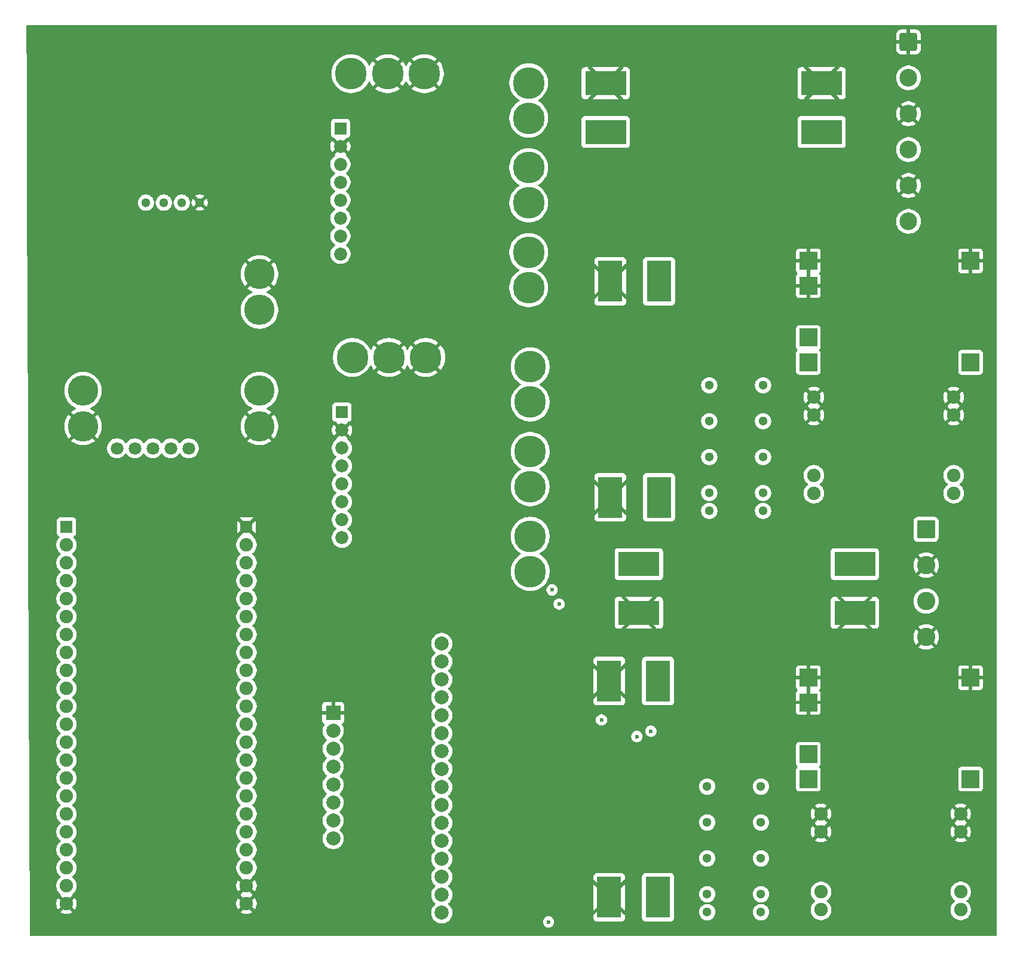
<source format=gbr>
%TF.GenerationSoftware,KiCad,Pcbnew,9.0.2*%
%TF.CreationDate,2025-10-01T16:12:29+03:00*%
%TF.ProjectId,SolarMonitor_V1,536f6c61-724d-46f6-9e69-746f725f5631,rev?*%
%TF.SameCoordinates,Original*%
%TF.FileFunction,Copper,L2,Inr*%
%TF.FilePolarity,Positive*%
%FSLAX46Y46*%
G04 Gerber Fmt 4.6, Leading zero omitted, Abs format (unit mm)*
G04 Created by KiCad (PCBNEW 9.0.2) date 2025-10-01 16:12:29*
%MOMM*%
%LPD*%
G01*
G04 APERTURE LIST*
G04 Aperture macros list*
%AMRoundRect*
0 Rectangle with rounded corners*
0 $1 Rounding radius*
0 $2 $3 $4 $5 $6 $7 $8 $9 X,Y pos of 4 corners*
0 Add a 4 corners polygon primitive as box body*
4,1,4,$2,$3,$4,$5,$6,$7,$8,$9,$2,$3,0*
0 Add four circle primitives for the rounded corners*
1,1,$1+$1,$2,$3*
1,1,$1+$1,$4,$5*
1,1,$1+$1,$6,$7*
1,1,$1+$1,$8,$9*
0 Add four rect primitives between the rounded corners*
20,1,$1+$1,$2,$3,$4,$5,0*
20,1,$1+$1,$4,$5,$6,$7,0*
20,1,$1+$1,$6,$7,$8,$9,0*
20,1,$1+$1,$8,$9,$2,$3,0*%
G04 Aperture macros list end*
%TA.AperFunction,ComponentPad*%
%ADD10C,1.300000*%
%TD*%
%TA.AperFunction,ComponentPad*%
%ADD11R,2.500000X2.500000*%
%TD*%
%TA.AperFunction,ComponentPad*%
%ADD12C,1.900000*%
%TD*%
%TA.AperFunction,ComponentPad*%
%ADD13R,1.700000X1.700000*%
%TD*%
%TA.AperFunction,ComponentPad*%
%ADD14R,5.840000X3.500000*%
%TD*%
%TA.AperFunction,ComponentPad*%
%ADD15C,1.905000*%
%TD*%
%TA.AperFunction,ComponentPad*%
%ADD16C,2.000000*%
%TD*%
%TA.AperFunction,ComponentPad*%
%ADD17R,2.100000X2.100000*%
%TD*%
%TA.AperFunction,ComponentPad*%
%ADD18R,3.500000X5.840000*%
%TD*%
%TA.AperFunction,ComponentPad*%
%ADD19RoundRect,0.250000X-1.000000X1.000000X-1.000000X-1.000000X1.000000X-1.000000X1.000000X1.000000X0*%
%TD*%
%TA.AperFunction,ComponentPad*%
%ADD20C,2.500000*%
%TD*%
%TA.AperFunction,ComponentPad*%
%ADD21C,1.850000*%
%TD*%
%TA.AperFunction,ComponentPad*%
%ADD22C,4.500000*%
%TD*%
%TA.AperFunction,ComponentPad*%
%ADD23C,4.300000*%
%TD*%
%TA.AperFunction,ComponentPad*%
%ADD24C,1.800000*%
%TD*%
%TA.AperFunction,ComponentPad*%
%ADD25RoundRect,0.250000X-1.050000X1.050000X-1.050000X-1.050000X1.050000X-1.050000X1.050000X1.050000X0*%
%TD*%
%TA.AperFunction,ComponentPad*%
%ADD26C,2.600000*%
%TD*%
%TA.AperFunction,ViaPad*%
%ADD27C,0.600000*%
%TD*%
G04 APERTURE END LIST*
D10*
%TO.N,3V3*%
%TO.C,K2*%
X126472024Y-179620000D03*
X126472024Y-177080000D03*
%TO.N,/Conn2Lo*%
X126472024Y-172000000D03*
%TO.N,Net-(BRD4-OUT+-Pad1)*%
X126472024Y-166920000D03*
%TO.N,Net-(BRD6-VIN+)*%
X126472024Y-161840000D03*
%TO.N,Net-(BRD6-VOUT+)*%
X134092024Y-161840000D03*
%TO.N,Net-(BRD5-IN+-Pad3)*%
X134092024Y-166920000D03*
%TO.N,/Conn2Hi*%
X134092024Y-172000000D03*
%TO.N,/Conn2Reset*%
X134092024Y-177080000D03*
%TO.N,/Conn2Set*%
X134092024Y-179620000D03*
%TD*%
D11*
%TO.N,Net-(BRD1-OUT+-Pad1)*%
%TO.C,BRD1*%
X140800000Y-101775000D03*
X140800000Y-98275000D03*
%TO.N,GND*%
X140800000Y-90925000D03*
X140800000Y-87425000D03*
%TO.N,Net-(BRD1-IN+)*%
X163800000Y-101775000D03*
%TO.N,GND*%
X163800000Y-87425000D03*
%TD*%
%TO.N,Net-(BRD4-OUT+-Pad1)*%
%TO.C,BRD4*%
X140800000Y-160775000D03*
X140800000Y-157275000D03*
%TO.N,GND*%
X140800000Y-149925000D03*
X140800000Y-146425000D03*
%TO.N,Net-(BRD4-IN+)*%
X163800000Y-160775000D03*
%TO.N,GND*%
X163800000Y-146425000D03*
%TD*%
D12*
%TO.N,GND*%
%TO.C,BRD12*%
X61198000Y-178420845D03*
X61198000Y-175880845D03*
%TO.N,unconnected-(BRD12-19-Pad42)*%
X61198000Y-173340845D03*
%TO.N,unconnected-(BRD12-20-Pad41)*%
X61198000Y-170800845D03*
%TO.N,/MultiAdd3*%
X61198000Y-168260845D03*
%TO.N,/MultiAdd2*%
X61198000Y-165720845D03*
%TO.N,/MultiAdd1*%
X61198000Y-163180845D03*
%TO.N,/MultiAdd0*%
X61198000Y-160640845D03*
%TO.N,/MultiEn*%
X61198000Y-158100845D03*
%TO.N,unconnected-(BRD12-Pad35)*%
X61198000Y-155560845D03*
%TO.N,unconnected-(BRD12-36-Pad34)*%
X61198000Y-153020845D03*
%TO.N,unconnected-(BRD12-37-Pad33)*%
X61198000Y-150480845D03*
%TO.N,unconnected-(BRD12-38-Pad32)*%
X61198000Y-147940845D03*
%TO.N,/Conn2Set*%
X61198000Y-145400845D03*
%TO.N,/Conn2Reset*%
X61198000Y-142860845D03*
%TO.N,/Conn1Set*%
X61198000Y-140320845D03*
%TO.N,/Conn1Reset*%
X61198000Y-137780845D03*
%TO.N,unconnected-(BRD12-2-Pad27)*%
X61198000Y-135240845D03*
%TO.N,/AnaVoutMulti*%
X61198000Y-132700845D03*
%TO.N,unconnected-(BRD12-RX-Pad25)*%
X61198000Y-130160845D03*
%TO.N,unconnected-(BRD12-TX-Pad24)*%
X61198000Y-127620845D03*
D13*
%TO.N,GND*%
X61198000Y-125080845D03*
D12*
X35698000Y-178420845D03*
%TO.N,/5V*%
X35698000Y-175880845D03*
%TO.N,unconnected-(BRD12-14-Pad20)*%
X35698000Y-173340845D03*
%TO.N,unconnected-(BRD12-13-Pad19)*%
X35698000Y-170800845D03*
%TO.N,unconnected-(BRD12-12-Pad18)*%
X35698000Y-168260845D03*
%TO.N,unconnected-(BRD12-11-Pad17)*%
X35698000Y-165720845D03*
%TO.N,unconnected-(BRD12-10-Pad16)*%
X35698000Y-163180845D03*
%TO.N,/Current Meas & Solar/SCL*%
X35698000Y-160640845D03*
%TO.N,unconnected-(BRD12-46-Pad14)*%
X35698000Y-158100845D03*
%TO.N,unconnected-(BRD12-3-Pad13)*%
X35698000Y-155560845D03*
%TO.N,/Current Meas & Solar/SDA*%
X35698000Y-153020845D03*
%TO.N,unconnected-(BRD12-18-Pad11)*%
X35698000Y-150480845D03*
%TO.N,unconnected-(BRD12-17-Pad10)*%
X35698000Y-147940845D03*
%TO.N,unconnected-(BRD12-16-Pad9)*%
X35698000Y-145400845D03*
%TO.N,unconnected-(BRD12-15-Pad8)*%
X35698000Y-142860845D03*
%TO.N,unconnected-(BRD12-Pad7)*%
X35698000Y-140320845D03*
%TO.N,unconnected-(BRD12-Pad6)*%
X35698000Y-137780845D03*
%TO.N,unconnected-(BRD12-Pad5)*%
X35698000Y-135240845D03*
%TO.N,unconnected-(BRD12-Pad4)*%
X35698000Y-132700845D03*
%TO.N,unconnected-(BRD12-RST-Pad3)*%
X35698000Y-130160845D03*
%TO.N,3V3*%
X35698000Y-127620845D03*
D13*
X35698000Y-125080845D03*
%TD*%
D14*
%TO.N,Net-(BRD14-VIN+)*%
%TO.C,BRD14*%
X112100000Y-69160000D03*
%TO.N,GND*%
X112100000Y-62250000D03*
X142700000Y-62250000D03*
%TO.N,/ExtLoad+*%
X142700000Y-69160000D03*
%TD*%
D15*
%TO.N,GND*%
%TO.C,BRD2*%
X141600000Y-106700000D03*
X141600000Y-109240000D03*
%TO.N,Net-(BRD2-IN+-Pad3)*%
X141600000Y-117760000D03*
X141600000Y-120300000D03*
%TO.N,Net-(BRD1-IN+)*%
X161400000Y-120300000D03*
X161400000Y-117760000D03*
%TO.N,GND*%
X161400000Y-109240000D03*
X161400000Y-106700000D03*
%TD*%
D16*
%TO.N,Net-(BRD7-C15)*%
%TO.C,BRD7*%
X88868000Y-179700845D03*
%TO.N,Net-(BRD7-C14)*%
X88868000Y-177160845D03*
%TO.N,unconnected-(BRD7-C13-Pad3)*%
X88868000Y-174620845D03*
%TO.N,unconnected-(BRD7-C12-Pad4)*%
X88868000Y-172080845D03*
%TO.N,unconnected-(BRD7-C11-Pad5)*%
X88868000Y-169540845D03*
%TO.N,unconnected-(BRD7-C10-Pad6)*%
X88868000Y-167000845D03*
%TO.N,unconnected-(BRD7-C9-Pad7)*%
X88868000Y-164460845D03*
%TO.N,unconnected-(BRD7-C8-Pad8)*%
X88868000Y-161920845D03*
%TO.N,unconnected-(BRD7-C7-Pad9)*%
X88868000Y-159380845D03*
%TO.N,Net-(BRD7-C6)*%
X88868000Y-156840845D03*
%TO.N,Net-(BRD7-C5)*%
X88868000Y-154300845D03*
%TO.N,Net-(BRD7-C4)*%
X88868000Y-151760845D03*
%TO.N,Net-(BRD7-C3)*%
X88868000Y-149220845D03*
%TO.N,Net-(BRD7-C2)*%
X88868000Y-146680845D03*
%TO.N,Net-(BRD7-C1)*%
X88868000Y-144140845D03*
%TO.N,Net-(BRD7-C0)*%
X88868000Y-141600845D03*
%TO.N,/AnaVoutMulti*%
X73498000Y-169190845D03*
%TO.N,/MultiAdd3*%
X73498000Y-166650845D03*
%TO.N,/MultiAdd2*%
X73498000Y-164110845D03*
%TO.N,/MultiAdd1*%
X73498000Y-161570845D03*
%TO.N,/MultiAdd0*%
X73498000Y-159030845D03*
%TO.N,/MultiEn*%
X73498000Y-156490845D03*
%TO.N,3V3*%
X73498000Y-153950845D03*
D17*
%TO.N,GND*%
X73498000Y-151410845D03*
%TD*%
D18*
%TO.N,Net-(BRD3-VIN+)*%
%TO.C,BRD3*%
X119660000Y-120900000D03*
%TO.N,GND*%
X112750000Y-120900000D03*
X112750000Y-90300000D03*
%TO.N,Net-(BRD3-VOUT+)*%
X119660000Y-90300000D03*
%TD*%
D10*
%TO.N,GND*%
%TO.C,BRD13*%
X54575000Y-79175000D03*
%TO.N,3V3*%
X52035000Y-79175000D03*
%TO.N,/Current Meas & Solar/SCL*%
X49495000Y-79175000D03*
%TO.N,/Current Meas & Solar/SDA*%
X46955000Y-79175000D03*
%TD*%
D19*
%TO.N,GND*%
%TO.C,J1*%
X155000000Y-56420000D03*
D20*
%TO.N,/ExtLoad+*%
X155000000Y-61500000D03*
%TO.N,GND*%
X155000000Y-66580000D03*
%TO.N,/Battery+*%
X155000000Y-71660000D03*
%TO.N,GND*%
X155000000Y-76740000D03*
%TO.N,/SolarPanel+*%
X155000000Y-81820000D03*
%TD*%
D14*
%TO.N,/Current Meas & Solar/InternalLoad*%
%TO.C,BRD11*%
X147400000Y-130340000D03*
%TO.N,GND*%
X147400000Y-137250000D03*
X116800000Y-137250000D03*
%TO.N,/5V*%
X116800000Y-130340000D03*
%TD*%
D15*
%TO.N,GND*%
%TO.C,BRD5*%
X142600000Y-165700000D03*
X142600000Y-168240000D03*
%TO.N,Net-(BRD5-IN+-Pad3)*%
X142600000Y-176760000D03*
X142600000Y-179300000D03*
%TO.N,Net-(BRD4-IN+)*%
X162400000Y-179300000D03*
X162400000Y-176760000D03*
%TO.N,GND*%
X162400000Y-168240000D03*
X162400000Y-165700000D03*
%TD*%
D21*
%TO.N,unconnected-(BRD9-TC-Pad1)*%
%TO.C,BRD9*%
X74728000Y-126620845D03*
%TO.N,unconnected-(BRD9-WAR-Pad2)*%
X74728000Y-124080845D03*
%TO.N,unconnected-(BRD9-CRI-Pad3)*%
X74728000Y-121540845D03*
%TO.N,unconnected-(BRD9-PV-Pad4)*%
X74728000Y-119000845D03*
%TO.N,/Current Meas & Solar/SDA*%
X74728000Y-116460845D03*
%TO.N,/Current Meas & Solar/SCL*%
X74728000Y-113920845D03*
%TO.N,GND*%
X74728000Y-111380845D03*
D13*
%TO.N,3V3*%
X74728000Y-108840845D03*
D22*
X76198000Y-101090845D03*
%TO.N,GND*%
X81398000Y-101090845D03*
X86598000Y-101090845D03*
%TO.N,/Current Meas & Solar/InternalLoad*%
X101398000Y-102400845D03*
%TO.N,/Current Meas & Solar/BattHi*%
X101398000Y-107400845D03*
%TO.N,/Conn1Lo*%
X101398000Y-114400845D03*
%TO.N,/Current Meas & Solar/BattHi*%
X101398000Y-119400845D03*
%TO.N,/Conn2Lo*%
X101398000Y-126400845D03*
%TO.N,/Current Meas & Solar/BattHi*%
X101398000Y-131400845D03*
%TD*%
D21*
%TO.N,unconnected-(BRD8-TC-Pad1)*%
%TO.C,BRD8*%
X74528000Y-86430845D03*
%TO.N,unconnected-(BRD8-WAR-Pad2)*%
X74528000Y-83890845D03*
%TO.N,unconnected-(BRD8-CRI-Pad3)*%
X74528000Y-81350845D03*
%TO.N,unconnected-(BRD8-PV-Pad4)*%
X74528000Y-78810845D03*
%TO.N,/Current Meas & Solar/SDA*%
X74528000Y-76270845D03*
%TO.N,/Current Meas & Solar/SCL*%
X74528000Y-73730845D03*
%TO.N,GND*%
X74528000Y-71190845D03*
D13*
%TO.N,3V3*%
X74528000Y-68650845D03*
D22*
X75998000Y-60900845D03*
%TO.N,GND*%
X81198000Y-60900845D03*
X86398000Y-60900845D03*
%TO.N,/Current Meas & Solar/ExtLoadHi*%
X101198000Y-62210845D03*
%TO.N,Net-(BRD14-VIN+)*%
X101198000Y-67210845D03*
%TO.N,/Current Meas & Solar/BattHi*%
X101198000Y-74210845D03*
%TO.N,/Battery+*%
X101198000Y-79210845D03*
%TO.N,/Current Meas & Solar/SolarPanelHi*%
X101198000Y-86210845D03*
%TO.N,/SolarPanel+*%
X101198000Y-91210845D03*
%TD*%
D23*
%TO.N,/Current Meas & Solar/SolarPanelHi*%
%TO.C,BRD10*%
X38050000Y-105770000D03*
%TO.N,GND*%
X38050000Y-110850000D03*
X63050000Y-89290000D03*
%TO.N,/Current Meas & Solar/ExtLoadHi*%
X63050000Y-94370000D03*
%TO.N,/Current Meas & Solar/BattHi*%
X63050000Y-105770000D03*
%TO.N,GND*%
X63050000Y-110850000D03*
D24*
%TO.N,unconnected-(BRD10-+-Pad7)*%
X42850000Y-113950000D03*
%TO.N,unconnected-(BRD10---Pad8)*%
X45390000Y-113950000D03*
%TO.N,unconnected-(BRD10-D-Pad9)*%
X47930000Y-113950000D03*
%TO.N,unconnected-(BRD10-+-Pad10)*%
X50470000Y-113950000D03*
%TO.N,unconnected-(BRD10-C-Pad11)*%
X53030000Y-113950000D03*
%TD*%
D18*
%TO.N,Net-(BRD6-VIN+)*%
%TO.C,BRD6*%
X119500000Y-177500000D03*
%TO.N,GND*%
X112590000Y-177500000D03*
X112590000Y-146900000D03*
%TO.N,Net-(BRD6-VOUT+)*%
X119500000Y-146900000D03*
%TD*%
D10*
%TO.N,3V3*%
%TO.C,K1*%
X126770000Y-122800000D03*
X126770000Y-120260000D03*
%TO.N,/Conn1Lo*%
X126770000Y-115180000D03*
%TO.N,Net-(BRD1-OUT+-Pad1)*%
X126770000Y-110100000D03*
%TO.N,Net-(BRD3-VIN+)*%
X126770000Y-105020000D03*
%TO.N,Net-(BRD3-VOUT+)*%
X134390000Y-105020000D03*
%TO.N,Net-(BRD2-IN+-Pad3)*%
X134390000Y-110100000D03*
%TO.N,/Conn1Hi*%
X134390000Y-115180000D03*
%TO.N,/Conn1Reset*%
X134390000Y-120260000D03*
%TO.N,/Conn1Set*%
X134390000Y-122800000D03*
%TD*%
D25*
%TO.N,/Conn1Hi*%
%TO.C,J2*%
X157500000Y-125420000D03*
D26*
%TO.N,GND*%
X157500000Y-130500000D03*
%TO.N,/Conn2Hi*%
X157500000Y-135580000D03*
%TO.N,GND*%
X157500000Y-140660000D03*
%TD*%
D27*
%TO.N,GND*%
X95500000Y-150000000D03*
X95500000Y-141500000D03*
X95500000Y-159000000D03*
X95500000Y-144000000D03*
X95500000Y-156000000D03*
X95500000Y-147000000D03*
X95500000Y-153000000D03*
X95000000Y-178500000D03*
%TO.N,/Conn2Lo*%
X111500000Y-152410000D03*
%TO.N,/Conn1Lo*%
X118500000Y-154000000D03*
%TO.N,/Conn1Reset*%
X104504318Y-134004318D03*
%TO.N,/Conn1Set*%
X105500000Y-136000000D03*
%TO.N,/Conn1Hi*%
X116500000Y-154751000D03*
%TO.N,3V3*%
X104000000Y-181000000D03*
%TD*%
%TA.AperFunction,Conductor*%
%TO.N,GND*%
G36*
X141050000Y-149270879D02*
G01*
X141004182Y-149251901D01*
X140868944Y-149225000D01*
X140731056Y-149225000D01*
X140595818Y-149251901D01*
X140550000Y-149270879D01*
X140550000Y-147079120D01*
X140595818Y-147098099D01*
X140731056Y-147125000D01*
X140868944Y-147125000D01*
X141004182Y-147098099D01*
X141050000Y-147079120D01*
X141050000Y-149270879D01*
G37*
%TD.AperFunction*%
%TA.AperFunction,Conductor*%
G36*
X141050000Y-90270879D02*
G01*
X141004182Y-90251901D01*
X140868944Y-90225000D01*
X140731056Y-90225000D01*
X140595818Y-90251901D01*
X140550000Y-90270879D01*
X140550000Y-88079120D01*
X140595818Y-88098099D01*
X140731056Y-88125000D01*
X140868944Y-88125000D01*
X141004182Y-88098099D01*
X141050000Y-88079120D01*
X141050000Y-90270879D01*
G37*
%TD.AperFunction*%
%TA.AperFunction,Conductor*%
G36*
X167442539Y-54020185D02*
G01*
X167488294Y-54072989D01*
X167499500Y-54124500D01*
X167499500Y-182875500D01*
X167479815Y-182942539D01*
X167427011Y-182988294D01*
X167375500Y-182999500D01*
X30625371Y-182999500D01*
X30558332Y-182979815D01*
X30512577Y-182927011D01*
X30501372Y-182875956D01*
X30298554Y-127506682D01*
X34247500Y-127506682D01*
X34247500Y-127735007D01*
X34283215Y-127960505D01*
X34353770Y-128177648D01*
X34383767Y-128236519D01*
X34457421Y-128381073D01*
X34591621Y-128565782D01*
X34753063Y-128727224D01*
X34753069Y-128727228D01*
X34840191Y-128790528D01*
X34882857Y-128845858D01*
X34888835Y-128915472D01*
X34856228Y-128977266D01*
X34840191Y-128991162D01*
X34753069Y-129054461D01*
X34753060Y-129054468D01*
X34591622Y-129215906D01*
X34457421Y-129400616D01*
X34353770Y-129604041D01*
X34283215Y-129821184D01*
X34247500Y-130046682D01*
X34247500Y-130275007D01*
X34283215Y-130500505D01*
X34353770Y-130717648D01*
X34423018Y-130853554D01*
X34457421Y-130921073D01*
X34591621Y-131105782D01*
X34753063Y-131267224D01*
X34753069Y-131267228D01*
X34840191Y-131330528D01*
X34882857Y-131385858D01*
X34888835Y-131455472D01*
X34856228Y-131517266D01*
X34840191Y-131531162D01*
X34753069Y-131594461D01*
X34753060Y-131594468D01*
X34591622Y-131755906D01*
X34457421Y-131940616D01*
X34353770Y-132144041D01*
X34283215Y-132361184D01*
X34247500Y-132586682D01*
X34247500Y-132815007D01*
X34283215Y-133040505D01*
X34353770Y-133257648D01*
X34417400Y-133382528D01*
X34457421Y-133461073D01*
X34591621Y-133645782D01*
X34753063Y-133807224D01*
X34771883Y-133820898D01*
X34840191Y-133870528D01*
X34882857Y-133925858D01*
X34888835Y-133995472D01*
X34856228Y-134057266D01*
X34840191Y-134071162D01*
X34753069Y-134134461D01*
X34753060Y-134134468D01*
X34591622Y-134295906D01*
X34457421Y-134480616D01*
X34353770Y-134684041D01*
X34283215Y-134901184D01*
X34247500Y-135126682D01*
X34247500Y-135355007D01*
X34283215Y-135580505D01*
X34353770Y-135797648D01*
X34457421Y-136001073D01*
X34591621Y-136185782D01*
X34753063Y-136347224D01*
X34753069Y-136347228D01*
X34840191Y-136410528D01*
X34882857Y-136465858D01*
X34888835Y-136535472D01*
X34856228Y-136597266D01*
X34840191Y-136611162D01*
X34753069Y-136674461D01*
X34753060Y-136674468D01*
X34591622Y-136835906D01*
X34457421Y-137020616D01*
X34353770Y-137224041D01*
X34283215Y-137441184D01*
X34247500Y-137666682D01*
X34247500Y-137895007D01*
X34283215Y-138120505D01*
X34353770Y-138337648D01*
X34457421Y-138541073D01*
X34591621Y-138725782D01*
X34753063Y-138887224D01*
X34753069Y-138887228D01*
X34840191Y-138950528D01*
X34882857Y-139005858D01*
X34888835Y-139075472D01*
X34856228Y-139137266D01*
X34840191Y-139151162D01*
X34753069Y-139214461D01*
X34753060Y-139214468D01*
X34591622Y-139375906D01*
X34457421Y-139560616D01*
X34353770Y-139764041D01*
X34283215Y-139981184D01*
X34247500Y-140206682D01*
X34247500Y-140435007D01*
X34283215Y-140660505D01*
X34353770Y-140877648D01*
X34453996Y-141074351D01*
X34457421Y-141081073D01*
X34591621Y-141265782D01*
X34753063Y-141427224D01*
X34753069Y-141427228D01*
X34840191Y-141490528D01*
X34882857Y-141545858D01*
X34888835Y-141615472D01*
X34856228Y-141677266D01*
X34840191Y-141691162D01*
X34753069Y-141754461D01*
X34753060Y-141754468D01*
X34591622Y-141915906D01*
X34457421Y-142100616D01*
X34353770Y-142304041D01*
X34283215Y-142521184D01*
X34247500Y-142746682D01*
X34247500Y-142975007D01*
X34283215Y-143200505D01*
X34353770Y-143417648D01*
X34457421Y-143621073D01*
X34591621Y-143805782D01*
X34753063Y-143967224D01*
X34753069Y-143967228D01*
X34840191Y-144030528D01*
X34882857Y-144085858D01*
X34888835Y-144155472D01*
X34856228Y-144217266D01*
X34840191Y-144231162D01*
X34753069Y-144294461D01*
X34753060Y-144294468D01*
X34591622Y-144455906D01*
X34457421Y-144640616D01*
X34353770Y-144844041D01*
X34283215Y-145061184D01*
X34247500Y-145286682D01*
X34247500Y-145515007D01*
X34283215Y-145740505D01*
X34353770Y-145957648D01*
X34447221Y-146141054D01*
X34457421Y-146161073D01*
X34591621Y-146345782D01*
X34753063Y-146507224D01*
X34753069Y-146507228D01*
X34840191Y-146570528D01*
X34882857Y-146625858D01*
X34888835Y-146695472D01*
X34856228Y-146757266D01*
X34840191Y-146771162D01*
X34753069Y-146834461D01*
X34753060Y-146834468D01*
X34591622Y-146995906D01*
X34457421Y-147180616D01*
X34353770Y-147384041D01*
X34283215Y-147601184D01*
X34247500Y-147826682D01*
X34247500Y-148055007D01*
X34283215Y-148280505D01*
X34353770Y-148497648D01*
X34457421Y-148701073D01*
X34591621Y-148885782D01*
X34753063Y-149047224D01*
X34753069Y-149047228D01*
X34840191Y-149110528D01*
X34882857Y-149165858D01*
X34888835Y-149235472D01*
X34856228Y-149297266D01*
X34840191Y-149311162D01*
X34753069Y-149374461D01*
X34753060Y-149374468D01*
X34591622Y-149535906D01*
X34457421Y-149720616D01*
X34353770Y-149924041D01*
X34283215Y-150141184D01*
X34247500Y-150366682D01*
X34247500Y-150595007D01*
X34283215Y-150820505D01*
X34353770Y-151037648D01*
X34445589Y-151217852D01*
X34457421Y-151241073D01*
X34591621Y-151425782D01*
X34753063Y-151587224D01*
X34753069Y-151587228D01*
X34840191Y-151650528D01*
X34882857Y-151705858D01*
X34888835Y-151775472D01*
X34856228Y-151837266D01*
X34840191Y-151851162D01*
X34753069Y-151914461D01*
X34753060Y-151914468D01*
X34591622Y-152075906D01*
X34457421Y-152260616D01*
X34353770Y-152464041D01*
X34283215Y-152681184D01*
X34247500Y-152906682D01*
X34247500Y-153135007D01*
X34283215Y-153360505D01*
X34353770Y-153577648D01*
X34449995Y-153766498D01*
X34457421Y-153781073D01*
X34591621Y-153965782D01*
X34753063Y-154127224D01*
X34755798Y-154129211D01*
X34840191Y-154190528D01*
X34882857Y-154245858D01*
X34888835Y-154315472D01*
X34856228Y-154377266D01*
X34840191Y-154391162D01*
X34753069Y-154454461D01*
X34753060Y-154454468D01*
X34591622Y-154615906D01*
X34457421Y-154800616D01*
X34353770Y-155004041D01*
X34283215Y-155221184D01*
X34247500Y-155446682D01*
X34247500Y-155675007D01*
X34283215Y-155900505D01*
X34353770Y-156117648D01*
X34457421Y-156321073D01*
X34591621Y-156505782D01*
X34753063Y-156667224D01*
X34753069Y-156667228D01*
X34840191Y-156730528D01*
X34882857Y-156785858D01*
X34888835Y-156855472D01*
X34856228Y-156917266D01*
X34840191Y-156931162D01*
X34753069Y-156994461D01*
X34753060Y-156994468D01*
X34591622Y-157155906D01*
X34457421Y-157340616D01*
X34353770Y-157544041D01*
X34283215Y-157761184D01*
X34247500Y-157986682D01*
X34247500Y-158215007D01*
X34283215Y-158440505D01*
X34353770Y-158657648D01*
X34457421Y-158861073D01*
X34591621Y-159045782D01*
X34753063Y-159207224D01*
X34753069Y-159207228D01*
X34840191Y-159270528D01*
X34882857Y-159325858D01*
X34888835Y-159395472D01*
X34856228Y-159457266D01*
X34840191Y-159471162D01*
X34753069Y-159534461D01*
X34753060Y-159534468D01*
X34591622Y-159695906D01*
X34457421Y-159880616D01*
X34353770Y-160084041D01*
X34283215Y-160301184D01*
X34247500Y-160526682D01*
X34247500Y-160755007D01*
X34283215Y-160980505D01*
X34353770Y-161197648D01*
X34456039Y-161398360D01*
X34457421Y-161401073D01*
X34591621Y-161585782D01*
X34753063Y-161747224D01*
X34771883Y-161760898D01*
X34840191Y-161810528D01*
X34882857Y-161865858D01*
X34888835Y-161935472D01*
X34856228Y-161997266D01*
X34840191Y-162011162D01*
X34753069Y-162074461D01*
X34753060Y-162074468D01*
X34591622Y-162235906D01*
X34457421Y-162420616D01*
X34353770Y-162624041D01*
X34283215Y-162841184D01*
X34247500Y-163066682D01*
X34247500Y-163295007D01*
X34283215Y-163520505D01*
X34353770Y-163737648D01*
X34457421Y-163941073D01*
X34591621Y-164125782D01*
X34753063Y-164287224D01*
X34753069Y-164287228D01*
X34840191Y-164350528D01*
X34882857Y-164405858D01*
X34888835Y-164475472D01*
X34856228Y-164537266D01*
X34840191Y-164551162D01*
X34753069Y-164614461D01*
X34753060Y-164614468D01*
X34591622Y-164775906D01*
X34457421Y-164960616D01*
X34353770Y-165164041D01*
X34283215Y-165381184D01*
X34247500Y-165606682D01*
X34247500Y-165835007D01*
X34283215Y-166060505D01*
X34353770Y-166277648D01*
X34447334Y-166461276D01*
X34457421Y-166481073D01*
X34591621Y-166665782D01*
X34753063Y-166827224D01*
X34771883Y-166840898D01*
X34840191Y-166890528D01*
X34882857Y-166945858D01*
X34888835Y-167015472D01*
X34856228Y-167077266D01*
X34840191Y-167091162D01*
X34753069Y-167154461D01*
X34753060Y-167154468D01*
X34591622Y-167315906D01*
X34457421Y-167500616D01*
X34353770Y-167704041D01*
X34283215Y-167921184D01*
X34247500Y-168146682D01*
X34247500Y-168375007D01*
X34283215Y-168600505D01*
X34353770Y-168817648D01*
X34447334Y-169001276D01*
X34457421Y-169021073D01*
X34591621Y-169205782D01*
X34753063Y-169367224D01*
X34753069Y-169367228D01*
X34840191Y-169430528D01*
X34882857Y-169485858D01*
X34888835Y-169555472D01*
X34856228Y-169617266D01*
X34840191Y-169631162D01*
X34753069Y-169694461D01*
X34753060Y-169694468D01*
X34591622Y-169855906D01*
X34457421Y-170040616D01*
X34353770Y-170244041D01*
X34283215Y-170461184D01*
X34247500Y-170686682D01*
X34247500Y-170915007D01*
X34283215Y-171140505D01*
X34353770Y-171357648D01*
X34456039Y-171558360D01*
X34457421Y-171561073D01*
X34591621Y-171745782D01*
X34753063Y-171907224D01*
X34771883Y-171920898D01*
X34840191Y-171970528D01*
X34882857Y-172025858D01*
X34888835Y-172095472D01*
X34856228Y-172157266D01*
X34840191Y-172171162D01*
X34753069Y-172234461D01*
X34753060Y-172234468D01*
X34591622Y-172395906D01*
X34457421Y-172580616D01*
X34353770Y-172784041D01*
X34283215Y-173001184D01*
X34247500Y-173226682D01*
X34247500Y-173455007D01*
X34283215Y-173680505D01*
X34353770Y-173897648D01*
X34449945Y-174086401D01*
X34457421Y-174101073D01*
X34591621Y-174285782D01*
X34753063Y-174447224D01*
X34753066Y-174447226D01*
X34753069Y-174447228D01*
X34840191Y-174510528D01*
X34882857Y-174565858D01*
X34888835Y-174635472D01*
X34856228Y-174697266D01*
X34840191Y-174711162D01*
X34753069Y-174774461D01*
X34753060Y-174774468D01*
X34591622Y-174935906D01*
X34457421Y-175120616D01*
X34353770Y-175324041D01*
X34283215Y-175541184D01*
X34247500Y-175766682D01*
X34247500Y-175995007D01*
X34283215Y-176220505D01*
X34353770Y-176437648D01*
X34442296Y-176611388D01*
X34457421Y-176641073D01*
X34591621Y-176825782D01*
X34753063Y-176987224D01*
X34840616Y-177050835D01*
X34883280Y-177106164D01*
X34889259Y-177175778D01*
X34865766Y-177220301D01*
X34864689Y-177233981D01*
X35450511Y-177819803D01*
X35390110Y-177844823D01*
X35283649Y-177915957D01*
X35193112Y-178006494D01*
X35121978Y-178112955D01*
X35096958Y-178173356D01*
X34511136Y-177587534D01*
X34511135Y-177587534D01*
X34457849Y-177660878D01*
X34457848Y-177660880D01*
X34354230Y-177864240D01*
X34283704Y-178081300D01*
X34248000Y-178306728D01*
X34248000Y-178534961D01*
X34283704Y-178760389D01*
X34354230Y-178977449D01*
X34457851Y-179180814D01*
X34511135Y-179254154D01*
X34511137Y-179254154D01*
X35096958Y-178668332D01*
X35121978Y-178728735D01*
X35193112Y-178835196D01*
X35283649Y-178925733D01*
X35390110Y-178996867D01*
X35450510Y-179021886D01*
X34864688Y-179607707D01*
X34864689Y-179607708D01*
X34938030Y-179660993D01*
X35141395Y-179764614D01*
X35358455Y-179835140D01*
X35583884Y-179870845D01*
X35812116Y-179870845D01*
X36037544Y-179835140D01*
X36254604Y-179764614D01*
X36457966Y-179660995D01*
X36531309Y-179607707D01*
X36531310Y-179607707D01*
X35945488Y-179021886D01*
X36005890Y-178996867D01*
X36112351Y-178925733D01*
X36202888Y-178835196D01*
X36274022Y-178728735D01*
X36299041Y-178668333D01*
X36884862Y-179254155D01*
X36884862Y-179254154D01*
X36938150Y-179180811D01*
X37041769Y-178977449D01*
X37112295Y-178760389D01*
X37148000Y-178534961D01*
X37148000Y-178306728D01*
X37112295Y-178081300D01*
X37041769Y-177864240D01*
X36938148Y-177660875D01*
X36884863Y-177587534D01*
X36884862Y-177587533D01*
X36299041Y-178173355D01*
X36274022Y-178112955D01*
X36202888Y-178006494D01*
X36112351Y-177915957D01*
X36005890Y-177844823D01*
X35945487Y-177819803D01*
X36531309Y-177233982D01*
X36530459Y-177223180D01*
X36522690Y-177216184D01*
X36519685Y-177205177D01*
X36512717Y-177196140D01*
X36510650Y-177172075D01*
X36504292Y-177148780D01*
X36507715Y-177137895D01*
X36506739Y-177126526D01*
X36518008Y-177105168D01*
X36525255Y-177082130D01*
X36536121Y-177070843D01*
X36539346Y-177064732D01*
X36548874Y-177055904D01*
X36552039Y-177053265D01*
X36642937Y-176987224D01*
X36804379Y-176825782D01*
X36938579Y-176641073D01*
X37042231Y-176437644D01*
X37112784Y-176220505D01*
X37118671Y-176183335D01*
X37148500Y-175995007D01*
X37148500Y-175766682D01*
X37112784Y-175541184D01*
X37042229Y-175324041D01*
X36938713Y-175120880D01*
X36938579Y-175120617D01*
X36804379Y-174935908D01*
X36642937Y-174774466D01*
X36555807Y-174711162D01*
X36513143Y-174655833D01*
X36507164Y-174586219D01*
X36539770Y-174524424D01*
X36555807Y-174510528D01*
X36642937Y-174447224D01*
X36804379Y-174285782D01*
X36938579Y-174101073D01*
X37042231Y-173897644D01*
X37112784Y-173680505D01*
X37118671Y-173643335D01*
X37148500Y-173455007D01*
X37148500Y-173226682D01*
X37112784Y-173001184D01*
X37042229Y-172784041D01*
X36949982Y-172602997D01*
X36938579Y-172580617D01*
X36804379Y-172395908D01*
X36642937Y-172234466D01*
X36555807Y-172171162D01*
X36513143Y-172115833D01*
X36507164Y-172046219D01*
X36539770Y-171984424D01*
X36555807Y-171970528D01*
X36642937Y-171907224D01*
X36804379Y-171745782D01*
X36938579Y-171561073D01*
X37042231Y-171357644D01*
X37112784Y-171140505D01*
X37118671Y-171103335D01*
X37148500Y-170915007D01*
X37148500Y-170686682D01*
X37112784Y-170461184D01*
X37071901Y-170335362D01*
X37042231Y-170244046D01*
X37042229Y-170244043D01*
X37042229Y-170244041D01*
X36938578Y-170040616D01*
X36830756Y-169892213D01*
X36804379Y-169855908D01*
X36642937Y-169694466D01*
X36555807Y-169631162D01*
X36513143Y-169575833D01*
X36507164Y-169506219D01*
X36539770Y-169444424D01*
X36555807Y-169430528D01*
X36642937Y-169367224D01*
X36804379Y-169205782D01*
X36938579Y-169021073D01*
X37042231Y-168817644D01*
X37112784Y-168600505D01*
X37118671Y-168563335D01*
X37148500Y-168375007D01*
X37148500Y-168146682D01*
X37112784Y-167921184D01*
X37071901Y-167795360D01*
X37042231Y-167704046D01*
X37042229Y-167704043D01*
X37042229Y-167704041D01*
X36949982Y-167522997D01*
X36938579Y-167500617D01*
X36804379Y-167315908D01*
X36642937Y-167154466D01*
X36555807Y-167091162D01*
X36513143Y-167035833D01*
X36507164Y-166966219D01*
X36539770Y-166904424D01*
X36555807Y-166890528D01*
X36642937Y-166827224D01*
X36804379Y-166665782D01*
X36938579Y-166481073D01*
X37042231Y-166277644D01*
X37112784Y-166060505D01*
X37118671Y-166023335D01*
X37148500Y-165835007D01*
X37148500Y-165606682D01*
X37112784Y-165381184D01*
X37071901Y-165255360D01*
X37042231Y-165164046D01*
X37042229Y-165164043D01*
X37042229Y-165164041D01*
X36938578Y-164960616D01*
X36804379Y-164775908D01*
X36642937Y-164614466D01*
X36555807Y-164551162D01*
X36513143Y-164495833D01*
X36507164Y-164426219D01*
X36539770Y-164364424D01*
X36555807Y-164350528D01*
X36642937Y-164287224D01*
X36804379Y-164125782D01*
X36938579Y-163941073D01*
X37042231Y-163737644D01*
X37112784Y-163520505D01*
X37118671Y-163483335D01*
X37148500Y-163295007D01*
X37148500Y-163066682D01*
X37112784Y-162841184D01*
X37071901Y-162715360D01*
X37042231Y-162624046D01*
X37042229Y-162624043D01*
X37042229Y-162624041D01*
X36949982Y-162442997D01*
X36938579Y-162420617D01*
X36804379Y-162235908D01*
X36642937Y-162074466D01*
X36555807Y-162011162D01*
X36513143Y-161955833D01*
X36507164Y-161886219D01*
X36539770Y-161824424D01*
X36555807Y-161810528D01*
X36642937Y-161747224D01*
X36804379Y-161585782D01*
X36938579Y-161401073D01*
X37042231Y-161197644D01*
X37112784Y-160980505D01*
X37118671Y-160943335D01*
X37148500Y-160755007D01*
X37148500Y-160526682D01*
X37112784Y-160301184D01*
X37071901Y-160175360D01*
X37042231Y-160084046D01*
X37042229Y-160084043D01*
X37042229Y-160084041D01*
X36938578Y-159880616D01*
X36830756Y-159732213D01*
X36804379Y-159695908D01*
X36642937Y-159534466D01*
X36555807Y-159471162D01*
X36513143Y-159415833D01*
X36507164Y-159346219D01*
X36539770Y-159284424D01*
X36555807Y-159270528D01*
X36642937Y-159207224D01*
X36804379Y-159045782D01*
X36938579Y-158861073D01*
X37042231Y-158657644D01*
X37112784Y-158440505D01*
X37118671Y-158403335D01*
X37148500Y-158215007D01*
X37148500Y-157986682D01*
X37112784Y-157761184D01*
X37071901Y-157635360D01*
X37042231Y-157544046D01*
X37042229Y-157544043D01*
X37042229Y-157544041D01*
X36938578Y-157340616D01*
X36830756Y-157192213D01*
X36804379Y-157155908D01*
X36642937Y-156994466D01*
X36555807Y-156931162D01*
X36513143Y-156875833D01*
X36507164Y-156806219D01*
X36539770Y-156744424D01*
X36555807Y-156730528D01*
X36642937Y-156667224D01*
X36804379Y-156505782D01*
X36938579Y-156321073D01*
X37042231Y-156117644D01*
X37112784Y-155900505D01*
X37118671Y-155863335D01*
X37148500Y-155675007D01*
X37148500Y-155446682D01*
X37112784Y-155221184D01*
X37071901Y-155095360D01*
X37042231Y-155004046D01*
X37042229Y-155004043D01*
X37042229Y-155004041D01*
X36938578Y-154800616D01*
X36916143Y-154769737D01*
X36804379Y-154615908D01*
X36642937Y-154454466D01*
X36555807Y-154391162D01*
X36513143Y-154335833D01*
X36507164Y-154266219D01*
X36539770Y-154204424D01*
X36555807Y-154190528D01*
X36642937Y-154127224D01*
X36804379Y-153965782D01*
X36938579Y-153781073D01*
X37042231Y-153577644D01*
X37112784Y-153360505D01*
X37118671Y-153323335D01*
X37148500Y-153135007D01*
X37148500Y-152906682D01*
X37112784Y-152681184D01*
X37050288Y-152488844D01*
X37042231Y-152464046D01*
X37042229Y-152464043D01*
X37042229Y-152464041D01*
X36938578Y-152260616D01*
X36830756Y-152112213D01*
X36804379Y-152075908D01*
X36642937Y-151914466D01*
X36555807Y-151851162D01*
X36513143Y-151795833D01*
X36507164Y-151726219D01*
X36539770Y-151664424D01*
X36555807Y-151650528D01*
X36642937Y-151587224D01*
X36804379Y-151425782D01*
X36938579Y-151241073D01*
X37042231Y-151037644D01*
X37112784Y-150820505D01*
X37118671Y-150783335D01*
X37148500Y-150595007D01*
X37148500Y-150366682D01*
X37112784Y-150141184D01*
X37064942Y-149993944D01*
X37042231Y-149924046D01*
X37042229Y-149924043D01*
X37042229Y-149924041D01*
X36938578Y-149720616D01*
X36905436Y-149675000D01*
X36804379Y-149535908D01*
X36642937Y-149374466D01*
X36555807Y-149311162D01*
X36513143Y-149255833D01*
X36507164Y-149186219D01*
X36539770Y-149124424D01*
X36555807Y-149110528D01*
X36642937Y-149047224D01*
X36804379Y-148885782D01*
X36938579Y-148701073D01*
X37042231Y-148497644D01*
X37112784Y-148280505D01*
X37118671Y-148243335D01*
X37148500Y-148055007D01*
X37148500Y-147826682D01*
X37112784Y-147601184D01*
X37042229Y-147384041D01*
X36938578Y-147180616D01*
X36932903Y-147172805D01*
X36804379Y-146995908D01*
X36642937Y-146834466D01*
X36555807Y-146771162D01*
X36513143Y-146715833D01*
X36507164Y-146646219D01*
X36539770Y-146584424D01*
X36555807Y-146570528D01*
X36642937Y-146507224D01*
X36804379Y-146345782D01*
X36938579Y-146161073D01*
X37042231Y-145957644D01*
X37112784Y-145740505D01*
X37118671Y-145703335D01*
X37148500Y-145515007D01*
X37148500Y-145286682D01*
X37112784Y-145061184D01*
X37069274Y-144927276D01*
X37042231Y-144844046D01*
X37042229Y-144844043D01*
X37042229Y-144844041D01*
X36938578Y-144640616D01*
X36830756Y-144492213D01*
X36804379Y-144455908D01*
X36642937Y-144294466D01*
X36555807Y-144231162D01*
X36513143Y-144175833D01*
X36507164Y-144106219D01*
X36539770Y-144044424D01*
X36555807Y-144030528D01*
X36642937Y-143967224D01*
X36804379Y-143805782D01*
X36938579Y-143621073D01*
X37042231Y-143417644D01*
X37112784Y-143200505D01*
X37118671Y-143163335D01*
X37148500Y-142975007D01*
X37148500Y-142746682D01*
X37112784Y-142521184D01*
X37042229Y-142304041D01*
X36968762Y-142159855D01*
X36938579Y-142100617D01*
X36804379Y-141915908D01*
X36642937Y-141754466D01*
X36555807Y-141691162D01*
X36513143Y-141635833D01*
X36507164Y-141566219D01*
X36539770Y-141504424D01*
X36555807Y-141490528D01*
X36642937Y-141427224D01*
X36804379Y-141265782D01*
X36938579Y-141081073D01*
X37042231Y-140877644D01*
X37112784Y-140660505D01*
X37118671Y-140623335D01*
X37148500Y-140435007D01*
X37148500Y-140206682D01*
X37112784Y-139981184D01*
X37042229Y-139764041D01*
X36938578Y-139560616D01*
X36804379Y-139375908D01*
X36642937Y-139214466D01*
X36555807Y-139151162D01*
X36513143Y-139095833D01*
X36507164Y-139026219D01*
X36539770Y-138964424D01*
X36555807Y-138950528D01*
X36642937Y-138887224D01*
X36804379Y-138725782D01*
X36938579Y-138541073D01*
X37042231Y-138337644D01*
X37112784Y-138120505D01*
X37148500Y-137895007D01*
X37148500Y-137666682D01*
X37112784Y-137441184D01*
X37063208Y-137288606D01*
X37042231Y-137224046D01*
X37042229Y-137224043D01*
X37042229Y-137224041D01*
X36938578Y-137020616D01*
X36804379Y-136835908D01*
X36642937Y-136674466D01*
X36555807Y-136611162D01*
X36513143Y-136555833D01*
X36507164Y-136486219D01*
X36539770Y-136424424D01*
X36555807Y-136410528D01*
X36642937Y-136347224D01*
X36804379Y-136185782D01*
X36938579Y-136001073D01*
X37042231Y-135797644D01*
X37112784Y-135580505D01*
X37122725Y-135517742D01*
X37148500Y-135355007D01*
X37148500Y-135126682D01*
X37112784Y-134901184D01*
X37042229Y-134684041D01*
X36955899Y-134514610D01*
X36938579Y-134480617D01*
X36804379Y-134295908D01*
X36642937Y-134134466D01*
X36555807Y-134071162D01*
X36513143Y-134015833D01*
X36507164Y-133946219D01*
X36539770Y-133884424D01*
X36555807Y-133870528D01*
X36642937Y-133807224D01*
X36804379Y-133645782D01*
X36938579Y-133461073D01*
X37042231Y-133257644D01*
X37112784Y-133040505D01*
X37119993Y-132994988D01*
X37148500Y-132815007D01*
X37148500Y-132586682D01*
X37112784Y-132361184D01*
X37048546Y-132163481D01*
X37042231Y-132144046D01*
X37042229Y-132144043D01*
X37042229Y-132144041D01*
X36968762Y-131999855D01*
X36938579Y-131940617D01*
X36804379Y-131755908D01*
X36642937Y-131594466D01*
X36555807Y-131531162D01*
X36513143Y-131475833D01*
X36507164Y-131406219D01*
X36539770Y-131344424D01*
X36555807Y-131330528D01*
X36642937Y-131267224D01*
X36804379Y-131105782D01*
X36938579Y-130921073D01*
X37042231Y-130717644D01*
X37112784Y-130500505D01*
X37137159Y-130346608D01*
X37148500Y-130275007D01*
X37148500Y-130046682D01*
X37112784Y-129821184D01*
X37042229Y-129604041D01*
X36938578Y-129400616D01*
X36899423Y-129346724D01*
X36804379Y-129215908D01*
X36642937Y-129054466D01*
X36555807Y-128991162D01*
X36513143Y-128935833D01*
X36507164Y-128866219D01*
X36539770Y-128804424D01*
X36555807Y-128790528D01*
X36642937Y-128727224D01*
X36804379Y-128565782D01*
X36938579Y-128381073D01*
X37042231Y-128177644D01*
X37112784Y-127960505D01*
X37148500Y-127735007D01*
X37148500Y-127506682D01*
X59747500Y-127506682D01*
X59747500Y-127735007D01*
X59783215Y-127960505D01*
X59853770Y-128177648D01*
X59883767Y-128236519D01*
X59957421Y-128381073D01*
X60091621Y-128565782D01*
X60253063Y-128727224D01*
X60253069Y-128727228D01*
X60340191Y-128790528D01*
X60382857Y-128845858D01*
X60388835Y-128915472D01*
X60356228Y-128977266D01*
X60340191Y-128991162D01*
X60253069Y-129054461D01*
X60253060Y-129054468D01*
X60091622Y-129215906D01*
X59957421Y-129400616D01*
X59853770Y-129604041D01*
X59783215Y-129821184D01*
X59747500Y-130046682D01*
X59747500Y-130275007D01*
X59783215Y-130500505D01*
X59853770Y-130717648D01*
X59923018Y-130853554D01*
X59957421Y-130921073D01*
X60091621Y-131105782D01*
X60253063Y-131267224D01*
X60253069Y-131267228D01*
X60340191Y-131330528D01*
X60382857Y-131385858D01*
X60388835Y-131455472D01*
X60356228Y-131517266D01*
X60340191Y-131531162D01*
X60253069Y-131594461D01*
X60253060Y-131594468D01*
X60091622Y-131755906D01*
X59957421Y-131940616D01*
X59853770Y-132144041D01*
X59783215Y-132361184D01*
X59747500Y-132586682D01*
X59747500Y-132815007D01*
X59783215Y-133040505D01*
X59853770Y-133257648D01*
X59917400Y-133382528D01*
X59957421Y-133461073D01*
X60091621Y-133645782D01*
X60253063Y-133807224D01*
X60271883Y-133820898D01*
X60340191Y-133870528D01*
X60382857Y-133925858D01*
X60388835Y-133995472D01*
X60356228Y-134057266D01*
X60340191Y-134071162D01*
X60253069Y-134134461D01*
X60253060Y-134134468D01*
X60091622Y-134295906D01*
X59957421Y-134480616D01*
X59853770Y-134684041D01*
X59783215Y-134901184D01*
X59747500Y-135126682D01*
X59747500Y-135355007D01*
X59783215Y-135580505D01*
X59853770Y-135797648D01*
X59957421Y-136001073D01*
X60091621Y-136185782D01*
X60253063Y-136347224D01*
X60253069Y-136347228D01*
X60340191Y-136410528D01*
X60382857Y-136465858D01*
X60388835Y-136535472D01*
X60356228Y-136597266D01*
X60340191Y-136611162D01*
X60253069Y-136674461D01*
X60253060Y-136674468D01*
X60091622Y-136835906D01*
X59957421Y-137020616D01*
X59853770Y-137224041D01*
X59783215Y-137441184D01*
X59747500Y-137666682D01*
X59747500Y-137895007D01*
X59783215Y-138120505D01*
X59853770Y-138337648D01*
X59957421Y-138541073D01*
X60091621Y-138725782D01*
X60253063Y-138887224D01*
X60253069Y-138887228D01*
X60340191Y-138950528D01*
X60382857Y-139005858D01*
X60388835Y-139075472D01*
X60356228Y-139137266D01*
X60340191Y-139151162D01*
X60253069Y-139214461D01*
X60253060Y-139214468D01*
X60091622Y-139375906D01*
X59957421Y-139560616D01*
X59853770Y-139764041D01*
X59783215Y-139981184D01*
X59747500Y-140206682D01*
X59747500Y-140435007D01*
X59783215Y-140660505D01*
X59853770Y-140877648D01*
X59953996Y-141074351D01*
X59957421Y-141081073D01*
X60091621Y-141265782D01*
X60253063Y-141427224D01*
X60253069Y-141427228D01*
X60340191Y-141490528D01*
X60382857Y-141545858D01*
X60388835Y-141615472D01*
X60356228Y-141677266D01*
X60340191Y-141691162D01*
X60253069Y-141754461D01*
X60253060Y-141754468D01*
X60091622Y-141915906D01*
X59957421Y-142100616D01*
X59853770Y-142304041D01*
X59783215Y-142521184D01*
X59747500Y-142746682D01*
X59747500Y-142975007D01*
X59783215Y-143200505D01*
X59853770Y-143417648D01*
X59957421Y-143621073D01*
X60091621Y-143805782D01*
X60253063Y-143967224D01*
X60253069Y-143967228D01*
X60340191Y-144030528D01*
X60382857Y-144085858D01*
X60388835Y-144155472D01*
X60356228Y-144217266D01*
X60340191Y-144231162D01*
X60253069Y-144294461D01*
X60253060Y-144294468D01*
X60091622Y-144455906D01*
X59957421Y-144640616D01*
X59853770Y-144844041D01*
X59783215Y-145061184D01*
X59747500Y-145286682D01*
X59747500Y-145515007D01*
X59783215Y-145740505D01*
X59853770Y-145957648D01*
X59947221Y-146141054D01*
X59957421Y-146161073D01*
X60091621Y-146345782D01*
X60253063Y-146507224D01*
X60253069Y-146507228D01*
X60340191Y-146570528D01*
X60382857Y-146625858D01*
X60388835Y-146695472D01*
X60356228Y-146757266D01*
X60340191Y-146771162D01*
X60253069Y-146834461D01*
X60253060Y-146834468D01*
X60091622Y-146995906D01*
X59957421Y-147180616D01*
X59853770Y-147384041D01*
X59783215Y-147601184D01*
X59747500Y-147826682D01*
X59747500Y-148055007D01*
X59783215Y-148280505D01*
X59853770Y-148497648D01*
X59957421Y-148701073D01*
X60091621Y-148885782D01*
X60253063Y-149047224D01*
X60253069Y-149047228D01*
X60340191Y-149110528D01*
X60382857Y-149165858D01*
X60388835Y-149235472D01*
X60356228Y-149297266D01*
X60340191Y-149311162D01*
X60253069Y-149374461D01*
X60253060Y-149374468D01*
X60091622Y-149535906D01*
X59957421Y-149720616D01*
X59853770Y-149924041D01*
X59783215Y-150141184D01*
X59747500Y-150366682D01*
X59747500Y-150595007D01*
X59783215Y-150820505D01*
X59853770Y-151037648D01*
X59945589Y-151217852D01*
X59957421Y-151241073D01*
X60091621Y-151425782D01*
X60253063Y-151587224D01*
X60253069Y-151587228D01*
X60340191Y-151650528D01*
X60382857Y-151705858D01*
X60388835Y-151775472D01*
X60356228Y-151837266D01*
X60340191Y-151851162D01*
X60253069Y-151914461D01*
X60253060Y-151914468D01*
X60091622Y-152075906D01*
X59957421Y-152260616D01*
X59853770Y-152464041D01*
X59783215Y-152681184D01*
X59747500Y-152906682D01*
X59747500Y-153135007D01*
X59783215Y-153360505D01*
X59853770Y-153577648D01*
X59949995Y-153766498D01*
X59957421Y-153781073D01*
X60091621Y-153965782D01*
X60253063Y-154127224D01*
X60255798Y-154129211D01*
X60340191Y-154190528D01*
X60382857Y-154245858D01*
X60388835Y-154315472D01*
X60356228Y-154377266D01*
X60340191Y-154391162D01*
X60253069Y-154454461D01*
X60253060Y-154454468D01*
X60091622Y-154615906D01*
X59957421Y-154800616D01*
X59853770Y-155004041D01*
X59783215Y-155221184D01*
X59747500Y-155446682D01*
X59747500Y-155675007D01*
X59783215Y-155900505D01*
X59853770Y-156117648D01*
X59957421Y-156321073D01*
X60091621Y-156505782D01*
X60253063Y-156667224D01*
X60253069Y-156667228D01*
X60340191Y-156730528D01*
X60382857Y-156785858D01*
X60388835Y-156855472D01*
X60356228Y-156917266D01*
X60340191Y-156931162D01*
X60253069Y-156994461D01*
X60253060Y-156994468D01*
X60091622Y-157155906D01*
X59957421Y-157340616D01*
X59853770Y-157544041D01*
X59783215Y-157761184D01*
X59747500Y-157986682D01*
X59747500Y-158215007D01*
X59783215Y-158440505D01*
X59853770Y-158657648D01*
X59957421Y-158861073D01*
X60091621Y-159045782D01*
X60253063Y-159207224D01*
X60253069Y-159207228D01*
X60340191Y-159270528D01*
X60382857Y-159325858D01*
X60388835Y-159395472D01*
X60356228Y-159457266D01*
X60340191Y-159471162D01*
X60253069Y-159534461D01*
X60253060Y-159534468D01*
X60091622Y-159695906D01*
X59957421Y-159880616D01*
X59853770Y-160084041D01*
X59783215Y-160301184D01*
X59747500Y-160526682D01*
X59747500Y-160755007D01*
X59783215Y-160980505D01*
X59853770Y-161197648D01*
X59956039Y-161398360D01*
X59957421Y-161401073D01*
X60091621Y-161585782D01*
X60253063Y-161747224D01*
X60271883Y-161760898D01*
X60340191Y-161810528D01*
X60382857Y-161865858D01*
X60388835Y-161935472D01*
X60356228Y-161997266D01*
X60340191Y-162011162D01*
X60253069Y-162074461D01*
X60253060Y-162074468D01*
X60091622Y-162235906D01*
X59957421Y-162420616D01*
X59853770Y-162624041D01*
X59783215Y-162841184D01*
X59747500Y-163066682D01*
X59747500Y-163295007D01*
X59783215Y-163520505D01*
X59853770Y-163737648D01*
X59957421Y-163941073D01*
X60091621Y-164125782D01*
X60253063Y-164287224D01*
X60253069Y-164287228D01*
X60340191Y-164350528D01*
X60382857Y-164405858D01*
X60388835Y-164475472D01*
X60356228Y-164537266D01*
X60340191Y-164551162D01*
X60253069Y-164614461D01*
X60253060Y-164614468D01*
X60091622Y-164775906D01*
X59957421Y-164960616D01*
X59853770Y-165164041D01*
X59783215Y-165381184D01*
X59747500Y-165606682D01*
X59747500Y-165835007D01*
X59783215Y-166060505D01*
X59853770Y-166277648D01*
X59947334Y-166461276D01*
X59957421Y-166481073D01*
X60091621Y-166665782D01*
X60253063Y-166827224D01*
X60271883Y-166840898D01*
X60340191Y-166890528D01*
X60382857Y-166945858D01*
X60388835Y-167015472D01*
X60356228Y-167077266D01*
X60340191Y-167091162D01*
X60253069Y-167154461D01*
X60253060Y-167154468D01*
X60091622Y-167315906D01*
X59957421Y-167500616D01*
X59853770Y-167704041D01*
X59783215Y-167921184D01*
X59747500Y-168146682D01*
X59747500Y-168375007D01*
X59783215Y-168600505D01*
X59853770Y-168817648D01*
X59947334Y-169001276D01*
X59957421Y-169021073D01*
X60091621Y-169205782D01*
X60253063Y-169367224D01*
X60253069Y-169367228D01*
X60340191Y-169430528D01*
X60382857Y-169485858D01*
X60388835Y-169555472D01*
X60356228Y-169617266D01*
X60340191Y-169631162D01*
X60253069Y-169694461D01*
X60253060Y-169694468D01*
X60091622Y-169855906D01*
X59957421Y-170040616D01*
X59853770Y-170244041D01*
X59783215Y-170461184D01*
X59747500Y-170686682D01*
X59747500Y-170915007D01*
X59783215Y-171140505D01*
X59853770Y-171357648D01*
X59956039Y-171558360D01*
X59957421Y-171561073D01*
X60091621Y-171745782D01*
X60253063Y-171907224D01*
X60271883Y-171920898D01*
X60340191Y-171970528D01*
X60382857Y-172025858D01*
X60388835Y-172095472D01*
X60356228Y-172157266D01*
X60340191Y-172171162D01*
X60253069Y-172234461D01*
X60253060Y-172234468D01*
X60091622Y-172395906D01*
X59957421Y-172580616D01*
X59853770Y-172784041D01*
X59783215Y-173001184D01*
X59747500Y-173226682D01*
X59747500Y-173455007D01*
X59783215Y-173680505D01*
X59853770Y-173897648D01*
X59949945Y-174086401D01*
X59957421Y-174101073D01*
X60091621Y-174285782D01*
X60253063Y-174447224D01*
X60340616Y-174510835D01*
X60383280Y-174566164D01*
X60389259Y-174635778D01*
X60365766Y-174680301D01*
X60364689Y-174693981D01*
X60950511Y-175279803D01*
X60890110Y-175304823D01*
X60783649Y-175375957D01*
X60693112Y-175466494D01*
X60621978Y-175572955D01*
X60596958Y-175633356D01*
X60011136Y-175047534D01*
X60011135Y-175047534D01*
X59957849Y-175120878D01*
X59957848Y-175120880D01*
X59854230Y-175324240D01*
X59783704Y-175541300D01*
X59748000Y-175766728D01*
X59748000Y-175994961D01*
X59783704Y-176220389D01*
X59854230Y-176437449D01*
X59957851Y-176640814D01*
X60011135Y-176714154D01*
X60011137Y-176714154D01*
X60596958Y-176128333D01*
X60621978Y-176188735D01*
X60693112Y-176295196D01*
X60783649Y-176385733D01*
X60890110Y-176456867D01*
X60950510Y-176481886D01*
X60373481Y-177058914D01*
X60388673Y-177121667D01*
X60387377Y-177148600D01*
X60389685Y-177175468D01*
X60385722Y-177182976D01*
X60385315Y-177191456D01*
X60369662Y-177213413D01*
X60365720Y-177220886D01*
X60364689Y-177233981D01*
X60950511Y-177819803D01*
X60890110Y-177844823D01*
X60783649Y-177915957D01*
X60693112Y-178006494D01*
X60621978Y-178112955D01*
X60596958Y-178173356D01*
X60011136Y-177587534D01*
X60011135Y-177587534D01*
X59957849Y-177660878D01*
X59957848Y-177660880D01*
X59854230Y-177864240D01*
X59783704Y-178081300D01*
X59748000Y-178306728D01*
X59748000Y-178534961D01*
X59783704Y-178760389D01*
X59854230Y-178977449D01*
X59957851Y-179180814D01*
X60011135Y-179254154D01*
X60011137Y-179254154D01*
X60596958Y-178668333D01*
X60621978Y-178728735D01*
X60693112Y-178835196D01*
X60783649Y-178925733D01*
X60890110Y-178996867D01*
X60950510Y-179021886D01*
X60364688Y-179607707D01*
X60364689Y-179607708D01*
X60438030Y-179660993D01*
X60641395Y-179764614D01*
X60858455Y-179835140D01*
X61083884Y-179870845D01*
X61312116Y-179870845D01*
X61537544Y-179835140D01*
X61754604Y-179764614D01*
X61957966Y-179660995D01*
X62031309Y-179607707D01*
X62031310Y-179607707D01*
X61445488Y-179021886D01*
X61505890Y-178996867D01*
X61612351Y-178925733D01*
X61702888Y-178835196D01*
X61774022Y-178728735D01*
X61799041Y-178668334D01*
X62384862Y-179254155D01*
X62384862Y-179254154D01*
X62438150Y-179180811D01*
X62541769Y-178977449D01*
X62612295Y-178760389D01*
X62648000Y-178534961D01*
X62648000Y-178306728D01*
X62612295Y-178081300D01*
X62541769Y-177864240D01*
X62438148Y-177660875D01*
X62384863Y-177587534D01*
X62384862Y-177587533D01*
X61799041Y-178173355D01*
X61774022Y-178112955D01*
X61702888Y-178006494D01*
X61612351Y-177915957D01*
X61505890Y-177844823D01*
X61445487Y-177819803D01*
X62031309Y-177233982D01*
X62030127Y-177218961D01*
X62012292Y-177195833D01*
X62006313Y-177126219D01*
X62030279Y-177080795D01*
X62031310Y-177067707D01*
X61445488Y-176481886D01*
X61505890Y-176456867D01*
X61612351Y-176385733D01*
X61702888Y-176295196D01*
X61774022Y-176188735D01*
X61799041Y-176128334D01*
X62384862Y-176714155D01*
X62384862Y-176714154D01*
X62438150Y-176640811D01*
X62541769Y-176437449D01*
X62612295Y-176220389D01*
X62648000Y-175994961D01*
X62648000Y-175766728D01*
X62612295Y-175541300D01*
X62541769Y-175324240D01*
X62438148Y-175120875D01*
X62384863Y-175047534D01*
X62384862Y-175047533D01*
X61799041Y-175633355D01*
X61774022Y-175572955D01*
X61702888Y-175466494D01*
X61612351Y-175375957D01*
X61505890Y-175304823D01*
X61445487Y-175279803D01*
X62031309Y-174693982D01*
X62030105Y-174678690D01*
X62012717Y-174656140D01*
X62006739Y-174586526D01*
X62039346Y-174524732D01*
X62055380Y-174510837D01*
X62142937Y-174447224D01*
X62304379Y-174285782D01*
X62438579Y-174101073D01*
X62542231Y-173897644D01*
X62612784Y-173680505D01*
X62618671Y-173643335D01*
X62648500Y-173455007D01*
X62648500Y-173226682D01*
X62612784Y-173001184D01*
X62542229Y-172784041D01*
X62449982Y-172602997D01*
X62438579Y-172580617D01*
X62304379Y-172395908D01*
X62142937Y-172234466D01*
X62055807Y-172171162D01*
X62013143Y-172115833D01*
X62007164Y-172046219D01*
X62039770Y-171984424D01*
X62055807Y-171970528D01*
X62142937Y-171907224D01*
X62304379Y-171745782D01*
X62438579Y-171561073D01*
X62542231Y-171357644D01*
X62612784Y-171140505D01*
X62618671Y-171103335D01*
X62648500Y-170915007D01*
X62648500Y-170686682D01*
X62612784Y-170461184D01*
X62571901Y-170335362D01*
X62542231Y-170244046D01*
X62542229Y-170244043D01*
X62542229Y-170244041D01*
X62438578Y-170040616D01*
X62330756Y-169892213D01*
X62304379Y-169855908D01*
X62142937Y-169694466D01*
X62055807Y-169631162D01*
X62013143Y-169575833D01*
X62007164Y-169506219D01*
X62039770Y-169444424D01*
X62055807Y-169430528D01*
X62142937Y-169367224D01*
X62304379Y-169205782D01*
X62438579Y-169021073D01*
X62542231Y-168817644D01*
X62612784Y-168600505D01*
X62618671Y-168563335D01*
X62648500Y-168375007D01*
X62648500Y-168146682D01*
X62612784Y-167921184D01*
X62571901Y-167795360D01*
X62542231Y-167704046D01*
X62542229Y-167704043D01*
X62542229Y-167704041D01*
X62449982Y-167522997D01*
X62438579Y-167500617D01*
X62304379Y-167315908D01*
X62142937Y-167154466D01*
X62055807Y-167091162D01*
X62013143Y-167035833D01*
X62007164Y-166966219D01*
X62039770Y-166904424D01*
X62055807Y-166890528D01*
X62142937Y-166827224D01*
X62304379Y-166665782D01*
X62438579Y-166481073D01*
X62542231Y-166277644D01*
X62612784Y-166060505D01*
X62618671Y-166023335D01*
X62648500Y-165835007D01*
X62648500Y-165606682D01*
X62612784Y-165381184D01*
X62571901Y-165255360D01*
X62542231Y-165164046D01*
X62542229Y-165164043D01*
X62542229Y-165164041D01*
X62438578Y-164960616D01*
X62304379Y-164775908D01*
X62142937Y-164614466D01*
X62055807Y-164551162D01*
X62013143Y-164495833D01*
X62007164Y-164426219D01*
X62039770Y-164364424D01*
X62055807Y-164350528D01*
X62142937Y-164287224D01*
X62304379Y-164125782D01*
X62438579Y-163941073D01*
X62542231Y-163737644D01*
X62612784Y-163520505D01*
X62618671Y-163483335D01*
X62648500Y-163295007D01*
X62648500Y-163066682D01*
X62612784Y-162841184D01*
X62571901Y-162715360D01*
X62542231Y-162624046D01*
X62542229Y-162624043D01*
X62542229Y-162624041D01*
X62449982Y-162442997D01*
X62438579Y-162420617D01*
X62304379Y-162235908D01*
X62142937Y-162074466D01*
X62055807Y-162011162D01*
X62013143Y-161955833D01*
X62007164Y-161886219D01*
X62039770Y-161824424D01*
X62055807Y-161810528D01*
X62142937Y-161747224D01*
X62304379Y-161585782D01*
X62438579Y-161401073D01*
X62542231Y-161197644D01*
X62612784Y-160980505D01*
X62618671Y-160943335D01*
X62648500Y-160755007D01*
X62648500Y-160526682D01*
X62612784Y-160301184D01*
X62571901Y-160175360D01*
X62542231Y-160084046D01*
X62542229Y-160084043D01*
X62542229Y-160084041D01*
X62438578Y-159880616D01*
X62330756Y-159732213D01*
X62304379Y-159695908D01*
X62142937Y-159534466D01*
X62055807Y-159471162D01*
X62013143Y-159415833D01*
X62007164Y-159346219D01*
X62039770Y-159284424D01*
X62055807Y-159270528D01*
X62142937Y-159207224D01*
X62304379Y-159045782D01*
X62438579Y-158861073D01*
X62542231Y-158657644D01*
X62612784Y-158440505D01*
X62618671Y-158403335D01*
X62648500Y-158215007D01*
X62648500Y-157986682D01*
X62612784Y-157761184D01*
X62571901Y-157635360D01*
X62542231Y-157544046D01*
X62542229Y-157544043D01*
X62542229Y-157544041D01*
X62438578Y-157340616D01*
X62330756Y-157192213D01*
X62304379Y-157155908D01*
X62142937Y-156994466D01*
X62055807Y-156931162D01*
X62013143Y-156875833D01*
X62007164Y-156806219D01*
X62039770Y-156744424D01*
X62055807Y-156730528D01*
X62142937Y-156667224D01*
X62304379Y-156505782D01*
X62438579Y-156321073D01*
X62542231Y-156117644D01*
X62612784Y-155900505D01*
X62618671Y-155863335D01*
X62648500Y-155675007D01*
X62648500Y-155446682D01*
X62612784Y-155221184D01*
X62571901Y-155095360D01*
X62542231Y-155004046D01*
X62542229Y-155004043D01*
X62542229Y-155004041D01*
X62438578Y-154800616D01*
X62416143Y-154769737D01*
X62304379Y-154615908D01*
X62142937Y-154454466D01*
X62055807Y-154391162D01*
X62013143Y-154335833D01*
X62007164Y-154266219D01*
X62039770Y-154204424D01*
X62055807Y-154190528D01*
X62142937Y-154127224D01*
X62304379Y-153965782D01*
X62438579Y-153781073D01*
X62542231Y-153577644D01*
X62612784Y-153360505D01*
X62618671Y-153323335D01*
X62648500Y-153135007D01*
X62648500Y-152906682D01*
X62612784Y-152681184D01*
X62550288Y-152488844D01*
X62542231Y-152464046D01*
X62542229Y-152464043D01*
X62542229Y-152464041D01*
X62438578Y-152260616D01*
X62330756Y-152112213D01*
X62304379Y-152075908D01*
X62142937Y-151914466D01*
X62055807Y-151851162D01*
X62041300Y-151832349D01*
X62023544Y-151816568D01*
X62020357Y-151805189D01*
X62013143Y-151795833D01*
X62011110Y-151772163D01*
X62004704Y-151749286D01*
X62008175Y-151737991D01*
X62007164Y-151726219D01*
X62018251Y-151705206D01*
X62025230Y-151682499D01*
X62036389Y-151670830D01*
X62039770Y-151664424D01*
X62048676Y-151656119D01*
X62052143Y-151653189D01*
X62142937Y-151587224D01*
X62304379Y-151425782D01*
X62438579Y-151241073D01*
X62542231Y-151037644D01*
X62612784Y-150820505D01*
X62618671Y-150783335D01*
X62648500Y-150595007D01*
X62648500Y-150366684D01*
X62642546Y-150329095D01*
X62642546Y-150329094D01*
X62639997Y-150313000D01*
X71948000Y-150313000D01*
X71948000Y-151160845D01*
X73064988Y-151160845D01*
X73032075Y-151217852D01*
X72998000Y-151345019D01*
X72998000Y-151476671D01*
X73032075Y-151603838D01*
X73064988Y-151660845D01*
X71948000Y-151660845D01*
X71948000Y-152508689D01*
X71954401Y-152568217D01*
X71954403Y-152568224D01*
X72004645Y-152702931D01*
X72004649Y-152702938D01*
X72090809Y-152818032D01*
X72090812Y-152818035D01*
X72205906Y-152904195D01*
X72205913Y-152904199D01*
X72208626Y-152905211D01*
X72210944Y-152906946D01*
X72213696Y-152908449D01*
X72213479Y-152908844D01*
X72264559Y-152947082D01*
X72288977Y-153012546D01*
X72274126Y-153080819D01*
X72265612Y-153094278D01*
X72214656Y-153164412D01*
X72107433Y-153374848D01*
X72034446Y-153599476D01*
X71997500Y-153832747D01*
X71997500Y-154068942D01*
X72034446Y-154302213D01*
X72107433Y-154526841D01*
X72200447Y-154709390D01*
X72214657Y-154737278D01*
X72353483Y-154928355D01*
X72520490Y-155095362D01*
X72555127Y-155120528D01*
X72597792Y-155175858D01*
X72603771Y-155245471D01*
X72571165Y-155307266D01*
X72555130Y-155321160D01*
X72537365Y-155334067D01*
X72520488Y-155346329D01*
X72353485Y-155513332D01*
X72353485Y-155513333D01*
X72353483Y-155513335D01*
X72304175Y-155581202D01*
X72214657Y-155704411D01*
X72107433Y-155914848D01*
X72034446Y-156139476D01*
X71997500Y-156372747D01*
X71997500Y-156608942D01*
X72034446Y-156842213D01*
X72107433Y-157066841D01*
X72171314Y-157192213D01*
X72214657Y-157277278D01*
X72353483Y-157468355D01*
X72520490Y-157635362D01*
X72555127Y-157660528D01*
X72597792Y-157715858D01*
X72603771Y-157785471D01*
X72571165Y-157847266D01*
X72555130Y-157861160D01*
X72537365Y-157874067D01*
X72520488Y-157886329D01*
X72353485Y-158053332D01*
X72353485Y-158053333D01*
X72353483Y-158053335D01*
X72293862Y-158135395D01*
X72214657Y-158244411D01*
X72107433Y-158454848D01*
X72034446Y-158679476D01*
X71997500Y-158912747D01*
X71997500Y-159148942D01*
X72034446Y-159382213D01*
X72107433Y-159606841D01*
X72171314Y-159732213D01*
X72214657Y-159817278D01*
X72353483Y-160008355D01*
X72520490Y-160175362D01*
X72555127Y-160200528D01*
X72597792Y-160255858D01*
X72603771Y-160325471D01*
X72571165Y-160387266D01*
X72555130Y-160401160D01*
X72537365Y-160414067D01*
X72520488Y-160426329D01*
X72353485Y-160593332D01*
X72353485Y-160593333D01*
X72353483Y-160593335D01*
X72293862Y-160675395D01*
X72214657Y-160784411D01*
X72107433Y-160994848D01*
X72034446Y-161219476D01*
X71997500Y-161452747D01*
X71997500Y-161688942D01*
X72034446Y-161922213D01*
X72107433Y-162146841D01*
X72171314Y-162272213D01*
X72214657Y-162357278D01*
X72353483Y-162548355D01*
X72520490Y-162715362D01*
X72555127Y-162740528D01*
X72597792Y-162795858D01*
X72603771Y-162865471D01*
X72571165Y-162927266D01*
X72555130Y-162941160D01*
X72537365Y-162954067D01*
X72520488Y-162966329D01*
X72353485Y-163133332D01*
X72353485Y-163133333D01*
X72353483Y-163133335D01*
X72293862Y-163215395D01*
X72214657Y-163324411D01*
X72107433Y-163534848D01*
X72034446Y-163759476D01*
X71997500Y-163992747D01*
X71997500Y-164228942D01*
X72034446Y-164462213D01*
X72107433Y-164686841D01*
X72214657Y-164897278D01*
X72353483Y-165088355D01*
X72520490Y-165255362D01*
X72555127Y-165280528D01*
X72597792Y-165335858D01*
X72603771Y-165405471D01*
X72571165Y-165467266D01*
X72555130Y-165481160D01*
X72540921Y-165491484D01*
X72520488Y-165506329D01*
X72353485Y-165673332D01*
X72353485Y-165673333D01*
X72353483Y-165673335D01*
X72308628Y-165735073D01*
X72214657Y-165864411D01*
X72107433Y-166074848D01*
X72034446Y-166299476D01*
X71997500Y-166532747D01*
X71997500Y-166768942D01*
X72034446Y-167002213D01*
X72107433Y-167226841D01*
X72214657Y-167437278D01*
X72353483Y-167628355D01*
X72520490Y-167795362D01*
X72555127Y-167820528D01*
X72597792Y-167875858D01*
X72603771Y-167945471D01*
X72571165Y-168007266D01*
X72555130Y-168021160D01*
X72537365Y-168034067D01*
X72520488Y-168046329D01*
X72353485Y-168213332D01*
X72353485Y-168213333D01*
X72353483Y-168213335D01*
X72293862Y-168295395D01*
X72214657Y-168404411D01*
X72107433Y-168614848D01*
X72034446Y-168839476D01*
X71997500Y-169072747D01*
X71997500Y-169308942D01*
X72034446Y-169542213D01*
X72107433Y-169766841D01*
X72171314Y-169892213D01*
X72214657Y-169977278D01*
X72353483Y-170168355D01*
X72520490Y-170335362D01*
X72711567Y-170474188D01*
X72798250Y-170518355D01*
X72922003Y-170581411D01*
X72922005Y-170581411D01*
X72922008Y-170581413D01*
X73042412Y-170620534D01*
X73146631Y-170654398D01*
X73379903Y-170691345D01*
X73379908Y-170691345D01*
X73616097Y-170691345D01*
X73849368Y-170654398D01*
X74073992Y-170581413D01*
X74284433Y-170474188D01*
X74475510Y-170335362D01*
X74642517Y-170168355D01*
X74781343Y-169977278D01*
X74888568Y-169766837D01*
X74961553Y-169542213D01*
X74970479Y-169485858D01*
X74998500Y-169308942D01*
X74998500Y-169072747D01*
X74961553Y-168839476D01*
X74888566Y-168614848D01*
X74832002Y-168503836D01*
X74781343Y-168404412D01*
X74642517Y-168213335D01*
X74475510Y-168046328D01*
X74440872Y-168021162D01*
X74398207Y-167965834D01*
X74392228Y-167896220D01*
X74424833Y-167834425D01*
X74440873Y-167820527D01*
X74475510Y-167795362D01*
X74642517Y-167628355D01*
X74781343Y-167437278D01*
X74888568Y-167226837D01*
X74961553Y-167002213D01*
X74970479Y-166945858D01*
X74998500Y-166768942D01*
X74998500Y-166532747D01*
X74961553Y-166299476D01*
X74888566Y-166074848D01*
X74817821Y-165936004D01*
X74781343Y-165864412D01*
X74642517Y-165673335D01*
X74475510Y-165506328D01*
X74440872Y-165481162D01*
X74398207Y-165425834D01*
X74392228Y-165356220D01*
X74424833Y-165294425D01*
X74440873Y-165280527D01*
X74475510Y-165255362D01*
X74642517Y-165088355D01*
X74781343Y-164897278D01*
X74888568Y-164686837D01*
X74961553Y-164462213D01*
X74977041Y-164364424D01*
X74998500Y-164228942D01*
X74998500Y-163992747D01*
X74961553Y-163759476D01*
X74888566Y-163534848D01*
X74781342Y-163324411D01*
X74775470Y-163316329D01*
X74642517Y-163133335D01*
X74475510Y-162966328D01*
X74440872Y-162941162D01*
X74398207Y-162885834D01*
X74392228Y-162816220D01*
X74424833Y-162754425D01*
X74440873Y-162740527D01*
X74475510Y-162715362D01*
X74642517Y-162548355D01*
X74781343Y-162357278D01*
X74888568Y-162146837D01*
X74961553Y-161922213D01*
X74979242Y-161810528D01*
X74998500Y-161688942D01*
X74998500Y-161452747D01*
X74961553Y-161219476D01*
X74888566Y-160994848D01*
X74781342Y-160784411D01*
X74775470Y-160776329D01*
X74642517Y-160593335D01*
X74475510Y-160426328D01*
X74440872Y-160401162D01*
X74398207Y-160345834D01*
X74392228Y-160276220D01*
X74424833Y-160214425D01*
X74440873Y-160200527D01*
X74475510Y-160175362D01*
X74642517Y-160008355D01*
X74781343Y-159817278D01*
X74888568Y-159606837D01*
X74961553Y-159382213D01*
X74979242Y-159270528D01*
X74998500Y-159148942D01*
X74998500Y-158912747D01*
X74961553Y-158679476D01*
X74888566Y-158454848D01*
X74781342Y-158244411D01*
X74775470Y-158236329D01*
X74642517Y-158053335D01*
X74475510Y-157886328D01*
X74440872Y-157861162D01*
X74398207Y-157805834D01*
X74392228Y-157736220D01*
X74424833Y-157674425D01*
X74440873Y-157660527D01*
X74475510Y-157635362D01*
X74642517Y-157468355D01*
X74781343Y-157277278D01*
X74888568Y-157066837D01*
X74961553Y-156842213D01*
X74979242Y-156730528D01*
X74998500Y-156608942D01*
X74998500Y-156372747D01*
X74961553Y-156139476D01*
X74908801Y-155977123D01*
X74888568Y-155914853D01*
X74888566Y-155914850D01*
X74888566Y-155914848D01*
X74781342Y-155704411D01*
X74775470Y-155696329D01*
X74642517Y-155513335D01*
X74475510Y-155346328D01*
X74440872Y-155321162D01*
X74398207Y-155265834D01*
X74392228Y-155196220D01*
X74424833Y-155134425D01*
X74440873Y-155120527D01*
X74475510Y-155095362D01*
X74642517Y-154928355D01*
X74781343Y-154737278D01*
X74888568Y-154526837D01*
X74961553Y-154302213D01*
X74972436Y-154233501D01*
X74998500Y-154068942D01*
X74998500Y-153832747D01*
X74961553Y-153599476D01*
X74925886Y-153489707D01*
X74888568Y-153374853D01*
X74888566Y-153374850D01*
X74888566Y-153374848D01*
X74781342Y-153164411D01*
X74775469Y-153156328D01*
X74730387Y-153094278D01*
X74706908Y-153028472D01*
X74722733Y-152960418D01*
X74772839Y-152911724D01*
X74787377Y-152905210D01*
X74790085Y-152904199D01*
X74790093Y-152904195D01*
X74905187Y-152818035D01*
X74905190Y-152818032D01*
X74991350Y-152702938D01*
X74991354Y-152702931D01*
X75041596Y-152568224D01*
X75041598Y-152568217D01*
X75047999Y-152508689D01*
X75048000Y-152508672D01*
X75048000Y-151660845D01*
X73931012Y-151660845D01*
X73963925Y-151603838D01*
X73998000Y-151476671D01*
X73998000Y-151345019D01*
X73963925Y-151217852D01*
X73931012Y-151160845D01*
X75048000Y-151160845D01*
X75048000Y-150313017D01*
X75047999Y-150313000D01*
X75041598Y-150253472D01*
X75041596Y-150253465D01*
X74991354Y-150118758D01*
X74991350Y-150118751D01*
X74905190Y-150003657D01*
X74905187Y-150003654D01*
X74790093Y-149917494D01*
X74790086Y-149917490D01*
X74655379Y-149867248D01*
X74655372Y-149867246D01*
X74595844Y-149860845D01*
X73748000Y-149860845D01*
X73748000Y-150977833D01*
X73690993Y-150944920D01*
X73563826Y-150910845D01*
X73432174Y-150910845D01*
X73305007Y-150944920D01*
X73248000Y-150977833D01*
X73248000Y-149860845D01*
X72400155Y-149860845D01*
X72340627Y-149867246D01*
X72340620Y-149867248D01*
X72205913Y-149917490D01*
X72205906Y-149917494D01*
X72090812Y-150003654D01*
X72090809Y-150003657D01*
X72004649Y-150118751D01*
X72004645Y-150118758D01*
X71954403Y-150253465D01*
X71954401Y-150253472D01*
X71948000Y-150313000D01*
X62639997Y-150313000D01*
X62612784Y-150141184D01*
X62564942Y-149993944D01*
X62542231Y-149924046D01*
X62542229Y-149924043D01*
X62542229Y-149924041D01*
X62438578Y-149720616D01*
X62405436Y-149675000D01*
X62304379Y-149535908D01*
X62142937Y-149374466D01*
X62055807Y-149311162D01*
X62013143Y-149255833D01*
X62007164Y-149186219D01*
X62039770Y-149124424D01*
X62055807Y-149110528D01*
X62142937Y-149047224D01*
X62304379Y-148885782D01*
X62438579Y-148701073D01*
X62542231Y-148497644D01*
X62612784Y-148280505D01*
X62618671Y-148243335D01*
X62648500Y-148055007D01*
X62648500Y-147826682D01*
X62612784Y-147601184D01*
X62542229Y-147384041D01*
X62438578Y-147180616D01*
X62432903Y-147172805D01*
X62304379Y-146995908D01*
X62142937Y-146834466D01*
X62055807Y-146771162D01*
X62013143Y-146715833D01*
X62007164Y-146646219D01*
X62039770Y-146584424D01*
X62055807Y-146570528D01*
X62142937Y-146507224D01*
X62304379Y-146345782D01*
X62438579Y-146161073D01*
X62542231Y-145957644D01*
X62612784Y-145740505D01*
X62618671Y-145703335D01*
X62648500Y-145515007D01*
X62648500Y-145286682D01*
X62612784Y-145061184D01*
X62569274Y-144927276D01*
X62542231Y-144844046D01*
X62542229Y-144844043D01*
X62542229Y-144844041D01*
X62438578Y-144640616D01*
X62330756Y-144492213D01*
X62304379Y-144455908D01*
X62142937Y-144294466D01*
X62055807Y-144231162D01*
X62013143Y-144175833D01*
X62007164Y-144106219D01*
X62039770Y-144044424D01*
X62055807Y-144030528D01*
X62142937Y-143967224D01*
X62304379Y-143805782D01*
X62438579Y-143621073D01*
X62542231Y-143417644D01*
X62612784Y-143200505D01*
X62618671Y-143163335D01*
X62648500Y-142975007D01*
X62648500Y-142746682D01*
X62612784Y-142521184D01*
X62542229Y-142304041D01*
X62468762Y-142159855D01*
X62438579Y-142100617D01*
X62304379Y-141915908D01*
X62142937Y-141754466D01*
X62055807Y-141691162D01*
X62040611Y-141671454D01*
X62022326Y-141654578D01*
X62019647Y-141644267D01*
X62013143Y-141635833D01*
X62011013Y-141611041D01*
X62004755Y-141586954D01*
X62008075Y-141576832D01*
X62007164Y-141566219D01*
X62018777Y-141544208D01*
X62026534Y-141520565D01*
X62036824Y-141510005D01*
X62039770Y-141504424D01*
X62050472Y-141494630D01*
X62053082Y-141492507D01*
X62066516Y-141482747D01*
X87367500Y-141482747D01*
X87367500Y-141718942D01*
X87404446Y-141952213D01*
X87477433Y-142176841D01*
X87542248Y-142304046D01*
X87584657Y-142387278D01*
X87723483Y-142578355D01*
X87890490Y-142745362D01*
X87925127Y-142770528D01*
X87967792Y-142825858D01*
X87973771Y-142895471D01*
X87941165Y-142957266D01*
X87925130Y-142971160D01*
X87919836Y-142975007D01*
X87890488Y-142996329D01*
X87723485Y-143163332D01*
X87723485Y-143163333D01*
X87723483Y-143163335D01*
X87663862Y-143245395D01*
X87584657Y-143354411D01*
X87477433Y-143564848D01*
X87404446Y-143789476D01*
X87367500Y-144022747D01*
X87367500Y-144258942D01*
X87404446Y-144492213D01*
X87477433Y-144716841D01*
X87552621Y-144864404D01*
X87584657Y-144927278D01*
X87723483Y-145118355D01*
X87890490Y-145285362D01*
X87925127Y-145310528D01*
X87967792Y-145365858D01*
X87973771Y-145435471D01*
X87941165Y-145497266D01*
X87925130Y-145511160D01*
X87919836Y-145515007D01*
X87890488Y-145536329D01*
X87723485Y-145703332D01*
X87723485Y-145703333D01*
X87723483Y-145703335D01*
X87688198Y-145751901D01*
X87584657Y-145894411D01*
X87477433Y-146104848D01*
X87404446Y-146329476D01*
X87367500Y-146562747D01*
X87367500Y-146798942D01*
X87404446Y-147032213D01*
X87477433Y-147256841D01*
X87542248Y-147384046D01*
X87584657Y-147467278D01*
X87723483Y-147658355D01*
X87890490Y-147825362D01*
X87925127Y-147850528D01*
X87967792Y-147905858D01*
X87973771Y-147975471D01*
X87941165Y-148037266D01*
X87925130Y-148051160D01*
X87919836Y-148055007D01*
X87890488Y-148076329D01*
X87723485Y-148243332D01*
X87723485Y-148243333D01*
X87723483Y-148243335D01*
X87669372Y-148317812D01*
X87584657Y-148434411D01*
X87477433Y-148644848D01*
X87404446Y-148869476D01*
X87367500Y-149102747D01*
X87367500Y-149338942D01*
X87404446Y-149572213D01*
X87477433Y-149796841D01*
X87543946Y-149927379D01*
X87584657Y-150007278D01*
X87723483Y-150198355D01*
X87890490Y-150365362D01*
X87925127Y-150390528D01*
X87967792Y-150445858D01*
X87973771Y-150515471D01*
X87941165Y-150577266D01*
X87925130Y-150591160D01*
X87919836Y-150595007D01*
X87890488Y-150616329D01*
X87723485Y-150783332D01*
X87723485Y-150783333D01*
X87723483Y-150783335D01*
X87663862Y-150865395D01*
X87584657Y-150974411D01*
X87477433Y-151184848D01*
X87404446Y-151409476D01*
X87367500Y-151642747D01*
X87367500Y-151878942D01*
X87404446Y-152112213D01*
X87477433Y-152336841D01*
X87554882Y-152488842D01*
X87584657Y-152547278D01*
X87723483Y-152738355D01*
X87890490Y-152905362D01*
X87925127Y-152930528D01*
X87967792Y-152985858D01*
X87973771Y-153055471D01*
X87941165Y-153117266D01*
X87925130Y-153131160D01*
X87919836Y-153135007D01*
X87890488Y-153156329D01*
X87723485Y-153323332D01*
X87723485Y-153323333D01*
X87723483Y-153323335D01*
X87686053Y-153374853D01*
X87584657Y-153514411D01*
X87477433Y-153724848D01*
X87404446Y-153949476D01*
X87367500Y-154182747D01*
X87367500Y-154418942D01*
X87404446Y-154652213D01*
X87477433Y-154876841D01*
X87542248Y-155004046D01*
X87584657Y-155087278D01*
X87723483Y-155278355D01*
X87890490Y-155445362D01*
X87925127Y-155470528D01*
X87967792Y-155525858D01*
X87973771Y-155595471D01*
X87941165Y-155657266D01*
X87925130Y-155671160D01*
X87919836Y-155675007D01*
X87890488Y-155696329D01*
X87723485Y-155863332D01*
X87723485Y-155863333D01*
X87723483Y-155863335D01*
X87663862Y-155945395D01*
X87584657Y-156054411D01*
X87477433Y-156264848D01*
X87404446Y-156489476D01*
X87367500Y-156722747D01*
X87367500Y-156958942D01*
X87404446Y-157192213D01*
X87477433Y-157416841D01*
X87542248Y-157544046D01*
X87584657Y-157627278D01*
X87723483Y-157818355D01*
X87890490Y-157985362D01*
X87925127Y-158010528D01*
X87967792Y-158065858D01*
X87973771Y-158135471D01*
X87941165Y-158197266D01*
X87925130Y-158211160D01*
X87919836Y-158215007D01*
X87890488Y-158236329D01*
X87723485Y-158403332D01*
X87723485Y-158403333D01*
X87723483Y-158403335D01*
X87686053Y-158454853D01*
X87584657Y-158594411D01*
X87477433Y-158804848D01*
X87404446Y-159029476D01*
X87367500Y-159262747D01*
X87367500Y-159498942D01*
X87404446Y-159732213D01*
X87477433Y-159956841D01*
X87542248Y-160084046D01*
X87584657Y-160167278D01*
X87723483Y-160358355D01*
X87890490Y-160525362D01*
X87925127Y-160550528D01*
X87967792Y-160605858D01*
X87973771Y-160675471D01*
X87941165Y-160737266D01*
X87925130Y-160751160D01*
X87919836Y-160755007D01*
X87890488Y-160776329D01*
X87723485Y-160943332D01*
X87723485Y-160943333D01*
X87723483Y-160943335D01*
X87686053Y-160994853D01*
X87584657Y-161134411D01*
X87477433Y-161344848D01*
X87404446Y-161569476D01*
X87367500Y-161802747D01*
X87367500Y-162038942D01*
X87404446Y-162272213D01*
X87477433Y-162496841D01*
X87542248Y-162624046D01*
X87584657Y-162707278D01*
X87723483Y-162898355D01*
X87890490Y-163065362D01*
X87925127Y-163090528D01*
X87967792Y-163145858D01*
X87973771Y-163215471D01*
X87941165Y-163277266D01*
X87925130Y-163291160D01*
X87919836Y-163295007D01*
X87890488Y-163316329D01*
X87723485Y-163483332D01*
X87723485Y-163483333D01*
X87723483Y-163483335D01*
X87686053Y-163534853D01*
X87584657Y-163674411D01*
X87477433Y-163884848D01*
X87404446Y-164109476D01*
X87367500Y-164342747D01*
X87367500Y-164578942D01*
X87404446Y-164812213D01*
X87477433Y-165036841D01*
X87577930Y-165234075D01*
X87584657Y-165247278D01*
X87723483Y-165438355D01*
X87890490Y-165605362D01*
X87925127Y-165630528D01*
X87967792Y-165685858D01*
X87973771Y-165755471D01*
X87941165Y-165817266D01*
X87925130Y-165831160D01*
X87919836Y-165835007D01*
X87890488Y-165856329D01*
X87723485Y-166023332D01*
X87723485Y-166023333D01*
X87723483Y-166023335D01*
X87686053Y-166074853D01*
X87584657Y-166214411D01*
X87477433Y-166424848D01*
X87404446Y-166649476D01*
X87367500Y-166882747D01*
X87367500Y-167118942D01*
X87404446Y-167352213D01*
X87477433Y-167576841D01*
X87577930Y-167774075D01*
X87584657Y-167787278D01*
X87723483Y-167978355D01*
X87890490Y-168145362D01*
X87925127Y-168170528D01*
X87967792Y-168225858D01*
X87973771Y-168295471D01*
X87941165Y-168357266D01*
X87925130Y-168371160D01*
X87919836Y-168375007D01*
X87890488Y-168396329D01*
X87723485Y-168563332D01*
X87723485Y-168563333D01*
X87723483Y-168563335D01*
X87686053Y-168614853D01*
X87584657Y-168754411D01*
X87477433Y-168964848D01*
X87404446Y-169189476D01*
X87367500Y-169422747D01*
X87367500Y-169658942D01*
X87404446Y-169892213D01*
X87477433Y-170116841D01*
X87542248Y-170244046D01*
X87584657Y-170327278D01*
X87723483Y-170518355D01*
X87890490Y-170685362D01*
X87925127Y-170710528D01*
X87967792Y-170765858D01*
X87973771Y-170835471D01*
X87941165Y-170897266D01*
X87925130Y-170911160D01*
X87919836Y-170915007D01*
X87890488Y-170936329D01*
X87723485Y-171103332D01*
X87723485Y-171103333D01*
X87723483Y-171103335D01*
X87663862Y-171185395D01*
X87584657Y-171294411D01*
X87477433Y-171504848D01*
X87404446Y-171729476D01*
X87367500Y-171962747D01*
X87367500Y-172198942D01*
X87404446Y-172432213D01*
X87477433Y-172656841D01*
X87542248Y-172784046D01*
X87584657Y-172867278D01*
X87723483Y-173058355D01*
X87890490Y-173225362D01*
X87925127Y-173250528D01*
X87967792Y-173305858D01*
X87973771Y-173375471D01*
X87941165Y-173437266D01*
X87925130Y-173451160D01*
X87919836Y-173455007D01*
X87890488Y-173476329D01*
X87723485Y-173643332D01*
X87723485Y-173643333D01*
X87723483Y-173643335D01*
X87663862Y-173725395D01*
X87584657Y-173834411D01*
X87477433Y-174044848D01*
X87404446Y-174269476D01*
X87367500Y-174502747D01*
X87367500Y-174738942D01*
X87404446Y-174972213D01*
X87477433Y-175196841D01*
X87568698Y-175375957D01*
X87584657Y-175407278D01*
X87723483Y-175598355D01*
X87890490Y-175765362D01*
X87925127Y-175790528D01*
X87967792Y-175845858D01*
X87973771Y-175915471D01*
X87941165Y-175977266D01*
X87925130Y-175991160D01*
X87907365Y-176004067D01*
X87890488Y-176016329D01*
X87723485Y-176183332D01*
X87723485Y-176183333D01*
X87723483Y-176183335D01*
X87663862Y-176265395D01*
X87584657Y-176374411D01*
X87477433Y-176584848D01*
X87404446Y-176809476D01*
X87367500Y-177042747D01*
X87367500Y-177278942D01*
X87404446Y-177512213D01*
X87477433Y-177736841D01*
X87568698Y-177915957D01*
X87584657Y-177947278D01*
X87723483Y-178138355D01*
X87890490Y-178305362D01*
X87925127Y-178330528D01*
X87967792Y-178385858D01*
X87973771Y-178455471D01*
X87941165Y-178517266D01*
X87925130Y-178531160D01*
X87907365Y-178544067D01*
X87890488Y-178556329D01*
X87723485Y-178723332D01*
X87723485Y-178723333D01*
X87723483Y-178723335D01*
X87663862Y-178805395D01*
X87584657Y-178914411D01*
X87477433Y-179124848D01*
X87404446Y-179349476D01*
X87367500Y-179582747D01*
X87367500Y-179818942D01*
X87404446Y-180052213D01*
X87477433Y-180276841D01*
X87574746Y-180467827D01*
X87584657Y-180487278D01*
X87723483Y-180678355D01*
X87890490Y-180845362D01*
X88081567Y-180984188D01*
X88180991Y-181034847D01*
X88292003Y-181091411D01*
X88292005Y-181091411D01*
X88292008Y-181091413D01*
X88412412Y-181130534D01*
X88516631Y-181164398D01*
X88749903Y-181201345D01*
X88749908Y-181201345D01*
X88986097Y-181201345D01*
X89219368Y-181164398D01*
X89443992Y-181091413D01*
X89654433Y-180984188D01*
X89741193Y-180921153D01*
X103199500Y-180921153D01*
X103199500Y-181078846D01*
X103230261Y-181233489D01*
X103230264Y-181233501D01*
X103290602Y-181379172D01*
X103290609Y-181379185D01*
X103378210Y-181510288D01*
X103378213Y-181510292D01*
X103489707Y-181621786D01*
X103489711Y-181621789D01*
X103620814Y-181709390D01*
X103620827Y-181709397D01*
X103766498Y-181769735D01*
X103766503Y-181769737D01*
X103921153Y-181800499D01*
X103921156Y-181800500D01*
X103921158Y-181800500D01*
X104078844Y-181800500D01*
X104078845Y-181800499D01*
X104233497Y-181769737D01*
X104379179Y-181709394D01*
X104510289Y-181621789D01*
X104621789Y-181510289D01*
X104709394Y-181379179D01*
X104769737Y-181233497D01*
X104800500Y-181078842D01*
X104800500Y-180921158D01*
X104800500Y-180921155D01*
X104800499Y-180921153D01*
X104785423Y-180845362D01*
X104769737Y-180766503D01*
X104764144Y-180753000D01*
X104709397Y-180620827D01*
X104709390Y-180620814D01*
X104621789Y-180489711D01*
X104621786Y-180489707D01*
X104510292Y-180378213D01*
X104510288Y-180378210D01*
X104379185Y-180290609D01*
X104379172Y-180290602D01*
X104233501Y-180230264D01*
X104233489Y-180230261D01*
X104078845Y-180199500D01*
X104078842Y-180199500D01*
X103921158Y-180199500D01*
X103921155Y-180199500D01*
X103766510Y-180230261D01*
X103766498Y-180230264D01*
X103620827Y-180290602D01*
X103620814Y-180290609D01*
X103489711Y-180378210D01*
X103489707Y-180378213D01*
X103378213Y-180489707D01*
X103378210Y-180489711D01*
X103290609Y-180620814D01*
X103290602Y-180620827D01*
X103230264Y-180766498D01*
X103230261Y-180766510D01*
X103199500Y-180921153D01*
X89741193Y-180921153D01*
X89845510Y-180845362D01*
X90012517Y-180678355D01*
X90151343Y-180487278D01*
X90258568Y-180276837D01*
X90331553Y-180052213D01*
X90357338Y-179889410D01*
X90368500Y-179818941D01*
X90368500Y-179582747D01*
X90331553Y-179349476D01*
X90276750Y-179180811D01*
X90258568Y-179124853D01*
X90258566Y-179124850D01*
X90258566Y-179124848D01*
X90151342Y-178914411D01*
X90012517Y-178723335D01*
X89845510Y-178556328D01*
X89810872Y-178531162D01*
X89768207Y-178475834D01*
X89762228Y-178406220D01*
X89794833Y-178344425D01*
X89810873Y-178330527D01*
X89845510Y-178305362D01*
X90012517Y-178138355D01*
X90151343Y-177947278D01*
X90258568Y-177736837D01*
X90331553Y-177512213D01*
X90333487Y-177500000D01*
X90368500Y-177278942D01*
X90368500Y-177042747D01*
X90331553Y-176809476D01*
X90276750Y-176640811D01*
X90258568Y-176584853D01*
X90258566Y-176584850D01*
X90258566Y-176584848D01*
X90151342Y-176374411D01*
X90012517Y-176183335D01*
X89845510Y-176016328D01*
X89810872Y-175991162D01*
X89768207Y-175935834D01*
X89762228Y-175866220D01*
X89794833Y-175804425D01*
X89810873Y-175790527D01*
X89845510Y-175765362D01*
X90012517Y-175598355D01*
X90151343Y-175407278D01*
X90258568Y-175196837D01*
X90331553Y-174972213D01*
X90337303Y-174935908D01*
X90368500Y-174738942D01*
X90368500Y-174532155D01*
X110340000Y-174532155D01*
X110340000Y-174989999D01*
X110359336Y-174998009D01*
X110360414Y-174997421D01*
X110430106Y-175002403D01*
X110474457Y-175030905D01*
X111960726Y-176517174D01*
X111831054Y-176611388D01*
X111701388Y-176741054D01*
X111607175Y-176870726D01*
X110340000Y-175603551D01*
X110340000Y-179396448D01*
X111607174Y-178129273D01*
X111701388Y-178258946D01*
X111831054Y-178388612D01*
X111960726Y-178482824D01*
X110474457Y-179969094D01*
X110418852Y-180001192D01*
X110340000Y-180022308D01*
X110340000Y-180467844D01*
X110346401Y-180527372D01*
X110346403Y-180527379D01*
X110396645Y-180662086D01*
X110396649Y-180662093D01*
X110482809Y-180777187D01*
X110482812Y-180777190D01*
X110597906Y-180863350D01*
X110597913Y-180863354D01*
X110732620Y-180913596D01*
X110732627Y-180913598D01*
X110792155Y-180919999D01*
X110792172Y-180920000D01*
X114387828Y-180920000D01*
X114387844Y-180919999D01*
X114447372Y-180913598D01*
X114447379Y-180913596D01*
X114582086Y-180863354D01*
X114582093Y-180863350D01*
X114697187Y-180777190D01*
X114697190Y-180777187D01*
X114783350Y-180662093D01*
X114783354Y-180662086D01*
X114833596Y-180527379D01*
X114833598Y-180527372D01*
X114839999Y-180467844D01*
X114840000Y-180467827D01*
X114840000Y-180010000D01*
X114820659Y-180001989D01*
X114819578Y-180002580D01*
X114749886Y-179997594D01*
X114705542Y-179969094D01*
X113219273Y-178482825D01*
X113348946Y-178388612D01*
X113478612Y-178258946D01*
X113572824Y-178129273D01*
X114839999Y-179396448D01*
X114840000Y-179396447D01*
X114840000Y-175603552D01*
X114839999Y-175603551D01*
X113572824Y-176870726D01*
X113478612Y-176741054D01*
X113348946Y-176611388D01*
X113219272Y-176517174D01*
X114705542Y-175030905D01*
X114766865Y-174997420D01*
X114813955Y-175000787D01*
X114840000Y-174989999D01*
X114840000Y-174532164D01*
X114839997Y-174532135D01*
X117249500Y-174532135D01*
X117249500Y-180467870D01*
X117249501Y-180467876D01*
X117255908Y-180527483D01*
X117306202Y-180662328D01*
X117306206Y-180662335D01*
X117392452Y-180777544D01*
X117392455Y-180777547D01*
X117507664Y-180863793D01*
X117507671Y-180863797D01*
X117642517Y-180914091D01*
X117642516Y-180914091D01*
X117649444Y-180914835D01*
X117702127Y-180920500D01*
X121297872Y-180920499D01*
X121357483Y-180914091D01*
X121492331Y-180863796D01*
X121607546Y-180777546D01*
X121693796Y-180662331D01*
X121744091Y-180527483D01*
X121750500Y-180467873D01*
X121750499Y-176989448D01*
X125321524Y-176989448D01*
X125321524Y-177170551D01*
X125349853Y-177349410D01*
X125405811Y-177521636D01*
X125405812Y-177521639D01*
X125439388Y-177587534D01*
X125476760Y-177660880D01*
X125488030Y-177682997D01*
X125594465Y-177829494D01*
X125594469Y-177829499D01*
X125722524Y-177957554D01*
X125722529Y-177957558D01*
X125822238Y-178030000D01*
X125869030Y-178063996D01*
X125960481Y-178110593D01*
X126030384Y-178146211D01*
X126030387Y-178146212D01*
X126116500Y-178174191D01*
X126202615Y-178202171D01*
X126275663Y-178213740D01*
X126362702Y-178227527D01*
X126425837Y-178257456D01*
X126462768Y-178316768D01*
X126461770Y-178386631D01*
X126423160Y-178444863D01*
X126362702Y-178472473D01*
X126202613Y-178497829D01*
X126030387Y-178553787D01*
X126030384Y-178553788D01*
X125869026Y-178636006D01*
X125722529Y-178742441D01*
X125722524Y-178742445D01*
X125594469Y-178870500D01*
X125594465Y-178870505D01*
X125488030Y-179017002D01*
X125405812Y-179178360D01*
X125405811Y-179178363D01*
X125349853Y-179350589D01*
X125321524Y-179529448D01*
X125321524Y-179710551D01*
X125349853Y-179889410D01*
X125405811Y-180061636D01*
X125405812Y-180061639D01*
X125488030Y-180222997D01*
X125594465Y-180369494D01*
X125594469Y-180369499D01*
X125722524Y-180497554D01*
X125722529Y-180497558D01*
X125784686Y-180542717D01*
X125869030Y-180603996D01*
X125974508Y-180657740D01*
X126030384Y-180686211D01*
X126030387Y-180686212D01*
X126116500Y-180714191D01*
X126202615Y-180742171D01*
X126285453Y-180755291D01*
X126381473Y-180770500D01*
X126381478Y-180770500D01*
X126562575Y-180770500D01*
X126649283Y-180756765D01*
X126741433Y-180742171D01*
X126913663Y-180686211D01*
X127075018Y-180603996D01*
X127221525Y-180497553D01*
X127349577Y-180369501D01*
X127456020Y-180222994D01*
X127538235Y-180061639D01*
X127594195Y-179889409D01*
X127613961Y-179764614D01*
X127622524Y-179710551D01*
X127622524Y-179529448D01*
X127601458Y-179396447D01*
X127594195Y-179350591D01*
X127538235Y-179178361D01*
X127538235Y-179178360D01*
X127509764Y-179122484D01*
X127456020Y-179017006D01*
X127414425Y-178959755D01*
X127349582Y-178870505D01*
X127349578Y-178870500D01*
X127221523Y-178742445D01*
X127221518Y-178742441D01*
X127075021Y-178636006D01*
X127075020Y-178636005D01*
X127075018Y-178636004D01*
X127023324Y-178609664D01*
X126913663Y-178553788D01*
X126913660Y-178553787D01*
X126741434Y-178497829D01*
X126581345Y-178472473D01*
X126518210Y-178442544D01*
X126481279Y-178383232D01*
X126482277Y-178313370D01*
X126520887Y-178255137D01*
X126581345Y-178227527D01*
X126651449Y-178216422D01*
X126741433Y-178202171D01*
X126913663Y-178146211D01*
X127075018Y-178063996D01*
X127221525Y-177957553D01*
X127349577Y-177829501D01*
X127456020Y-177682994D01*
X127538235Y-177521639D01*
X127594195Y-177349409D01*
X127613552Y-177227195D01*
X127622524Y-177170551D01*
X127622524Y-176989448D01*
X132941524Y-176989448D01*
X132941524Y-177170551D01*
X132969853Y-177349410D01*
X133025811Y-177521636D01*
X133025812Y-177521639D01*
X133059388Y-177587534D01*
X133096760Y-177660880D01*
X133108030Y-177682997D01*
X133214465Y-177829494D01*
X133214469Y-177829499D01*
X133342524Y-177957554D01*
X133342529Y-177957558D01*
X133442238Y-178030000D01*
X133489030Y-178063996D01*
X133580481Y-178110593D01*
X133650384Y-178146211D01*
X133650387Y-178146212D01*
X133736500Y-178174191D01*
X133822615Y-178202171D01*
X133895663Y-178213740D01*
X133982702Y-178227527D01*
X134045837Y-178257456D01*
X134082768Y-178316768D01*
X134081770Y-178386631D01*
X134043160Y-178444863D01*
X133982702Y-178472473D01*
X133822613Y-178497829D01*
X133650387Y-178553787D01*
X133650384Y-178553788D01*
X133489026Y-178636006D01*
X133342529Y-178742441D01*
X133342524Y-178742445D01*
X133214469Y-178870500D01*
X133214465Y-178870505D01*
X133108030Y-179017002D01*
X133025812Y-179178360D01*
X133025811Y-179178363D01*
X132969853Y-179350589D01*
X132941524Y-179529448D01*
X132941524Y-179710551D01*
X132969853Y-179889410D01*
X133025811Y-180061636D01*
X133025812Y-180061639D01*
X133108030Y-180222997D01*
X133214465Y-180369494D01*
X133214469Y-180369499D01*
X133342524Y-180497554D01*
X133342529Y-180497558D01*
X133404686Y-180542717D01*
X133489030Y-180603996D01*
X133594508Y-180657740D01*
X133650384Y-180686211D01*
X133650387Y-180686212D01*
X133736500Y-180714191D01*
X133822615Y-180742171D01*
X133905453Y-180755291D01*
X134001473Y-180770500D01*
X134001478Y-180770500D01*
X134182575Y-180770500D01*
X134269283Y-180756765D01*
X134361433Y-180742171D01*
X134533663Y-180686211D01*
X134695018Y-180603996D01*
X134841525Y-180497553D01*
X134969577Y-180369501D01*
X135076020Y-180222994D01*
X135158235Y-180061639D01*
X135214195Y-179889409D01*
X135233961Y-179764614D01*
X135242524Y-179710551D01*
X135242524Y-179529448D01*
X135221458Y-179396447D01*
X135214195Y-179350591D01*
X135158235Y-179178361D01*
X135158235Y-179178360D01*
X135129764Y-179122484D01*
X135076020Y-179017006D01*
X135034425Y-178959755D01*
X134969582Y-178870505D01*
X134969578Y-178870500D01*
X134841523Y-178742445D01*
X134841518Y-178742441D01*
X134695021Y-178636006D01*
X134695020Y-178636005D01*
X134695018Y-178636004D01*
X134643324Y-178609664D01*
X134533663Y-178553788D01*
X134533660Y-178553787D01*
X134361434Y-178497829D01*
X134201345Y-178472473D01*
X134138210Y-178442544D01*
X134101279Y-178383232D01*
X134102277Y-178313370D01*
X134140887Y-178255137D01*
X134201345Y-178227527D01*
X134271449Y-178216422D01*
X134361433Y-178202171D01*
X134533663Y-178146211D01*
X134695018Y-178063996D01*
X134841525Y-177957553D01*
X134969577Y-177829501D01*
X135076020Y-177682994D01*
X135158235Y-177521639D01*
X135214195Y-177349409D01*
X135233552Y-177227195D01*
X135242524Y-177170551D01*
X135242524Y-176989448D01*
X135216601Y-176825783D01*
X135214195Y-176810591D01*
X135160602Y-176645646D01*
X141147000Y-176645646D01*
X141147000Y-176874353D01*
X141182778Y-177100246D01*
X141182778Y-177100249D01*
X141253450Y-177317755D01*
X141269579Y-177349409D01*
X141357283Y-177521538D01*
X141491714Y-177706566D01*
X141653434Y-177868286D01*
X141719047Y-177915957D01*
X141737938Y-177929682D01*
X141780603Y-177985013D01*
X141786582Y-178054626D01*
X141753976Y-178116421D01*
X141737938Y-178130318D01*
X141653432Y-178191715D01*
X141491716Y-178353431D01*
X141491716Y-178353432D01*
X141491714Y-178353434D01*
X141433980Y-178432896D01*
X141357283Y-178538461D01*
X141253450Y-178742244D01*
X141182778Y-178959750D01*
X141182778Y-178959753D01*
X141147000Y-179185646D01*
X141147000Y-179414353D01*
X141182778Y-179640246D01*
X141182778Y-179640249D01*
X141253450Y-179857755D01*
X141278923Y-179907748D01*
X141357283Y-180061538D01*
X141491714Y-180246566D01*
X141653434Y-180408286D01*
X141838462Y-180542717D01*
X141958723Y-180603993D01*
X142042244Y-180646549D01*
X142259751Y-180717221D01*
X142259752Y-180717221D01*
X142259755Y-180717222D01*
X142485646Y-180753000D01*
X142485647Y-180753000D01*
X142714353Y-180753000D01*
X142714354Y-180753000D01*
X142940245Y-180717222D01*
X142940248Y-180717221D01*
X142940249Y-180717221D01*
X143157755Y-180646549D01*
X143157755Y-180646548D01*
X143157758Y-180646548D01*
X143361538Y-180542717D01*
X143546566Y-180408286D01*
X143708286Y-180246566D01*
X143842717Y-180061538D01*
X143946548Y-179857758D01*
X144017222Y-179640245D01*
X144053000Y-179414354D01*
X144053000Y-179185646D01*
X144017222Y-178959755D01*
X144017221Y-178959751D01*
X144017221Y-178959750D01*
X143946549Y-178742244D01*
X143907191Y-178665000D01*
X143842717Y-178538462D01*
X143708286Y-178353434D01*
X143546566Y-178191714D01*
X143462059Y-178130316D01*
X143419396Y-178074988D01*
X143413417Y-178005375D01*
X143446023Y-177943580D01*
X143462056Y-177929685D01*
X143546566Y-177868286D01*
X143708286Y-177706566D01*
X143842717Y-177521538D01*
X143946548Y-177317758D01*
X143959162Y-177278937D01*
X144017221Y-177100249D01*
X144017221Y-177100248D01*
X144017222Y-177100245D01*
X144053000Y-176874354D01*
X144053000Y-176645646D01*
X160947000Y-176645646D01*
X160947000Y-176874353D01*
X160982778Y-177100246D01*
X160982778Y-177100249D01*
X161053450Y-177317755D01*
X161069579Y-177349409D01*
X161157283Y-177521538D01*
X161291714Y-177706566D01*
X161453434Y-177868286D01*
X161519047Y-177915957D01*
X161537938Y-177929682D01*
X161580603Y-177985013D01*
X161586582Y-178054626D01*
X161553976Y-178116421D01*
X161537938Y-178130318D01*
X161453432Y-178191715D01*
X161291716Y-178353431D01*
X161291716Y-178353432D01*
X161291714Y-178353434D01*
X161233980Y-178432896D01*
X161157283Y-178538461D01*
X161053450Y-178742244D01*
X160982778Y-178959750D01*
X160982778Y-178959753D01*
X160947000Y-179185646D01*
X160947000Y-179414353D01*
X160982778Y-179640246D01*
X160982778Y-179640249D01*
X161053450Y-179857755D01*
X161078923Y-179907748D01*
X161157283Y-180061538D01*
X161291714Y-180246566D01*
X161453434Y-180408286D01*
X161638462Y-180542717D01*
X161758723Y-180603993D01*
X161842244Y-180646549D01*
X162059751Y-180717221D01*
X162059752Y-180717221D01*
X162059755Y-180717222D01*
X162285646Y-180753000D01*
X162285647Y-180753000D01*
X162514353Y-180753000D01*
X162514354Y-180753000D01*
X162740245Y-180717222D01*
X162740248Y-180717221D01*
X162740249Y-180717221D01*
X162957755Y-180646549D01*
X162957755Y-180646548D01*
X162957758Y-180646548D01*
X163161538Y-180542717D01*
X163346566Y-180408286D01*
X163508286Y-180246566D01*
X163642717Y-180061538D01*
X163746548Y-179857758D01*
X163817222Y-179640245D01*
X163853000Y-179414354D01*
X163853000Y-179185646D01*
X163817222Y-178959755D01*
X163817221Y-178959751D01*
X163817221Y-178959750D01*
X163746549Y-178742244D01*
X163707191Y-178665000D01*
X163642717Y-178538462D01*
X163508286Y-178353434D01*
X163346566Y-178191714D01*
X163262059Y-178130316D01*
X163219396Y-178074988D01*
X163213417Y-178005375D01*
X163246023Y-177943580D01*
X163262056Y-177929685D01*
X163346566Y-177868286D01*
X163508286Y-177706566D01*
X163642717Y-177521538D01*
X163746548Y-177317758D01*
X163759162Y-177278937D01*
X163817221Y-177100249D01*
X163817221Y-177100248D01*
X163817222Y-177100245D01*
X163853000Y-176874354D01*
X163853000Y-176645646D01*
X163817222Y-176419755D01*
X163817221Y-176419751D01*
X163817221Y-176419750D01*
X163746549Y-176202244D01*
X163651821Y-176016330D01*
X163642717Y-175998462D01*
X163508286Y-175813434D01*
X163346566Y-175651714D01*
X163161538Y-175517283D01*
X163061859Y-175466494D01*
X162957755Y-175413450D01*
X162740248Y-175342778D01*
X162570826Y-175315944D01*
X162514354Y-175307000D01*
X162285646Y-175307000D01*
X162210349Y-175318926D01*
X162059753Y-175342778D01*
X162059750Y-175342778D01*
X161842244Y-175413450D01*
X161638461Y-175517283D01*
X161561836Y-175572955D01*
X161453434Y-175651714D01*
X161453432Y-175651716D01*
X161453431Y-175651716D01*
X161291716Y-175813431D01*
X161291716Y-175813432D01*
X161291714Y-175813434D01*
X161233980Y-175892896D01*
X161157283Y-175998461D01*
X161053450Y-176202244D01*
X160982778Y-176419750D01*
X160982778Y-176419753D01*
X160947000Y-176645646D01*
X144053000Y-176645646D01*
X144017222Y-176419755D01*
X144017221Y-176419751D01*
X144017221Y-176419750D01*
X143946549Y-176202244D01*
X143851821Y-176016330D01*
X143842717Y-175998462D01*
X143708286Y-175813434D01*
X143546566Y-175651714D01*
X143361538Y-175517283D01*
X143261859Y-175466494D01*
X143157755Y-175413450D01*
X142940248Y-175342778D01*
X142770826Y-175315944D01*
X142714354Y-175307000D01*
X142485646Y-175307000D01*
X142410349Y-175318926D01*
X142259753Y-175342778D01*
X142259750Y-175342778D01*
X142042244Y-175413450D01*
X141838461Y-175517283D01*
X141761836Y-175572955D01*
X141653434Y-175651714D01*
X141653432Y-175651716D01*
X141653431Y-175651716D01*
X141491716Y-175813431D01*
X141491716Y-175813432D01*
X141491714Y-175813434D01*
X141433980Y-175892896D01*
X141357283Y-175998461D01*
X141253450Y-176202244D01*
X141182778Y-176419750D01*
X141182778Y-176419753D01*
X141147000Y-176645646D01*
X135160602Y-176645646D01*
X135158235Y-176638361D01*
X135076020Y-176477006D01*
X135047280Y-176437449D01*
X134969582Y-176330505D01*
X134969578Y-176330500D01*
X134841523Y-176202445D01*
X134841518Y-176202441D01*
X134695021Y-176096006D01*
X134695020Y-176096005D01*
X134695018Y-176096004D01*
X134643324Y-176069664D01*
X134533663Y-176013788D01*
X134533660Y-176013787D01*
X134361434Y-175957829D01*
X134182575Y-175929500D01*
X134182570Y-175929500D01*
X134001478Y-175929500D01*
X134001473Y-175929500D01*
X133822613Y-175957829D01*
X133650387Y-176013787D01*
X133650384Y-176013788D01*
X133489026Y-176096006D01*
X133342529Y-176202441D01*
X133342524Y-176202445D01*
X133214469Y-176330500D01*
X133214465Y-176330505D01*
X133108030Y-176477002D01*
X133025812Y-176638360D01*
X133025811Y-176638363D01*
X132969853Y-176810589D01*
X132941524Y-176989448D01*
X127622524Y-176989448D01*
X127596601Y-176825783D01*
X127594195Y-176810591D01*
X127540602Y-176645646D01*
X127538236Y-176638363D01*
X127538235Y-176638360D01*
X127509764Y-176582484D01*
X127456020Y-176477006D01*
X127427280Y-176437449D01*
X127349582Y-176330505D01*
X127349578Y-176330500D01*
X127221523Y-176202445D01*
X127221518Y-176202441D01*
X127075021Y-176096006D01*
X127075020Y-176096005D01*
X127075018Y-176096004D01*
X127023324Y-176069664D01*
X126913663Y-176013788D01*
X126913660Y-176013787D01*
X126741434Y-175957829D01*
X126562575Y-175929500D01*
X126562570Y-175929500D01*
X126381478Y-175929500D01*
X126381473Y-175929500D01*
X126202613Y-175957829D01*
X126030387Y-176013787D01*
X126030384Y-176013788D01*
X125869026Y-176096006D01*
X125722529Y-176202441D01*
X125722524Y-176202445D01*
X125594469Y-176330500D01*
X125594465Y-176330505D01*
X125488030Y-176477002D01*
X125405812Y-176638360D01*
X125405811Y-176638363D01*
X125349853Y-176810589D01*
X125321524Y-176989448D01*
X121750499Y-176989448D01*
X121750499Y-174532128D01*
X121744091Y-174472517D01*
X121734657Y-174447224D01*
X121693797Y-174337671D01*
X121693793Y-174337664D01*
X121607547Y-174222455D01*
X121607544Y-174222452D01*
X121492335Y-174136206D01*
X121492328Y-174136202D01*
X121357482Y-174085908D01*
X121357483Y-174085908D01*
X121297883Y-174079501D01*
X121297881Y-174079500D01*
X121297873Y-174079500D01*
X121297864Y-174079500D01*
X117702129Y-174079500D01*
X117702123Y-174079501D01*
X117642516Y-174085908D01*
X117507671Y-174136202D01*
X117507664Y-174136206D01*
X117392455Y-174222452D01*
X117392452Y-174222455D01*
X117306206Y-174337664D01*
X117306202Y-174337671D01*
X117255908Y-174472517D01*
X117252658Y-174502753D01*
X117249501Y-174532123D01*
X117249500Y-174532135D01*
X114839997Y-174532135D01*
X114833598Y-174472627D01*
X114833596Y-174472620D01*
X114783354Y-174337913D01*
X114783350Y-174337906D01*
X114697190Y-174222812D01*
X114697187Y-174222809D01*
X114582093Y-174136649D01*
X114582086Y-174136645D01*
X114447379Y-174086403D01*
X114447372Y-174086401D01*
X114387844Y-174080000D01*
X110792155Y-174080000D01*
X110732627Y-174086401D01*
X110732620Y-174086403D01*
X110597913Y-174136645D01*
X110597906Y-174136649D01*
X110482812Y-174222809D01*
X110482809Y-174222812D01*
X110396649Y-174337906D01*
X110396645Y-174337913D01*
X110346403Y-174472620D01*
X110346401Y-174472627D01*
X110340000Y-174532155D01*
X90368500Y-174532155D01*
X90368500Y-174502747D01*
X90331553Y-174269476D01*
X90271908Y-174085909D01*
X90258568Y-174044853D01*
X90258566Y-174044850D01*
X90258566Y-174044848D01*
X90151342Y-173834411D01*
X90012517Y-173643335D01*
X89845510Y-173476328D01*
X89810872Y-173451162D01*
X89768207Y-173395834D01*
X89762228Y-173326220D01*
X89794833Y-173264425D01*
X89810873Y-173250527D01*
X89845510Y-173225362D01*
X90012517Y-173058355D01*
X90151343Y-172867278D01*
X90258568Y-172656837D01*
X90331553Y-172432213D01*
X90337303Y-172395908D01*
X90368500Y-172198942D01*
X90368500Y-171962746D01*
X90362360Y-171923979D01*
X90360058Y-171909448D01*
X125321524Y-171909448D01*
X125321524Y-172090551D01*
X125349853Y-172269410D01*
X125405811Y-172441636D01*
X125405812Y-172441639D01*
X125461688Y-172551300D01*
X125476626Y-172580617D01*
X125488030Y-172602997D01*
X125594465Y-172749494D01*
X125594469Y-172749499D01*
X125722524Y-172877554D01*
X125722529Y-172877558D01*
X125850311Y-172970396D01*
X125869030Y-172983996D01*
X125974508Y-173037740D01*
X126030384Y-173066211D01*
X126030387Y-173066212D01*
X126116500Y-173094191D01*
X126202615Y-173122171D01*
X126285453Y-173135291D01*
X126381473Y-173150500D01*
X126381478Y-173150500D01*
X126562575Y-173150500D01*
X126649283Y-173136765D01*
X126741433Y-173122171D01*
X126913663Y-173066211D01*
X127075018Y-172983996D01*
X127221525Y-172877553D01*
X127349577Y-172749501D01*
X127456020Y-172602994D01*
X127538235Y-172441639D01*
X127594195Y-172269409D01*
X127611957Y-172157266D01*
X127622524Y-172090551D01*
X127622524Y-171909448D01*
X132941524Y-171909448D01*
X132941524Y-172090551D01*
X132969853Y-172269410D01*
X133025811Y-172441636D01*
X133025812Y-172441639D01*
X133081688Y-172551300D01*
X133096626Y-172580617D01*
X133108030Y-172602997D01*
X133214465Y-172749494D01*
X133214469Y-172749499D01*
X133342524Y-172877554D01*
X133342529Y-172877558D01*
X133470311Y-172970396D01*
X133489030Y-172983996D01*
X133594508Y-173037740D01*
X133650384Y-173066211D01*
X133650387Y-173066212D01*
X133736500Y-173094191D01*
X133822615Y-173122171D01*
X133905453Y-173135291D01*
X134001473Y-173150500D01*
X134001478Y-173150500D01*
X134182575Y-173150500D01*
X134269283Y-173136765D01*
X134361433Y-173122171D01*
X134533663Y-173066211D01*
X134695018Y-172983996D01*
X134841525Y-172877553D01*
X134969577Y-172749501D01*
X135076020Y-172602994D01*
X135158235Y-172441639D01*
X135214195Y-172269409D01*
X135231957Y-172157266D01*
X135242524Y-172090551D01*
X135242524Y-171909448D01*
X135216601Y-171745783D01*
X135214195Y-171730591D01*
X135186215Y-171644476D01*
X135158236Y-171558363D01*
X135158235Y-171558360D01*
X135129764Y-171502484D01*
X135076020Y-171397006D01*
X135047422Y-171357644D01*
X134969582Y-171250505D01*
X134969578Y-171250500D01*
X134841523Y-171122445D01*
X134841518Y-171122441D01*
X134695021Y-171016006D01*
X134695020Y-171016005D01*
X134695018Y-171016004D01*
X134643324Y-170989664D01*
X134533663Y-170933788D01*
X134533660Y-170933787D01*
X134361434Y-170877829D01*
X134182575Y-170849500D01*
X134182570Y-170849500D01*
X134001478Y-170849500D01*
X134001473Y-170849500D01*
X133822613Y-170877829D01*
X133650387Y-170933787D01*
X133650384Y-170933788D01*
X133489026Y-171016006D01*
X133342529Y-171122441D01*
X133342524Y-171122445D01*
X133214469Y-171250500D01*
X133214465Y-171250505D01*
X133108030Y-171397002D01*
X133025812Y-171558360D01*
X133025811Y-171558363D01*
X132969853Y-171730589D01*
X132941524Y-171909448D01*
X127622524Y-171909448D01*
X127596601Y-171745783D01*
X127594195Y-171730591D01*
X127566215Y-171644476D01*
X127538236Y-171558363D01*
X127538235Y-171558360D01*
X127509764Y-171502484D01*
X127456020Y-171397006D01*
X127427422Y-171357644D01*
X127349582Y-171250505D01*
X127349578Y-171250500D01*
X127221523Y-171122445D01*
X127221518Y-171122441D01*
X127075021Y-171016006D01*
X127075020Y-171016005D01*
X127075018Y-171016004D01*
X127023324Y-170989664D01*
X126913663Y-170933788D01*
X126913660Y-170933787D01*
X126741434Y-170877829D01*
X126562575Y-170849500D01*
X126562570Y-170849500D01*
X126381478Y-170849500D01*
X126381473Y-170849500D01*
X126202613Y-170877829D01*
X126030387Y-170933787D01*
X126030384Y-170933788D01*
X125869026Y-171016006D01*
X125722529Y-171122441D01*
X125722524Y-171122445D01*
X125594469Y-171250500D01*
X125594465Y-171250505D01*
X125488030Y-171397002D01*
X125405812Y-171558360D01*
X125405811Y-171558363D01*
X125349853Y-171730589D01*
X125321524Y-171909448D01*
X90360058Y-171909448D01*
X90331553Y-171729476D01*
X90276835Y-171561073D01*
X90258568Y-171504853D01*
X90258566Y-171504850D01*
X90258566Y-171504848D01*
X90151342Y-171294411D01*
X90012517Y-171103335D01*
X89845510Y-170936328D01*
X89810872Y-170911162D01*
X89768207Y-170855834D01*
X89762228Y-170786220D01*
X89794833Y-170724425D01*
X89810873Y-170710527D01*
X89845510Y-170685362D01*
X90012517Y-170518355D01*
X90151343Y-170327278D01*
X90258568Y-170116837D01*
X90331553Y-169892213D01*
X90337303Y-169855908D01*
X90368500Y-169658942D01*
X90368500Y-169422748D01*
X90365022Y-169400791D01*
X90365022Y-169400790D01*
X90331553Y-169189476D01*
X90276835Y-169021073D01*
X90258568Y-168964853D01*
X90258566Y-168964850D01*
X90258566Y-168964848D01*
X90151342Y-168754411D01*
X90140872Y-168740000D01*
X90012517Y-168563335D01*
X89845510Y-168396328D01*
X89810872Y-168371162D01*
X89768207Y-168315834D01*
X89762228Y-168246220D01*
X89794833Y-168184425D01*
X89810873Y-168170527D01*
X89845510Y-168145362D01*
X90012517Y-167978355D01*
X90151343Y-167787278D01*
X90258568Y-167576837D01*
X90331553Y-167352213D01*
X90337303Y-167315908D01*
X90368500Y-167118942D01*
X90368500Y-166882746D01*
X90362360Y-166843979D01*
X90360058Y-166829448D01*
X125321524Y-166829448D01*
X125321524Y-167010551D01*
X125349853Y-167189410D01*
X125405811Y-167361636D01*
X125405812Y-167361639D01*
X125444353Y-167437278D01*
X125476626Y-167500617D01*
X125488030Y-167522997D01*
X125594465Y-167669494D01*
X125594469Y-167669499D01*
X125722524Y-167797554D01*
X125722529Y-167797558D01*
X125754144Y-167820527D01*
X125869030Y-167903996D01*
X125950429Y-167945471D01*
X126030384Y-167986211D01*
X126030387Y-167986212D01*
X126116500Y-168014191D01*
X126202615Y-168042171D01*
X126285453Y-168055291D01*
X126381473Y-168070500D01*
X126381478Y-168070500D01*
X126562575Y-168070500D01*
X126649283Y-168056765D01*
X126741433Y-168042171D01*
X126913663Y-167986211D01*
X127075018Y-167903996D01*
X127221525Y-167797553D01*
X127349577Y-167669501D01*
X127456020Y-167522994D01*
X127538235Y-167361639D01*
X127594195Y-167189409D01*
X127616062Y-167051347D01*
X127622524Y-167010551D01*
X127622524Y-166829448D01*
X132941524Y-166829448D01*
X132941524Y-167010551D01*
X132969853Y-167189410D01*
X133025811Y-167361636D01*
X133025812Y-167361639D01*
X133064353Y-167437278D01*
X133096626Y-167500617D01*
X133108030Y-167522997D01*
X133214465Y-167669494D01*
X133214469Y-167669499D01*
X133342524Y-167797554D01*
X133342529Y-167797558D01*
X133374144Y-167820527D01*
X133489030Y-167903996D01*
X133570429Y-167945471D01*
X133650384Y-167986211D01*
X133650387Y-167986212D01*
X133736500Y-168014191D01*
X133822615Y-168042171D01*
X133905453Y-168055291D01*
X134001473Y-168070500D01*
X134001478Y-168070500D01*
X134182575Y-168070500D01*
X134269283Y-168056765D01*
X134361433Y-168042171D01*
X134443521Y-168015499D01*
X134482352Y-168002883D01*
X134533660Y-167986212D01*
X134533663Y-167986211D01*
X134549081Y-167978355D01*
X134695018Y-167903996D01*
X134841525Y-167797553D01*
X134969577Y-167669501D01*
X135076020Y-167522994D01*
X135158235Y-167361639D01*
X135214195Y-167189409D01*
X135236062Y-167051347D01*
X135242524Y-167010551D01*
X135242524Y-166829448D01*
X135216601Y-166665783D01*
X135214195Y-166650591D01*
X135175906Y-166532747D01*
X135158236Y-166478363D01*
X135158235Y-166478360D01*
X135129764Y-166422484D01*
X135076020Y-166317006D01*
X135032836Y-166257568D01*
X134969582Y-166170505D01*
X134969578Y-166170500D01*
X134841523Y-166042445D01*
X134841518Y-166042441D01*
X134695021Y-165936006D01*
X134695020Y-165936005D01*
X134695018Y-165936004D01*
X134610605Y-165892993D01*
X134533663Y-165853788D01*
X134533660Y-165853787D01*
X134361434Y-165797829D01*
X134182575Y-165769500D01*
X134182570Y-165769500D01*
X134001478Y-165769500D01*
X134001473Y-165769500D01*
X133822613Y-165797829D01*
X133650387Y-165853787D01*
X133650384Y-165853788D01*
X133489026Y-165936006D01*
X133342529Y-166042441D01*
X133342524Y-166042445D01*
X133214469Y-166170500D01*
X133214465Y-166170505D01*
X133108030Y-166317002D01*
X133025812Y-166478360D01*
X133025811Y-166478363D01*
X132969853Y-166650589D01*
X132941524Y-166829448D01*
X127622524Y-166829448D01*
X127596601Y-166665783D01*
X127594195Y-166650591D01*
X127555906Y-166532747D01*
X127538236Y-166478363D01*
X127538235Y-166478360D01*
X127509764Y-166422484D01*
X127456020Y-166317006D01*
X127412836Y-166257568D01*
X127349582Y-166170505D01*
X127349578Y-166170500D01*
X127221523Y-166042445D01*
X127221518Y-166042441D01*
X127075021Y-165936006D01*
X127075020Y-165936005D01*
X127075018Y-165936004D01*
X126990605Y-165892993D01*
X126913663Y-165853788D01*
X126913660Y-165853787D01*
X126741434Y-165797829D01*
X126562575Y-165769500D01*
X126562570Y-165769500D01*
X126381478Y-165769500D01*
X126381473Y-165769500D01*
X126202613Y-165797829D01*
X126030387Y-165853787D01*
X126030384Y-165853788D01*
X125869026Y-165936006D01*
X125722529Y-166042441D01*
X125722524Y-166042445D01*
X125594469Y-166170500D01*
X125594465Y-166170505D01*
X125488030Y-166317002D01*
X125405812Y-166478360D01*
X125405811Y-166478363D01*
X125349853Y-166650589D01*
X125321524Y-166829448D01*
X90360058Y-166829448D01*
X90331553Y-166649476D01*
X90276835Y-166481073D01*
X90258568Y-166424853D01*
X90258566Y-166424850D01*
X90258566Y-166424848D01*
X90151342Y-166214411D01*
X90140872Y-166200000D01*
X90012517Y-166023335D01*
X89845510Y-165856328D01*
X89810872Y-165831162D01*
X89798080Y-165814573D01*
X89781789Y-165801402D01*
X89777174Y-165787462D01*
X89768207Y-165775834D01*
X89766414Y-165754961D01*
X89759830Y-165735073D01*
X89763484Y-165720849D01*
X89762228Y-165706220D01*
X89772004Y-165687690D01*
X89777218Y-165667401D01*
X89790235Y-165653138D01*
X89794833Y-165644425D01*
X89799407Y-165639955D01*
X89804851Y-165634902D01*
X89845510Y-165605362D01*
X89865186Y-165585686D01*
X141147500Y-165585686D01*
X141147500Y-165814313D01*
X141183265Y-166040124D01*
X141183265Y-166040125D01*
X141253917Y-166257568D01*
X141357711Y-166461276D01*
X141411347Y-166535098D01*
X141411347Y-166535099D01*
X142117037Y-165829409D01*
X142134075Y-165892993D01*
X142199901Y-166007007D01*
X142292993Y-166100099D01*
X142407007Y-166165925D01*
X142470590Y-166182962D01*
X141772832Y-166880718D01*
X141786844Y-166942628D01*
X141785201Y-166968645D01*
X141787433Y-166994626D01*
X141783036Y-167002958D01*
X141782443Y-167012359D01*
X141766992Y-167033362D01*
X141766196Y-167034871D01*
X141764899Y-167051347D01*
X142470590Y-167757037D01*
X142407007Y-167774075D01*
X142292993Y-167839901D01*
X142199901Y-167932993D01*
X142134075Y-168047007D01*
X142117037Y-168110590D01*
X141411347Y-167404899D01*
X141411346Y-167404900D01*
X141357713Y-167478719D01*
X141253917Y-167682431D01*
X141183265Y-167899874D01*
X141183265Y-167899875D01*
X141147500Y-168125686D01*
X141147500Y-168354313D01*
X141183265Y-168580124D01*
X141183265Y-168580125D01*
X141253917Y-168797568D01*
X141357711Y-169001276D01*
X141411347Y-169075098D01*
X141411347Y-169075099D01*
X142117037Y-168369409D01*
X142134075Y-168432993D01*
X142199901Y-168547007D01*
X142292993Y-168640099D01*
X142407007Y-168705925D01*
X142470590Y-168722962D01*
X141764899Y-169428651D01*
X141838725Y-169482288D01*
X141838731Y-169482292D01*
X142042431Y-169586082D01*
X142259875Y-169656734D01*
X142485687Y-169692500D01*
X142714313Y-169692500D01*
X142940124Y-169656734D01*
X142940125Y-169656734D01*
X143157568Y-169586082D01*
X143361276Y-169482288D01*
X143435098Y-169428651D01*
X142729409Y-168722962D01*
X142792993Y-168705925D01*
X142907007Y-168640099D01*
X143000099Y-168547007D01*
X143065925Y-168432993D01*
X143082962Y-168369409D01*
X143788651Y-169075098D01*
X143842288Y-169001276D01*
X143946082Y-168797568D01*
X144016734Y-168580125D01*
X144016734Y-168580124D01*
X144052500Y-168354313D01*
X144052500Y-168125686D01*
X144016734Y-167899875D01*
X144016734Y-167899874D01*
X143946082Y-167682431D01*
X143842292Y-167478731D01*
X143842288Y-167478725D01*
X143788651Y-167404900D01*
X143788651Y-167404899D01*
X143082962Y-168110589D01*
X143065925Y-168047007D01*
X143000099Y-167932993D01*
X142907007Y-167839901D01*
X142792993Y-167774075D01*
X142729408Y-167757037D01*
X143435099Y-167051347D01*
X143433793Y-167034765D01*
X143418543Y-167014988D01*
X143412564Y-166945374D01*
X143413153Y-166942626D01*
X143427165Y-166880717D01*
X142729409Y-166182962D01*
X142792993Y-166165925D01*
X142907007Y-166100099D01*
X143000099Y-166007007D01*
X143065925Y-165892993D01*
X143082962Y-165829409D01*
X143788651Y-166535098D01*
X143842288Y-166461276D01*
X143946082Y-166257568D01*
X144016734Y-166040125D01*
X144016734Y-166040124D01*
X144052500Y-165814313D01*
X144052500Y-165585686D01*
X160947500Y-165585686D01*
X160947500Y-165814313D01*
X160983265Y-166040124D01*
X160983265Y-166040125D01*
X161053917Y-166257568D01*
X161157711Y-166461276D01*
X161211347Y-166535098D01*
X161211347Y-166535099D01*
X161917037Y-165829409D01*
X161934075Y-165892993D01*
X161999901Y-166007007D01*
X162092993Y-166100099D01*
X162207007Y-166165925D01*
X162270590Y-166182962D01*
X161564899Y-166888651D01*
X161566205Y-166905235D01*
X161581455Y-166925012D01*
X161587433Y-166994626D01*
X161566196Y-167034871D01*
X161564899Y-167051347D01*
X162270590Y-167757037D01*
X162207007Y-167774075D01*
X162092993Y-167839901D01*
X161999901Y-167932993D01*
X161934075Y-168047007D01*
X161917037Y-168110590D01*
X161211347Y-167404899D01*
X161211346Y-167404900D01*
X161157713Y-167478719D01*
X161053917Y-167682431D01*
X160983265Y-167899874D01*
X160983265Y-167899875D01*
X160947500Y-168125686D01*
X160947500Y-168354313D01*
X160983265Y-168580124D01*
X160983265Y-168580125D01*
X161053917Y-168797568D01*
X161157711Y-169001276D01*
X161211347Y-169075098D01*
X161211347Y-169075099D01*
X161917037Y-168369409D01*
X161934075Y-168432993D01*
X161999901Y-168547007D01*
X162092993Y-168640099D01*
X162207007Y-168705925D01*
X162270590Y-168722962D01*
X161564899Y-169428651D01*
X161638725Y-169482288D01*
X161638731Y-169482292D01*
X161842431Y-169586082D01*
X162059875Y-169656734D01*
X162285687Y-169692500D01*
X162514313Y-169692500D01*
X162740124Y-169656734D01*
X162740125Y-169656734D01*
X162957568Y-169586082D01*
X163161276Y-169482288D01*
X163235098Y-169428651D01*
X162529409Y-168722962D01*
X162592993Y-168705925D01*
X162707007Y-168640099D01*
X162800099Y-168547007D01*
X162865925Y-168432993D01*
X162882962Y-168369410D01*
X163588651Y-169075099D01*
X163588651Y-169075098D01*
X163642288Y-169001276D01*
X163746082Y-168797568D01*
X163816734Y-168580125D01*
X163816734Y-168580124D01*
X163852500Y-168354313D01*
X163852500Y-168125686D01*
X163816734Y-167899875D01*
X163816734Y-167899874D01*
X163746082Y-167682431D01*
X163642292Y-167478731D01*
X163642288Y-167478725D01*
X163588651Y-167404900D01*
X163588651Y-167404899D01*
X162882962Y-168110589D01*
X162865925Y-168047007D01*
X162800099Y-167932993D01*
X162707007Y-167839901D01*
X162592993Y-167774075D01*
X162529408Y-167757037D01*
X163235099Y-167051347D01*
X163233793Y-167034765D01*
X163218543Y-167014988D01*
X163212564Y-166945374D01*
X163233802Y-166905120D01*
X163235098Y-166888651D01*
X162529409Y-166182962D01*
X162592993Y-166165925D01*
X162707007Y-166100099D01*
X162800099Y-166007007D01*
X162865925Y-165892993D01*
X162882962Y-165829410D01*
X163588651Y-166535099D01*
X163588651Y-166535098D01*
X163642288Y-166461276D01*
X163746082Y-166257568D01*
X163816734Y-166040125D01*
X163816734Y-166040124D01*
X163852500Y-165814313D01*
X163852500Y-165585686D01*
X163816734Y-165359875D01*
X163816734Y-165359874D01*
X163746082Y-165142431D01*
X163642292Y-164938731D01*
X163642288Y-164938725D01*
X163588651Y-164864900D01*
X163588651Y-164864899D01*
X162882962Y-165570589D01*
X162865925Y-165507007D01*
X162800099Y-165392993D01*
X162707007Y-165299901D01*
X162592993Y-165234075D01*
X162529408Y-165217037D01*
X163235099Y-164511347D01*
X163161276Y-164457711D01*
X162957568Y-164353917D01*
X162740124Y-164283265D01*
X162514313Y-164247500D01*
X162285687Y-164247500D01*
X162059875Y-164283265D01*
X162059874Y-164283265D01*
X161842431Y-164353917D01*
X161638719Y-164457713D01*
X161564900Y-164511346D01*
X161564899Y-164511347D01*
X162270590Y-165217037D01*
X162207007Y-165234075D01*
X162092993Y-165299901D01*
X161999901Y-165392993D01*
X161934075Y-165507007D01*
X161917037Y-165570590D01*
X161211347Y-164864899D01*
X161211346Y-164864900D01*
X161157713Y-164938719D01*
X161053917Y-165142431D01*
X160983265Y-165359874D01*
X160983265Y-165359875D01*
X160947500Y-165585686D01*
X144052500Y-165585686D01*
X144016734Y-165359875D01*
X144016734Y-165359874D01*
X143946082Y-165142431D01*
X143842292Y-164938731D01*
X143842288Y-164938725D01*
X143788651Y-164864900D01*
X143788651Y-164864899D01*
X143082962Y-165570589D01*
X143065925Y-165507007D01*
X143000099Y-165392993D01*
X142907007Y-165299901D01*
X142792993Y-165234075D01*
X142729408Y-165217037D01*
X143435099Y-164511347D01*
X143361276Y-164457711D01*
X143157568Y-164353917D01*
X142940124Y-164283265D01*
X142714313Y-164247500D01*
X142485687Y-164247500D01*
X142259875Y-164283265D01*
X142259874Y-164283265D01*
X142042431Y-164353917D01*
X141838719Y-164457713D01*
X141764900Y-164511346D01*
X141764899Y-164511347D01*
X142470590Y-165217037D01*
X142407007Y-165234075D01*
X142292993Y-165299901D01*
X142199901Y-165392993D01*
X142134075Y-165507007D01*
X142117037Y-165570590D01*
X141411347Y-164864899D01*
X141411346Y-164864900D01*
X141357713Y-164938719D01*
X141253917Y-165142431D01*
X141183265Y-165359874D01*
X141183265Y-165359875D01*
X141147500Y-165585686D01*
X89865186Y-165585686D01*
X90012517Y-165438355D01*
X90151343Y-165247278D01*
X90258568Y-165036837D01*
X90331553Y-164812213D01*
X90337303Y-164775908D01*
X90368500Y-164578942D01*
X90368500Y-164342747D01*
X90331553Y-164109476D01*
X90258566Y-163884848D01*
X90151342Y-163674411D01*
X90012517Y-163483335D01*
X89845510Y-163316328D01*
X89810872Y-163291162D01*
X89768207Y-163235834D01*
X89762228Y-163166220D01*
X89794833Y-163104425D01*
X89810873Y-163090527D01*
X89845510Y-163065362D01*
X90012517Y-162898355D01*
X90151343Y-162707278D01*
X90258568Y-162496837D01*
X90331553Y-162272213D01*
X90337303Y-162235908D01*
X90368500Y-162038942D01*
X90368500Y-161802746D01*
X90362360Y-161763979D01*
X90360058Y-161749448D01*
X125321524Y-161749448D01*
X125321524Y-161930551D01*
X125349853Y-162109410D01*
X125405811Y-162281636D01*
X125405812Y-162281639D01*
X125461688Y-162391300D01*
X125476626Y-162420617D01*
X125488030Y-162442997D01*
X125594465Y-162589494D01*
X125594469Y-162589499D01*
X125722524Y-162717554D01*
X125722529Y-162717558D01*
X125754144Y-162740527D01*
X125869030Y-162823996D01*
X125950429Y-162865471D01*
X126030384Y-162906211D01*
X126030387Y-162906212D01*
X126116500Y-162934191D01*
X126202615Y-162962171D01*
X126285453Y-162975291D01*
X126381473Y-162990500D01*
X126381478Y-162990500D01*
X126562575Y-162990500D01*
X126649283Y-162976765D01*
X126741433Y-162962171D01*
X126913663Y-162906211D01*
X127075018Y-162823996D01*
X127221525Y-162717553D01*
X127349577Y-162589501D01*
X127456020Y-162442994D01*
X127538235Y-162281639D01*
X127594195Y-162109409D01*
X127611957Y-161997266D01*
X127622524Y-161930551D01*
X127622524Y-161749448D01*
X132941524Y-161749448D01*
X132941524Y-161930551D01*
X132969853Y-162109410D01*
X133025811Y-162281636D01*
X133025812Y-162281639D01*
X133081688Y-162391300D01*
X133096626Y-162420617D01*
X133108030Y-162442997D01*
X133214465Y-162589494D01*
X133214469Y-162589499D01*
X133342524Y-162717554D01*
X133342529Y-162717558D01*
X133374144Y-162740527D01*
X133489030Y-162823996D01*
X133570429Y-162865471D01*
X133650384Y-162906211D01*
X133650387Y-162906212D01*
X133736500Y-162934191D01*
X133822615Y-162962171D01*
X133905453Y-162975291D01*
X134001473Y-162990500D01*
X134001478Y-162990500D01*
X134182575Y-162990500D01*
X134269283Y-162976765D01*
X134361433Y-162962171D01*
X134533663Y-162906211D01*
X134695018Y-162823996D01*
X134841525Y-162717553D01*
X134969577Y-162589501D01*
X135076020Y-162442994D01*
X135158235Y-162281639D01*
X135214195Y-162109409D01*
X135231957Y-161997266D01*
X135242524Y-161930551D01*
X135242524Y-161749448D01*
X135216601Y-161585783D01*
X135214195Y-161570591D01*
X135175906Y-161452747D01*
X135158236Y-161398363D01*
X135158235Y-161398360D01*
X135129764Y-161342484D01*
X135076020Y-161237006D01*
X135047422Y-161197644D01*
X134969582Y-161090505D01*
X134969578Y-161090500D01*
X134841523Y-160962445D01*
X134841518Y-160962441D01*
X134695021Y-160856006D01*
X134695020Y-160856005D01*
X134695018Y-160856004D01*
X134643324Y-160829664D01*
X134533663Y-160773788D01*
X134533660Y-160773787D01*
X134361434Y-160717829D01*
X134182575Y-160689500D01*
X134182570Y-160689500D01*
X134001478Y-160689500D01*
X134001473Y-160689500D01*
X133822613Y-160717829D01*
X133650387Y-160773787D01*
X133650384Y-160773788D01*
X133489026Y-160856006D01*
X133342529Y-160962441D01*
X133342524Y-160962445D01*
X133214469Y-161090500D01*
X133214465Y-161090505D01*
X133108030Y-161237002D01*
X133025812Y-161398360D01*
X133025811Y-161398363D01*
X132969853Y-161570589D01*
X132941524Y-161749448D01*
X127622524Y-161749448D01*
X127596601Y-161585783D01*
X127594195Y-161570591D01*
X127555906Y-161452747D01*
X127538236Y-161398363D01*
X127538235Y-161398360D01*
X127509764Y-161342484D01*
X127456020Y-161237006D01*
X127427422Y-161197644D01*
X127349582Y-161090505D01*
X127349578Y-161090500D01*
X127221523Y-160962445D01*
X127221518Y-160962441D01*
X127075021Y-160856006D01*
X127075020Y-160856005D01*
X127075018Y-160856004D01*
X127023324Y-160829664D01*
X126913663Y-160773788D01*
X126913660Y-160773787D01*
X126741434Y-160717829D01*
X126562575Y-160689500D01*
X126562570Y-160689500D01*
X126381478Y-160689500D01*
X126381473Y-160689500D01*
X126202613Y-160717829D01*
X126030387Y-160773787D01*
X126030384Y-160773788D01*
X125869026Y-160856006D01*
X125722529Y-160962441D01*
X125722524Y-160962445D01*
X125594469Y-161090500D01*
X125594465Y-161090505D01*
X125488030Y-161237002D01*
X125405812Y-161398360D01*
X125405811Y-161398363D01*
X125349853Y-161570589D01*
X125321524Y-161749448D01*
X90360058Y-161749448D01*
X90331553Y-161569476D01*
X90276835Y-161401073D01*
X90258568Y-161344853D01*
X90258566Y-161344850D01*
X90258566Y-161344848D01*
X90151342Y-161134411D01*
X90012517Y-160943335D01*
X89845510Y-160776328D01*
X89810872Y-160751162D01*
X89768207Y-160695834D01*
X89762228Y-160626220D01*
X89794833Y-160564425D01*
X89810873Y-160550527D01*
X89845510Y-160525362D01*
X90012517Y-160358355D01*
X90151343Y-160167278D01*
X90258568Y-159956837D01*
X90331553Y-159732213D01*
X90337303Y-159695908D01*
X90368500Y-159498942D01*
X90368500Y-159262747D01*
X90331553Y-159029476D01*
X90258566Y-158804848D01*
X90170741Y-158632483D01*
X90151343Y-158594412D01*
X90012517Y-158403335D01*
X89845510Y-158236328D01*
X89810872Y-158211162D01*
X89768207Y-158155834D01*
X89762228Y-158086220D01*
X89794833Y-158024425D01*
X89810873Y-158010527D01*
X89845510Y-157985362D01*
X90012517Y-157818355D01*
X90151343Y-157627278D01*
X90258568Y-157416837D01*
X90331553Y-157192213D01*
X90337303Y-157155908D01*
X90368500Y-156958942D01*
X90368500Y-156722747D01*
X90331553Y-156489476D01*
X90258566Y-156264848D01*
X90151342Y-156054411D01*
X90145734Y-156046692D01*
X90095198Y-155977135D01*
X139049500Y-155977135D01*
X139049500Y-158572870D01*
X139049501Y-158572876D01*
X139055908Y-158632483D01*
X139106202Y-158767328D01*
X139106206Y-158767335D01*
X139192452Y-158882544D01*
X139192453Y-158882544D01*
X139192454Y-158882546D01*
X139221615Y-158904376D01*
X139250145Y-158925734D01*
X139292015Y-158981668D01*
X139296999Y-159051360D01*
X139263513Y-159112683D01*
X139250145Y-159124266D01*
X139192452Y-159167455D01*
X139106206Y-159282664D01*
X139106202Y-159282671D01*
X139055908Y-159417517D01*
X139051635Y-159457266D01*
X139049501Y-159477123D01*
X139049500Y-159477135D01*
X139049500Y-162072870D01*
X139049501Y-162072876D01*
X139055908Y-162132483D01*
X139106202Y-162267328D01*
X139106206Y-162267335D01*
X139192452Y-162382544D01*
X139192455Y-162382547D01*
X139307664Y-162468793D01*
X139307671Y-162468797D01*
X139442517Y-162519091D01*
X139442516Y-162519091D01*
X139449444Y-162519835D01*
X139502127Y-162525500D01*
X142097872Y-162525499D01*
X142157483Y-162519091D01*
X142292331Y-162468796D01*
X142407546Y-162382546D01*
X142493796Y-162267331D01*
X142544091Y-162132483D01*
X142550500Y-162072873D01*
X142550499Y-159477135D01*
X162049500Y-159477135D01*
X162049500Y-162072870D01*
X162049501Y-162072876D01*
X162055908Y-162132483D01*
X162106202Y-162267328D01*
X162106206Y-162267335D01*
X162192452Y-162382544D01*
X162192455Y-162382547D01*
X162307664Y-162468793D01*
X162307671Y-162468797D01*
X162442517Y-162519091D01*
X162442516Y-162519091D01*
X162449444Y-162519835D01*
X162502127Y-162525500D01*
X165097872Y-162525499D01*
X165157483Y-162519091D01*
X165292331Y-162468796D01*
X165407546Y-162382546D01*
X165493796Y-162267331D01*
X165544091Y-162132483D01*
X165550500Y-162072873D01*
X165550499Y-159477128D01*
X165544091Y-159417517D01*
X165530923Y-159382213D01*
X165493797Y-159282671D01*
X165493793Y-159282664D01*
X165407547Y-159167455D01*
X165407544Y-159167452D01*
X165292335Y-159081206D01*
X165292328Y-159081202D01*
X165157482Y-159030908D01*
X165157483Y-159030908D01*
X165097883Y-159024501D01*
X165097881Y-159024500D01*
X165097873Y-159024500D01*
X165097864Y-159024500D01*
X162502129Y-159024500D01*
X162502123Y-159024501D01*
X162442516Y-159030908D01*
X162307671Y-159081202D01*
X162307664Y-159081206D01*
X162192455Y-159167452D01*
X162192452Y-159167455D01*
X162106206Y-159282664D01*
X162106202Y-159282671D01*
X162055908Y-159417517D01*
X162051635Y-159457266D01*
X162049501Y-159477123D01*
X162049500Y-159477135D01*
X142550499Y-159477135D01*
X142550499Y-159477128D01*
X142544091Y-159417517D01*
X142530923Y-159382213D01*
X142493797Y-159282671D01*
X142493793Y-159282664D01*
X142407547Y-159167456D01*
X142407548Y-159167456D01*
X142407546Y-159167454D01*
X142349854Y-159124265D01*
X142307984Y-159068333D01*
X142303000Y-158998641D01*
X142336485Y-158937318D01*
X142349854Y-158925734D01*
X142407546Y-158882546D01*
X142493796Y-158767331D01*
X142544091Y-158632483D01*
X142550500Y-158572873D01*
X142550499Y-155977128D01*
X142544091Y-155917517D01*
X142543097Y-155914853D01*
X142493797Y-155782671D01*
X142493793Y-155782664D01*
X142407547Y-155667455D01*
X142407544Y-155667452D01*
X142292335Y-155581206D01*
X142292328Y-155581202D01*
X142157482Y-155530908D01*
X142157483Y-155530908D01*
X142097883Y-155524501D01*
X142097881Y-155524500D01*
X142097873Y-155524500D01*
X142097864Y-155524500D01*
X139502129Y-155524500D01*
X139502123Y-155524501D01*
X139442516Y-155530908D01*
X139307671Y-155581202D01*
X139307664Y-155581206D01*
X139192455Y-155667452D01*
X139192452Y-155667455D01*
X139106206Y-155782664D01*
X139106202Y-155782671D01*
X139055908Y-155917517D01*
X139049501Y-155977116D01*
X139049501Y-155977123D01*
X139049500Y-155977135D01*
X90095198Y-155977135D01*
X90012517Y-155863335D01*
X89845510Y-155696328D01*
X89810872Y-155671162D01*
X89768207Y-155615834D01*
X89762228Y-155546220D01*
X89794833Y-155484425D01*
X89810873Y-155470527D01*
X89845510Y-155445362D01*
X90012517Y-155278355D01*
X90151343Y-155087278D01*
X90258568Y-154876837D01*
X90325074Y-154672153D01*
X115699500Y-154672153D01*
X115699500Y-154829846D01*
X115730261Y-154984489D01*
X115730264Y-154984501D01*
X115790602Y-155130172D01*
X115790609Y-155130185D01*
X115878210Y-155261288D01*
X115878213Y-155261292D01*
X115989707Y-155372786D01*
X115989711Y-155372789D01*
X116120814Y-155460390D01*
X116120827Y-155460397D01*
X116248628Y-155513333D01*
X116266503Y-155520737D01*
X116394614Y-155546220D01*
X116421153Y-155551499D01*
X116421156Y-155551500D01*
X116421158Y-155551500D01*
X116578844Y-155551500D01*
X116578845Y-155551499D01*
X116733497Y-155520737D01*
X116879179Y-155460394D01*
X117010289Y-155372789D01*
X117121789Y-155261289D01*
X117209394Y-155130179D01*
X117269737Y-154984497D01*
X117300500Y-154829842D01*
X117300500Y-154672158D01*
X117300500Y-154672155D01*
X117300499Y-154672153D01*
X117271594Y-154526841D01*
X117269737Y-154517503D01*
X117266749Y-154510289D01*
X117209397Y-154371827D01*
X117209390Y-154371814D01*
X117121789Y-154240711D01*
X117121786Y-154240707D01*
X117010292Y-154129213D01*
X117010288Y-154129210D01*
X116879185Y-154041609D01*
X116879172Y-154041602D01*
X116850260Y-154029627D01*
X116733501Y-153981264D01*
X116733489Y-153981261D01*
X116578845Y-153950500D01*
X116578842Y-153950500D01*
X116421158Y-153950500D01*
X116421155Y-153950500D01*
X116266510Y-153981261D01*
X116266498Y-153981264D01*
X116120827Y-154041602D01*
X116120814Y-154041609D01*
X115989711Y-154129210D01*
X115989707Y-154129213D01*
X115878213Y-154240707D01*
X115878210Y-154240711D01*
X115790609Y-154371814D01*
X115790602Y-154371827D01*
X115730264Y-154517498D01*
X115730261Y-154517510D01*
X115699500Y-154672153D01*
X90325074Y-154672153D01*
X90331553Y-154652213D01*
X90351410Y-154526841D01*
X90368500Y-154418942D01*
X90368500Y-154182747D01*
X90331553Y-153949476D01*
X90322350Y-153921153D01*
X117699500Y-153921153D01*
X117699500Y-154078846D01*
X117730261Y-154233489D01*
X117730264Y-154233501D01*
X117790602Y-154379172D01*
X117790609Y-154379185D01*
X117878210Y-154510288D01*
X117878213Y-154510292D01*
X117989707Y-154621786D01*
X117989711Y-154621789D01*
X118120814Y-154709390D01*
X118120827Y-154709397D01*
X118188139Y-154737278D01*
X118266503Y-154769737D01*
X118421153Y-154800499D01*
X118421156Y-154800500D01*
X118421158Y-154800500D01*
X118578844Y-154800500D01*
X118578845Y-154800499D01*
X118733497Y-154769737D01*
X118879179Y-154709394D01*
X119010289Y-154621789D01*
X119121789Y-154510289D01*
X119209394Y-154379179D01*
X119269737Y-154233497D01*
X119300500Y-154078842D01*
X119300500Y-153921158D01*
X119300500Y-153921155D01*
X119300499Y-153921153D01*
X119269738Y-153766510D01*
X119269737Y-153766503D01*
X119252483Y-153724848D01*
X119209397Y-153620827D01*
X119209390Y-153620814D01*
X119121789Y-153489711D01*
X119121786Y-153489707D01*
X119010292Y-153378213D01*
X119010288Y-153378210D01*
X118879185Y-153290609D01*
X118879172Y-153290602D01*
X118733501Y-153230264D01*
X118733489Y-153230261D01*
X118578845Y-153199500D01*
X118578842Y-153199500D01*
X118421158Y-153199500D01*
X118421155Y-153199500D01*
X118266510Y-153230261D01*
X118266498Y-153230264D01*
X118120827Y-153290602D01*
X118120814Y-153290609D01*
X117989711Y-153378210D01*
X117989707Y-153378213D01*
X117878213Y-153489707D01*
X117878210Y-153489711D01*
X117790609Y-153620814D01*
X117790602Y-153620827D01*
X117730264Y-153766498D01*
X117730261Y-153766510D01*
X117699500Y-153921153D01*
X90322350Y-153921153D01*
X90258566Y-153724848D01*
X90151342Y-153514411D01*
X90012517Y-153323335D01*
X89845510Y-153156328D01*
X89810872Y-153131162D01*
X89768207Y-153075834D01*
X89762228Y-153006220D01*
X89794833Y-152944425D01*
X89810873Y-152930527D01*
X89845510Y-152905362D01*
X90012517Y-152738355D01*
X90151343Y-152547278D01*
X90258568Y-152336837D01*
X90260415Y-152331153D01*
X110699500Y-152331153D01*
X110699500Y-152488846D01*
X110730261Y-152643489D01*
X110730264Y-152643501D01*
X110790602Y-152789172D01*
X110790609Y-152789185D01*
X110878210Y-152920288D01*
X110878213Y-152920292D01*
X110989707Y-153031786D01*
X110989711Y-153031789D01*
X111120814Y-153119390D01*
X111120827Y-153119397D01*
X111266498Y-153179735D01*
X111266503Y-153179737D01*
X111365858Y-153199500D01*
X111421153Y-153210499D01*
X111421156Y-153210500D01*
X111421158Y-153210500D01*
X111578844Y-153210500D01*
X111578845Y-153210499D01*
X111733497Y-153179737D01*
X111879179Y-153119394D01*
X112010289Y-153031789D01*
X112121789Y-152920289D01*
X112209394Y-152789179D01*
X112269737Y-152643497D01*
X112300500Y-152488842D01*
X112300500Y-152331158D01*
X112300500Y-152331155D01*
X112300499Y-152331153D01*
X112269738Y-152176510D01*
X112269737Y-152176503D01*
X112269735Y-152176498D01*
X112209397Y-152030827D01*
X112209390Y-152030814D01*
X112121789Y-151899711D01*
X112121786Y-151899707D01*
X112010292Y-151788213D01*
X112010288Y-151788210D01*
X111879185Y-151700609D01*
X111879172Y-151700602D01*
X111733501Y-151640264D01*
X111733489Y-151640261D01*
X111578845Y-151609500D01*
X111578842Y-151609500D01*
X111421158Y-151609500D01*
X111421155Y-151609500D01*
X111266510Y-151640261D01*
X111266498Y-151640264D01*
X111120827Y-151700602D01*
X111120814Y-151700609D01*
X110989711Y-151788210D01*
X110989707Y-151788213D01*
X110878213Y-151899707D01*
X110878210Y-151899711D01*
X110790609Y-152030814D01*
X110790602Y-152030827D01*
X110730264Y-152176498D01*
X110730261Y-152176510D01*
X110699500Y-152331153D01*
X90260415Y-152331153D01*
X90331553Y-152112213D01*
X90337303Y-152075908D01*
X90368500Y-151878942D01*
X90368500Y-151642747D01*
X90331553Y-151409476D01*
X90270912Y-151222844D01*
X90258568Y-151184853D01*
X90258566Y-151184850D01*
X90258566Y-151184848D01*
X90151342Y-150974411D01*
X90012517Y-150783335D01*
X89845510Y-150616328D01*
X89810872Y-150591162D01*
X89768207Y-150535834D01*
X89762228Y-150466220D01*
X89794833Y-150404425D01*
X89810873Y-150390527D01*
X89845510Y-150365362D01*
X90012517Y-150198355D01*
X90151343Y-150007278D01*
X90258568Y-149796837D01*
X90331553Y-149572213D01*
X90337303Y-149535908D01*
X90368500Y-149338942D01*
X90368500Y-149102747D01*
X90331553Y-148869476D01*
X90258566Y-148644848D01*
X90151342Y-148434411D01*
X90150249Y-148432906D01*
X90012517Y-148243335D01*
X89845510Y-148076328D01*
X89844692Y-148075734D01*
X89810873Y-148051163D01*
X89768207Y-147995834D01*
X89762228Y-147926220D01*
X89794833Y-147864425D01*
X89810873Y-147850527D01*
X89845510Y-147825362D01*
X90012517Y-147658355D01*
X90151343Y-147467278D01*
X90258568Y-147256837D01*
X90331553Y-147032213D01*
X90337303Y-146995908D01*
X90368500Y-146798942D01*
X90368500Y-146562747D01*
X90331553Y-146329476D01*
X90258566Y-146104848D01*
X90151342Y-145894411D01*
X90012517Y-145703335D01*
X89845510Y-145536328D01*
X89810872Y-145511162D01*
X89768207Y-145455834D01*
X89762228Y-145386220D01*
X89794833Y-145324425D01*
X89810873Y-145310527D01*
X89845510Y-145285362D01*
X90012517Y-145118355D01*
X90151343Y-144927278D01*
X90258568Y-144716837D01*
X90331553Y-144492213D01*
X90337303Y-144455908D01*
X90368500Y-144258942D01*
X90368500Y-144022748D01*
X90356700Y-143948250D01*
X90356700Y-143948249D01*
X90354150Y-143932155D01*
X110340000Y-143932155D01*
X110340000Y-144389999D01*
X110359336Y-144398009D01*
X110360414Y-144397421D01*
X110430106Y-144402403D01*
X110474457Y-144430905D01*
X111960726Y-145917174D01*
X111831054Y-146011388D01*
X111701388Y-146141054D01*
X111607175Y-146270726D01*
X110340000Y-145003551D01*
X110340000Y-148796448D01*
X111607174Y-147529273D01*
X111701388Y-147658946D01*
X111831054Y-147788612D01*
X111960726Y-147882824D01*
X110474457Y-149369094D01*
X110461349Y-149376251D01*
X110451299Y-149387304D01*
X110418852Y-149401192D01*
X110340000Y-149422308D01*
X110340000Y-149867844D01*
X110346401Y-149927372D01*
X110346403Y-149927379D01*
X110396645Y-150062086D01*
X110396649Y-150062093D01*
X110482809Y-150177187D01*
X110482812Y-150177190D01*
X110597906Y-150263350D01*
X110597913Y-150263354D01*
X110732620Y-150313596D01*
X110732627Y-150313598D01*
X110792155Y-150319999D01*
X110792172Y-150320000D01*
X114387828Y-150320000D01*
X114387844Y-150319999D01*
X114447372Y-150313598D01*
X114447379Y-150313596D01*
X114582086Y-150263354D01*
X114582093Y-150263350D01*
X114697187Y-150177190D01*
X114697190Y-150177187D01*
X114783350Y-150062093D01*
X114783354Y-150062086D01*
X114833596Y-149927379D01*
X114833598Y-149927372D01*
X114839999Y-149867844D01*
X114840000Y-149867827D01*
X114840000Y-149410000D01*
X114820659Y-149401989D01*
X114819578Y-149402580D01*
X114749886Y-149397594D01*
X114705542Y-149369094D01*
X113219273Y-147882825D01*
X113348946Y-147788612D01*
X113478612Y-147658946D01*
X113572824Y-147529273D01*
X114839999Y-148796448D01*
X114840000Y-148796447D01*
X114840000Y-145003552D01*
X114839999Y-145003551D01*
X113572824Y-146270726D01*
X113478612Y-146141054D01*
X113348946Y-146011388D01*
X113219272Y-145917174D01*
X114705542Y-144430905D01*
X114766865Y-144397420D01*
X114813955Y-144400787D01*
X114840000Y-144389999D01*
X114840000Y-143932164D01*
X114839997Y-143932135D01*
X117249500Y-143932135D01*
X117249500Y-149867870D01*
X117249501Y-149867876D01*
X117255908Y-149927483D01*
X117306202Y-150062328D01*
X117306206Y-150062335D01*
X117392452Y-150177544D01*
X117392455Y-150177547D01*
X117507664Y-150263793D01*
X117507671Y-150263797D01*
X117642517Y-150314091D01*
X117642516Y-150314091D01*
X117649444Y-150314835D01*
X117702127Y-150320500D01*
X121297872Y-150320499D01*
X121357483Y-150314091D01*
X121492331Y-150263796D01*
X121607546Y-150177546D01*
X121693796Y-150062331D01*
X121744091Y-149927483D01*
X121750500Y-149867873D01*
X121750499Y-145127155D01*
X139050000Y-145127155D01*
X139050000Y-146175000D01*
X140145879Y-146175000D01*
X140126901Y-146220818D01*
X140100000Y-146356056D01*
X140100000Y-146493944D01*
X140126901Y-146629182D01*
X140145879Y-146675000D01*
X139050000Y-146675000D01*
X139050000Y-147722844D01*
X139056401Y-147782372D01*
X139056403Y-147782379D01*
X139106645Y-147917086D01*
X139106649Y-147917093D01*
X139192809Y-148032187D01*
X139250979Y-148075734D01*
X139292849Y-148131668D01*
X139297833Y-148201360D01*
X139264347Y-148262683D01*
X139250979Y-148274266D01*
X139192809Y-148317812D01*
X139106649Y-148432906D01*
X139106645Y-148432913D01*
X139056403Y-148567620D01*
X139056401Y-148567627D01*
X139050000Y-148627155D01*
X139050000Y-149675000D01*
X140145879Y-149675000D01*
X140126901Y-149720818D01*
X140100000Y-149856056D01*
X140100000Y-149993944D01*
X140126901Y-150129182D01*
X140145879Y-150175000D01*
X139050000Y-150175000D01*
X139050000Y-151222844D01*
X139056401Y-151282372D01*
X139056403Y-151282379D01*
X139106645Y-151417086D01*
X139106649Y-151417093D01*
X139192809Y-151532187D01*
X139192812Y-151532190D01*
X139307906Y-151618350D01*
X139307913Y-151618354D01*
X139442620Y-151668596D01*
X139442627Y-151668598D01*
X139502155Y-151674999D01*
X139502172Y-151675000D01*
X140550000Y-151675000D01*
X140550000Y-150579120D01*
X140595818Y-150598099D01*
X140731056Y-150625000D01*
X140868944Y-150625000D01*
X141004182Y-150598099D01*
X141050000Y-150579120D01*
X141050000Y-151675000D01*
X142097828Y-151675000D01*
X142097844Y-151674999D01*
X142157372Y-151668598D01*
X142157379Y-151668596D01*
X142292086Y-151618354D01*
X142292093Y-151618350D01*
X142407187Y-151532190D01*
X142407190Y-151532187D01*
X142493350Y-151417093D01*
X142493354Y-151417086D01*
X142543596Y-151282379D01*
X142543598Y-151282372D01*
X142549999Y-151222844D01*
X142550000Y-151222827D01*
X142550000Y-150175000D01*
X141454121Y-150175000D01*
X141473099Y-150129182D01*
X141500000Y-149993944D01*
X141500000Y-149856056D01*
X141473099Y-149720818D01*
X141454121Y-149675000D01*
X142550000Y-149675000D01*
X142550000Y-148627172D01*
X142549999Y-148627155D01*
X142543598Y-148567627D01*
X142543596Y-148567620D01*
X142493354Y-148432913D01*
X142493350Y-148432906D01*
X142407190Y-148317813D01*
X142349021Y-148274267D01*
X142307150Y-148218333D01*
X142302166Y-148148641D01*
X142335651Y-148087318D01*
X142349021Y-148075733D01*
X142407190Y-148032186D01*
X142493350Y-147917093D01*
X142493354Y-147917086D01*
X142543596Y-147782379D01*
X142543598Y-147782372D01*
X142549999Y-147722844D01*
X142550000Y-147722827D01*
X142550000Y-146675000D01*
X141454121Y-146675000D01*
X141473099Y-146629182D01*
X141500000Y-146493944D01*
X141500000Y-146356056D01*
X141473099Y-146220818D01*
X141454121Y-146175000D01*
X142550000Y-146175000D01*
X142550000Y-145127172D01*
X142549999Y-145127155D01*
X162050000Y-145127155D01*
X162050000Y-146175000D01*
X163145879Y-146175000D01*
X163126901Y-146220818D01*
X163100000Y-146356056D01*
X163100000Y-146493944D01*
X163126901Y-146629182D01*
X163145879Y-146675000D01*
X162050000Y-146675000D01*
X162050000Y-147722844D01*
X162056401Y-147782372D01*
X162056403Y-147782379D01*
X162106645Y-147917086D01*
X162106649Y-147917093D01*
X162192809Y-148032187D01*
X162192812Y-148032190D01*
X162307906Y-148118350D01*
X162307913Y-148118354D01*
X162442620Y-148168596D01*
X162442627Y-148168598D01*
X162502155Y-148174999D01*
X162502172Y-148175000D01*
X163550000Y-148175000D01*
X163550000Y-147079120D01*
X163595818Y-147098099D01*
X163731056Y-147125000D01*
X163868944Y-147125000D01*
X164004182Y-147098099D01*
X164050000Y-147079120D01*
X164050000Y-148175000D01*
X165097828Y-148175000D01*
X165097844Y-148174999D01*
X165157372Y-148168598D01*
X165157379Y-148168596D01*
X165292086Y-148118354D01*
X165292093Y-148118350D01*
X165407187Y-148032190D01*
X165407190Y-148032187D01*
X165493350Y-147917093D01*
X165493354Y-147917086D01*
X165543596Y-147782379D01*
X165543598Y-147782372D01*
X165549999Y-147722844D01*
X165550000Y-147722827D01*
X165550000Y-146675000D01*
X164454121Y-146675000D01*
X164473099Y-146629182D01*
X164500000Y-146493944D01*
X164500000Y-146356056D01*
X164473099Y-146220818D01*
X164454121Y-146175000D01*
X165550000Y-146175000D01*
X165550000Y-145127172D01*
X165549999Y-145127155D01*
X165543598Y-145067627D01*
X165543596Y-145067620D01*
X165493354Y-144932913D01*
X165493350Y-144932906D01*
X165407190Y-144817812D01*
X165407187Y-144817809D01*
X165292093Y-144731649D01*
X165292086Y-144731645D01*
X165157379Y-144681403D01*
X165157372Y-144681401D01*
X165097844Y-144675000D01*
X164050000Y-144675000D01*
X164050000Y-145770879D01*
X164004182Y-145751901D01*
X163868944Y-145725000D01*
X163731056Y-145725000D01*
X163595818Y-145751901D01*
X163550000Y-145770879D01*
X163550000Y-144675000D01*
X162502155Y-144675000D01*
X162442627Y-144681401D01*
X162442620Y-144681403D01*
X162307913Y-144731645D01*
X162307906Y-144731649D01*
X162192812Y-144817809D01*
X162192809Y-144817812D01*
X162106649Y-144932906D01*
X162106645Y-144932913D01*
X162056403Y-145067620D01*
X162056401Y-145067627D01*
X162050000Y-145127155D01*
X142549999Y-145127155D01*
X142543598Y-145067627D01*
X142543596Y-145067620D01*
X142493354Y-144932913D01*
X142493350Y-144932906D01*
X142407190Y-144817812D01*
X142407187Y-144817809D01*
X142292093Y-144731649D01*
X142292086Y-144731645D01*
X142157379Y-144681403D01*
X142157372Y-144681401D01*
X142097844Y-144675000D01*
X141050000Y-144675000D01*
X141050000Y-145770879D01*
X141004182Y-145751901D01*
X140868944Y-145725000D01*
X140731056Y-145725000D01*
X140595818Y-145751901D01*
X140550000Y-145770879D01*
X140550000Y-144675000D01*
X139502155Y-144675000D01*
X139442627Y-144681401D01*
X139442620Y-144681403D01*
X139307913Y-144731645D01*
X139307906Y-144731649D01*
X139192812Y-144817809D01*
X139192809Y-144817812D01*
X139106649Y-144932906D01*
X139106645Y-144932913D01*
X139056403Y-145067620D01*
X139056401Y-145067627D01*
X139050000Y-145127155D01*
X121750499Y-145127155D01*
X121750499Y-143932128D01*
X121744091Y-143872517D01*
X121719200Y-143805782D01*
X121693797Y-143737671D01*
X121693793Y-143737664D01*
X121607547Y-143622455D01*
X121607544Y-143622452D01*
X121492335Y-143536206D01*
X121492328Y-143536202D01*
X121357482Y-143485908D01*
X121357483Y-143485908D01*
X121297883Y-143479501D01*
X121297881Y-143479500D01*
X121297873Y-143479500D01*
X121297864Y-143479500D01*
X117702129Y-143479500D01*
X117702123Y-143479501D01*
X117642516Y-143485908D01*
X117507671Y-143536202D01*
X117507664Y-143536206D01*
X117392455Y-143622452D01*
X117392452Y-143622455D01*
X117306206Y-143737664D01*
X117306202Y-143737671D01*
X117255908Y-143872517D01*
X117249501Y-143932116D01*
X117249501Y-143932123D01*
X117249500Y-143932135D01*
X114839997Y-143932135D01*
X114833598Y-143872627D01*
X114833596Y-143872620D01*
X114783354Y-143737913D01*
X114783350Y-143737906D01*
X114697190Y-143622812D01*
X114697187Y-143622809D01*
X114582093Y-143536649D01*
X114582086Y-143536645D01*
X114447379Y-143486403D01*
X114447372Y-143486401D01*
X114387844Y-143480000D01*
X110792155Y-143480000D01*
X110732627Y-143486401D01*
X110732620Y-143486403D01*
X110597913Y-143536645D01*
X110597906Y-143536649D01*
X110482812Y-143622809D01*
X110482809Y-143622812D01*
X110396649Y-143737906D01*
X110396645Y-143737913D01*
X110346403Y-143872620D01*
X110346401Y-143872627D01*
X110340000Y-143932155D01*
X90354150Y-143932155D01*
X90352225Y-143920001D01*
X90331553Y-143789477D01*
X90258568Y-143564853D01*
X90258566Y-143564850D01*
X90258566Y-143564848D01*
X90151342Y-143354411D01*
X90012517Y-143163335D01*
X89845510Y-142996328D01*
X89810872Y-142971162D01*
X89768207Y-142915834D01*
X89762228Y-142846220D01*
X89794833Y-142784425D01*
X89810873Y-142770527D01*
X89845510Y-142745362D01*
X90012517Y-142578355D01*
X90151343Y-142387278D01*
X90258568Y-142176837D01*
X90331553Y-141952213D01*
X90337303Y-141915908D01*
X90368500Y-141718942D01*
X90368500Y-141482747D01*
X90331553Y-141249476D01*
X90258566Y-141024848D01*
X90151342Y-140814411D01*
X90124877Y-140777985D01*
X90012517Y-140623335D01*
X89931196Y-140542014D01*
X155700000Y-140542014D01*
X155700000Y-140777985D01*
X155730799Y-141011914D01*
X155791870Y-141239837D01*
X155882160Y-141457819D01*
X155882165Y-141457828D01*
X156000144Y-141662171D01*
X156000145Y-141662172D01*
X156062721Y-141743723D01*
X156898958Y-140907487D01*
X156923978Y-140967890D01*
X156995112Y-141074351D01*
X157085649Y-141164888D01*
X157192110Y-141236022D01*
X157252511Y-141261041D01*
X156416275Y-142097277D01*
X156497827Y-142159854D01*
X156497828Y-142159855D01*
X156702171Y-142277834D01*
X156702180Y-142277839D01*
X156920163Y-142368129D01*
X156920161Y-142368129D01*
X157148085Y-142429200D01*
X157382014Y-142459999D01*
X157382029Y-142460000D01*
X157617971Y-142460000D01*
X157617985Y-142459999D01*
X157851914Y-142429200D01*
X158079837Y-142368129D01*
X158297819Y-142277839D01*
X158297828Y-142277834D01*
X158502181Y-142159850D01*
X158583723Y-142097279D01*
X158583723Y-142097276D01*
X157747487Y-141261041D01*
X157807890Y-141236022D01*
X157914351Y-141164888D01*
X158004888Y-141074351D01*
X158076022Y-140967890D01*
X158101041Y-140907488D01*
X158937276Y-141743723D01*
X158937279Y-141743723D01*
X158999850Y-141662181D01*
X159117834Y-141457828D01*
X159117839Y-141457819D01*
X159208129Y-141239837D01*
X159269200Y-141011914D01*
X159299999Y-140777985D01*
X159300000Y-140777971D01*
X159300000Y-140542028D01*
X159299999Y-140542014D01*
X159269200Y-140308085D01*
X159208129Y-140080162D01*
X159117839Y-139862180D01*
X159117834Y-139862171D01*
X158999855Y-139657828D01*
X158999854Y-139657827D01*
X158937277Y-139576275D01*
X158101041Y-140412511D01*
X158076022Y-140352110D01*
X158004888Y-140245649D01*
X157914351Y-140155112D01*
X157807890Y-140083978D01*
X157747488Y-140058958D01*
X158583723Y-139222721D01*
X158502172Y-139160145D01*
X158502171Y-139160144D01*
X158297828Y-139042165D01*
X158297819Y-139042160D01*
X158079836Y-138951870D01*
X158079838Y-138951870D01*
X157851914Y-138890799D01*
X157617985Y-138860000D01*
X157382014Y-138860000D01*
X157148085Y-138890799D01*
X156920162Y-138951870D01*
X156702180Y-139042160D01*
X156702171Y-139042165D01*
X156497828Y-139160144D01*
X156497818Y-139160150D01*
X156416275Y-139222720D01*
X156416275Y-139222721D01*
X157252512Y-140058958D01*
X157192110Y-140083978D01*
X157085649Y-140155112D01*
X156995112Y-140245649D01*
X156923978Y-140352110D01*
X156898958Y-140412512D01*
X156062721Y-139576275D01*
X156062720Y-139576275D01*
X156000150Y-139657818D01*
X156000144Y-139657828D01*
X155882165Y-139862171D01*
X155882160Y-139862180D01*
X155791870Y-140080162D01*
X155730799Y-140308085D01*
X155700000Y-140542014D01*
X89931196Y-140542014D01*
X89845510Y-140456328D01*
X89654433Y-140317502D01*
X89635951Y-140308085D01*
X89443996Y-140210278D01*
X89219368Y-140137291D01*
X88986097Y-140100345D01*
X88986092Y-140100345D01*
X88749908Y-140100345D01*
X88749903Y-140100345D01*
X88516631Y-140137291D01*
X88292003Y-140210278D01*
X88081566Y-140317502D01*
X88033933Y-140352110D01*
X87890490Y-140456328D01*
X87890488Y-140456330D01*
X87890487Y-140456330D01*
X87723485Y-140623332D01*
X87723485Y-140623333D01*
X87723483Y-140623335D01*
X87663862Y-140705395D01*
X87584657Y-140814411D01*
X87477433Y-141024848D01*
X87404446Y-141249476D01*
X87367500Y-141482747D01*
X62066516Y-141482747D01*
X62142937Y-141427224D01*
X62304379Y-141265782D01*
X62438579Y-141081073D01*
X62542231Y-140877644D01*
X62612784Y-140660505D01*
X62618671Y-140623335D01*
X62648500Y-140435007D01*
X62648500Y-140206682D01*
X62612784Y-139981184D01*
X62542229Y-139764041D01*
X62438578Y-139560616D01*
X62304379Y-139375908D01*
X62142937Y-139214466D01*
X62055807Y-139151162D01*
X62013143Y-139095833D01*
X62007164Y-139026219D01*
X62039770Y-138964424D01*
X62055807Y-138950528D01*
X62142937Y-138887224D01*
X62304379Y-138725782D01*
X62438579Y-138541073D01*
X62542231Y-138337644D01*
X62612784Y-138120505D01*
X62648500Y-137895007D01*
X62648500Y-137666682D01*
X62612784Y-137441184D01*
X62563208Y-137288606D01*
X62542231Y-137224046D01*
X62542229Y-137224043D01*
X62542229Y-137224041D01*
X62438578Y-137020616D01*
X62304379Y-136835908D01*
X62142937Y-136674466D01*
X62055807Y-136611162D01*
X62013143Y-136555833D01*
X62007164Y-136486219D01*
X62039770Y-136424424D01*
X62055807Y-136410528D01*
X62142937Y-136347224D01*
X62304379Y-136185782D01*
X62438579Y-136001073D01*
X62479300Y-135921153D01*
X104699500Y-135921153D01*
X104699500Y-136078846D01*
X104730261Y-136233489D01*
X104730264Y-136233501D01*
X104790602Y-136379172D01*
X104790609Y-136379185D01*
X104878210Y-136510288D01*
X104878213Y-136510292D01*
X104989707Y-136621786D01*
X104989711Y-136621789D01*
X105120814Y-136709390D01*
X105120827Y-136709397D01*
X105266406Y-136769697D01*
X105266503Y-136769737D01*
X105421153Y-136800499D01*
X105421156Y-136800500D01*
X105421158Y-136800500D01*
X105578844Y-136800500D01*
X105578845Y-136800499D01*
X105733497Y-136769737D01*
X105879179Y-136709394D01*
X106010289Y-136621789D01*
X106121789Y-136510289D01*
X106209394Y-136379179D01*
X106269737Y-136233497D01*
X106300500Y-136078842D01*
X106300500Y-135921158D01*
X106300500Y-135921155D01*
X106300499Y-135921153D01*
X106269738Y-135766510D01*
X106269737Y-135766503D01*
X106241364Y-135698004D01*
X106209397Y-135620827D01*
X106209390Y-135620814D01*
X106140519Y-135517742D01*
X106121789Y-135489710D01*
X106084234Y-135452155D01*
X113380000Y-135452155D01*
X113380000Y-139047844D01*
X113386401Y-139107372D01*
X113386403Y-139107379D01*
X113436645Y-139242086D01*
X113436649Y-139242093D01*
X113522809Y-139357187D01*
X113522812Y-139357190D01*
X113637906Y-139443350D01*
X113637913Y-139443354D01*
X113772620Y-139493596D01*
X113772627Y-139493598D01*
X113832155Y-139499999D01*
X113832172Y-139500000D01*
X114290000Y-139500000D01*
X114298010Y-139480661D01*
X114297420Y-139479581D01*
X114302404Y-139409889D01*
X114330905Y-139365542D01*
X115817174Y-137879272D01*
X115911388Y-138008946D01*
X116041054Y-138138612D01*
X116170726Y-138232824D01*
X114903551Y-139499999D01*
X114903552Y-139500000D01*
X118696448Y-139500000D01*
X118696448Y-139499999D01*
X117429273Y-138232824D01*
X117558946Y-138138612D01*
X117688612Y-138008946D01*
X117782825Y-137879273D01*
X119269094Y-139365542D01*
X119302579Y-139426865D01*
X119299211Y-139473953D01*
X119310000Y-139500000D01*
X119767828Y-139500000D01*
X119767844Y-139499999D01*
X119827372Y-139493598D01*
X119827379Y-139493596D01*
X119962086Y-139443354D01*
X119962093Y-139443350D01*
X120077187Y-139357190D01*
X120077190Y-139357187D01*
X120163350Y-139242093D01*
X120163354Y-139242086D01*
X120213596Y-139107379D01*
X120213598Y-139107372D01*
X120219999Y-139047844D01*
X120220000Y-139047827D01*
X120220000Y-135452172D01*
X120219999Y-135452155D01*
X143980000Y-135452155D01*
X143980000Y-139047844D01*
X143986401Y-139107372D01*
X143986403Y-139107379D01*
X144036645Y-139242086D01*
X144036649Y-139242093D01*
X144122809Y-139357187D01*
X144122812Y-139357190D01*
X144237906Y-139443350D01*
X144237913Y-139443354D01*
X144372620Y-139493596D01*
X144372627Y-139493598D01*
X144432155Y-139499999D01*
X144432172Y-139500000D01*
X144890000Y-139500000D01*
X144898010Y-139480661D01*
X144897420Y-139479581D01*
X144902404Y-139409889D01*
X144930905Y-139365542D01*
X146417174Y-137879272D01*
X146511388Y-138008946D01*
X146641054Y-138138612D01*
X146770726Y-138232824D01*
X145503551Y-139499999D01*
X145503552Y-139500000D01*
X149296448Y-139500000D01*
X149296448Y-139499999D01*
X148029273Y-138232824D01*
X148158946Y-138138612D01*
X148288612Y-138008946D01*
X148382825Y-137879273D01*
X149869094Y-139365542D01*
X149902579Y-139426865D01*
X149899211Y-139473953D01*
X149910000Y-139500000D01*
X150367828Y-139500000D01*
X150367844Y-139499999D01*
X150427372Y-139493598D01*
X150427379Y-139493596D01*
X150562086Y-139443354D01*
X150562093Y-139443350D01*
X150677187Y-139357190D01*
X150677190Y-139357187D01*
X150763350Y-139242093D01*
X150763354Y-139242086D01*
X150768854Y-139227341D01*
X150813596Y-139107379D01*
X150813598Y-139107372D01*
X150819999Y-139047844D01*
X150820000Y-139047827D01*
X150820000Y-135461995D01*
X155699500Y-135461995D01*
X155699500Y-135698004D01*
X155699501Y-135698020D01*
X155730306Y-135932010D01*
X155791394Y-136159993D01*
X155881714Y-136378045D01*
X155881719Y-136378056D01*
X155944168Y-136486219D01*
X155999727Y-136582450D01*
X155999729Y-136582453D01*
X155999730Y-136582454D01*
X156143406Y-136769697D01*
X156143412Y-136769704D01*
X156310295Y-136936587D01*
X156310301Y-136936592D01*
X156497550Y-137080273D01*
X156628918Y-137156118D01*
X156701943Y-137198280D01*
X156701948Y-137198282D01*
X156701951Y-137198284D01*
X156920007Y-137288606D01*
X157147986Y-137349693D01*
X157381989Y-137380500D01*
X157381996Y-137380500D01*
X157618004Y-137380500D01*
X157618011Y-137380500D01*
X157852014Y-137349693D01*
X158079993Y-137288606D01*
X158298049Y-137198284D01*
X158502450Y-137080273D01*
X158689699Y-136936592D01*
X158856592Y-136769699D01*
X159000273Y-136582450D01*
X159118284Y-136378049D01*
X159208606Y-136159993D01*
X159269693Y-135932014D01*
X159300500Y-135698011D01*
X159300500Y-135461989D01*
X159269693Y-135227986D01*
X159208606Y-135000007D01*
X159118284Y-134781951D01*
X159118282Y-134781948D01*
X159118280Y-134781943D01*
X159076118Y-134708918D01*
X159000273Y-134577550D01*
X158856592Y-134390301D01*
X158856587Y-134390295D01*
X158689704Y-134223412D01*
X158689697Y-134223406D01*
X158502454Y-134079730D01*
X158502453Y-134079729D01*
X158502450Y-134079727D01*
X158420957Y-134032677D01*
X158298056Y-133961719D01*
X158298045Y-133961714D01*
X158079993Y-133871394D01*
X157852010Y-133810306D01*
X157618020Y-133779501D01*
X157618017Y-133779500D01*
X157618011Y-133779500D01*
X157381989Y-133779500D01*
X157381983Y-133779500D01*
X157381979Y-133779501D01*
X157147989Y-133810306D01*
X156920006Y-133871394D01*
X156701954Y-133961714D01*
X156701943Y-133961719D01*
X156497545Y-134079730D01*
X156310302Y-134223406D01*
X156310295Y-134223412D01*
X156143412Y-134390295D01*
X156143406Y-134390302D01*
X155999730Y-134577545D01*
X155881719Y-134781943D01*
X155881714Y-134781954D01*
X155791394Y-135000006D01*
X155730306Y-135227989D01*
X155699501Y-135461979D01*
X155699500Y-135461995D01*
X150820000Y-135461995D01*
X150820000Y-135452172D01*
X150819999Y-135452155D01*
X150813598Y-135392627D01*
X150813596Y-135392620D01*
X150763354Y-135257913D01*
X150763350Y-135257906D01*
X150677190Y-135142812D01*
X150677187Y-135142809D01*
X150562093Y-135056649D01*
X150562086Y-135056645D01*
X150427379Y-135006403D01*
X150427372Y-135006401D01*
X150367844Y-135000000D01*
X149910000Y-135000000D01*
X149901989Y-135019338D01*
X149902579Y-135020418D01*
X149897595Y-135090110D01*
X149869094Y-135134457D01*
X148382824Y-136620726D01*
X148288612Y-136491054D01*
X148158946Y-136361388D01*
X148029273Y-136267174D01*
X149296448Y-135000000D01*
X145503551Y-135000000D01*
X146770726Y-136267175D01*
X146641054Y-136361388D01*
X146511388Y-136491054D01*
X146417174Y-136620726D01*
X144930905Y-135134457D01*
X144926566Y-135126511D01*
X144919317Y-135121084D01*
X144910083Y-135096324D01*
X144897420Y-135073134D01*
X144898065Y-135064102D01*
X144894902Y-135055619D01*
X144900519Y-135029799D01*
X144900787Y-135026044D01*
X144890000Y-135000000D01*
X144432155Y-135000000D01*
X144372627Y-135006401D01*
X144372620Y-135006403D01*
X144237913Y-135056645D01*
X144237906Y-135056649D01*
X144122812Y-135142809D01*
X144122809Y-135142812D01*
X144036649Y-135257906D01*
X144036645Y-135257913D01*
X143986403Y-135392620D01*
X143986401Y-135392627D01*
X143980000Y-135452155D01*
X120219999Y-135452155D01*
X120213598Y-135392627D01*
X120213596Y-135392620D01*
X120163354Y-135257913D01*
X120163350Y-135257906D01*
X120077190Y-135142812D01*
X120077187Y-135142809D01*
X119962093Y-135056649D01*
X119962086Y-135056645D01*
X119827379Y-135006403D01*
X119827372Y-135006401D01*
X119767844Y-135000000D01*
X119310000Y-135000000D01*
X119301989Y-135019338D01*
X119302579Y-135020418D01*
X119297595Y-135090110D01*
X119269094Y-135134457D01*
X117782824Y-136620726D01*
X117688612Y-136491054D01*
X117558946Y-136361388D01*
X117429273Y-136267174D01*
X118696448Y-135000000D01*
X114903551Y-135000000D01*
X116170726Y-136267175D01*
X116041054Y-136361388D01*
X115911388Y-136491054D01*
X115817174Y-136620726D01*
X114330905Y-135134457D01*
X114326566Y-135126511D01*
X114319317Y-135121084D01*
X114310083Y-135096324D01*
X114297420Y-135073134D01*
X114298065Y-135064102D01*
X114294902Y-135055619D01*
X114300519Y-135029799D01*
X114300787Y-135026044D01*
X114290000Y-135000000D01*
X113832155Y-135000000D01*
X113772627Y-135006401D01*
X113772620Y-135006403D01*
X113637913Y-135056645D01*
X113637906Y-135056649D01*
X113522812Y-135142809D01*
X113522809Y-135142812D01*
X113436649Y-135257906D01*
X113436645Y-135257913D01*
X113386403Y-135392620D01*
X113386401Y-135392627D01*
X113380000Y-135452155D01*
X106084234Y-135452155D01*
X106010292Y-135378213D01*
X106010288Y-135378210D01*
X105879185Y-135290609D01*
X105879172Y-135290602D01*
X105733501Y-135230264D01*
X105733489Y-135230261D01*
X105578845Y-135199500D01*
X105578842Y-135199500D01*
X105421158Y-135199500D01*
X105421155Y-135199500D01*
X105266510Y-135230261D01*
X105266498Y-135230264D01*
X105120827Y-135290602D01*
X105120814Y-135290609D01*
X104989711Y-135378210D01*
X104989707Y-135378213D01*
X104878213Y-135489707D01*
X104878210Y-135489711D01*
X104790609Y-135620814D01*
X104790602Y-135620827D01*
X104730264Y-135766498D01*
X104730261Y-135766510D01*
X104699500Y-135921153D01*
X62479300Y-135921153D01*
X62542231Y-135797644D01*
X62612784Y-135580505D01*
X62622725Y-135517742D01*
X62648500Y-135355007D01*
X62648500Y-135126682D01*
X62612784Y-134901184D01*
X62542229Y-134684041D01*
X62455899Y-134514610D01*
X62438579Y-134480617D01*
X62304379Y-134295908D01*
X62142937Y-134134466D01*
X62055807Y-134071162D01*
X62013143Y-134015833D01*
X62007164Y-133946219D01*
X62039770Y-133884424D01*
X62055807Y-133870528D01*
X62142937Y-133807224D01*
X62304379Y-133645782D01*
X62438579Y-133461073D01*
X62542231Y-133257644D01*
X62612784Y-133040505D01*
X62619993Y-132994988D01*
X62648500Y-132815007D01*
X62648500Y-132586682D01*
X62612784Y-132361184D01*
X62548546Y-132163481D01*
X62542231Y-132144046D01*
X62542229Y-132144043D01*
X62542229Y-132144041D01*
X62468762Y-131999855D01*
X62438579Y-131940617D01*
X62304379Y-131755908D01*
X62142937Y-131594466D01*
X62055807Y-131531162D01*
X62013143Y-131475833D01*
X62007164Y-131406219D01*
X62039770Y-131344424D01*
X62055807Y-131330528D01*
X62142937Y-131267224D01*
X62304379Y-131105782D01*
X62438579Y-130921073D01*
X62542231Y-130717644D01*
X62612784Y-130500505D01*
X62637159Y-130346608D01*
X62648500Y-130275007D01*
X62648500Y-130046682D01*
X62612784Y-129821184D01*
X62542229Y-129604041D01*
X62438578Y-129400616D01*
X62399423Y-129346724D01*
X62304379Y-129215908D01*
X62142937Y-129054466D01*
X62055807Y-128991162D01*
X62013143Y-128935833D01*
X62007164Y-128866219D01*
X62039770Y-128804424D01*
X62055807Y-128790528D01*
X62142937Y-128727224D01*
X62304379Y-128565782D01*
X62438579Y-128381073D01*
X62542231Y-128177644D01*
X62612784Y-127960505D01*
X62648500Y-127735007D01*
X62648500Y-127506682D01*
X62612784Y-127281184D01*
X62574543Y-127163492D01*
X62542231Y-127064046D01*
X62542229Y-127064043D01*
X62542229Y-127064041D01*
X62478342Y-126938656D01*
X62438579Y-126860617D01*
X62304379Y-126675908D01*
X62202904Y-126574433D01*
X62169419Y-126513110D01*
X62169418Y-126460396D01*
X62179169Y-126415566D01*
X61445489Y-125681886D01*
X61505890Y-125656867D01*
X61612351Y-125585733D01*
X61702888Y-125495196D01*
X61774022Y-125388735D01*
X61799041Y-125328334D01*
X62532721Y-126062014D01*
X62541598Y-126038217D01*
X62547999Y-125978689D01*
X62548000Y-125978672D01*
X62548000Y-124183017D01*
X62547999Y-124183000D01*
X62541598Y-124123468D01*
X62541597Y-124123467D01*
X62532722Y-124099674D01*
X62532720Y-124099674D01*
X61799040Y-124833354D01*
X61774022Y-124772955D01*
X61702888Y-124666494D01*
X61612351Y-124575957D01*
X61505890Y-124504823D01*
X61445489Y-124479803D01*
X62179170Y-123746122D01*
X62179170Y-123746121D01*
X62155375Y-123737246D01*
X62095844Y-123730845D01*
X60300155Y-123730845D01*
X60240627Y-123737246D01*
X60240623Y-123737247D01*
X60216829Y-123746122D01*
X60950510Y-124479803D01*
X60890110Y-124504823D01*
X60783649Y-124575957D01*
X60693112Y-124666494D01*
X60621978Y-124772955D01*
X60596958Y-124833355D01*
X59863277Y-124099674D01*
X59854402Y-124123468D01*
X59854401Y-124123472D01*
X59848000Y-124183000D01*
X59848000Y-125978689D01*
X59854401Y-126038220D01*
X59863277Y-126062015D01*
X60596958Y-125328334D01*
X60621978Y-125388735D01*
X60693112Y-125495196D01*
X60783649Y-125585733D01*
X60890110Y-125656867D01*
X60950510Y-125681886D01*
X60216829Y-126415565D01*
X60226581Y-126460395D01*
X60221595Y-126530087D01*
X60193096Y-126574433D01*
X60091620Y-126675909D01*
X59957421Y-126860616D01*
X59853770Y-127064041D01*
X59783215Y-127281184D01*
X59747500Y-127506682D01*
X37148500Y-127506682D01*
X37112784Y-127281184D01*
X37074543Y-127163492D01*
X37042231Y-127064046D01*
X37042229Y-127064043D01*
X37042229Y-127064041D01*
X36978342Y-126938656D01*
X36938579Y-126860617D01*
X36804379Y-126675908D01*
X36717571Y-126589100D01*
X36684086Y-126527777D01*
X36689070Y-126458085D01*
X36730942Y-126402152D01*
X36761920Y-126385237D01*
X36790331Y-126374641D01*
X36905546Y-126288391D01*
X36991796Y-126173176D01*
X37042091Y-126038328D01*
X37048500Y-125978718D01*
X37048499Y-124182973D01*
X37042103Y-124123472D01*
X37042091Y-124123361D01*
X36991797Y-123988516D01*
X36991793Y-123988509D01*
X36905547Y-123873300D01*
X36905544Y-123873297D01*
X36790335Y-123787051D01*
X36790328Y-123787047D01*
X36655482Y-123736753D01*
X36655483Y-123736753D01*
X36595883Y-123730346D01*
X36595881Y-123730345D01*
X36595873Y-123730345D01*
X36595864Y-123730345D01*
X34800129Y-123730345D01*
X34800123Y-123730346D01*
X34740516Y-123736753D01*
X34605671Y-123787047D01*
X34605664Y-123787051D01*
X34490455Y-123873297D01*
X34490452Y-123873300D01*
X34404206Y-123988509D01*
X34404202Y-123988516D01*
X34353908Y-124123362D01*
X34348083Y-124177546D01*
X34347501Y-124182968D01*
X34347500Y-124182980D01*
X34347500Y-125978715D01*
X34347501Y-125978721D01*
X34353908Y-126038328D01*
X34404202Y-126173173D01*
X34404206Y-126173180D01*
X34490452Y-126288389D01*
X34490455Y-126288392D01*
X34605664Y-126374638D01*
X34605671Y-126374642D01*
X34615396Y-126378269D01*
X34634078Y-126385236D01*
X34690012Y-126427106D01*
X34714431Y-126492569D01*
X34699581Y-126560843D01*
X34678429Y-126589100D01*
X34591620Y-126675909D01*
X34457421Y-126860616D01*
X34353770Y-127064041D01*
X34283215Y-127281184D01*
X34247500Y-127506682D01*
X30298554Y-127506682D01*
X30248492Y-113839778D01*
X41449500Y-113839778D01*
X41449500Y-114060221D01*
X41483985Y-114277952D01*
X41552103Y-114487603D01*
X41552104Y-114487606D01*
X41586602Y-114555310D01*
X41647129Y-114674100D01*
X41652187Y-114684025D01*
X41781752Y-114862358D01*
X41781756Y-114862363D01*
X41937636Y-115018243D01*
X41937641Y-115018247D01*
X42035642Y-115089448D01*
X42115978Y-115147815D01*
X42244375Y-115213237D01*
X42312393Y-115247895D01*
X42312396Y-115247896D01*
X42382123Y-115270551D01*
X42522049Y-115316015D01*
X42739778Y-115350500D01*
X42739779Y-115350500D01*
X42960221Y-115350500D01*
X42960222Y-115350500D01*
X43177951Y-115316015D01*
X43387606Y-115247895D01*
X43584022Y-115147815D01*
X43762365Y-115018242D01*
X43918242Y-114862365D01*
X43928804Y-114847826D01*
X44019682Y-114722745D01*
X44075011Y-114680079D01*
X44144625Y-114674100D01*
X44206420Y-114706705D01*
X44220318Y-114722745D01*
X44321752Y-114862358D01*
X44321756Y-114862363D01*
X44477636Y-115018243D01*
X44477641Y-115018247D01*
X44575642Y-115089448D01*
X44655978Y-115147815D01*
X44784375Y-115213237D01*
X44852393Y-115247895D01*
X44852396Y-115247896D01*
X44922123Y-115270551D01*
X45062049Y-115316015D01*
X45279778Y-115350500D01*
X45279779Y-115350500D01*
X45500221Y-115350500D01*
X45500222Y-115350500D01*
X45717951Y-115316015D01*
X45927606Y-115247895D01*
X46124022Y-115147815D01*
X46302365Y-115018242D01*
X46458242Y-114862365D01*
X46468804Y-114847826D01*
X46559682Y-114722745D01*
X46615011Y-114680079D01*
X46684625Y-114674100D01*
X46746420Y-114706705D01*
X46760318Y-114722745D01*
X46861752Y-114862358D01*
X46861756Y-114862363D01*
X47017636Y-115018243D01*
X47017641Y-115018247D01*
X47115642Y-115089448D01*
X47195978Y-115147815D01*
X47324375Y-115213237D01*
X47392393Y-115247895D01*
X47392396Y-115247896D01*
X47462123Y-115270551D01*
X47602049Y-115316015D01*
X47819778Y-115350500D01*
X47819779Y-115350500D01*
X48040221Y-115350500D01*
X48040222Y-115350500D01*
X48257951Y-115316015D01*
X48467606Y-115247895D01*
X48664022Y-115147815D01*
X48842365Y-115018242D01*
X48998242Y-114862365D01*
X49008804Y-114847826D01*
X49099682Y-114722745D01*
X49155011Y-114680079D01*
X49224625Y-114674100D01*
X49286420Y-114706705D01*
X49300318Y-114722745D01*
X49401752Y-114862358D01*
X49401756Y-114862363D01*
X49557636Y-115018243D01*
X49557641Y-115018247D01*
X49655642Y-115089448D01*
X49735978Y-115147815D01*
X49864375Y-115213237D01*
X49932393Y-115247895D01*
X49932396Y-115247896D01*
X50002123Y-115270551D01*
X50142049Y-115316015D01*
X50359778Y-115350500D01*
X50359779Y-115350500D01*
X50580221Y-115350500D01*
X50580222Y-115350500D01*
X50797951Y-115316015D01*
X51007606Y-115247895D01*
X51204022Y-115147815D01*
X51382365Y-115018242D01*
X51538242Y-114862365D01*
X51538244Y-114862361D01*
X51538247Y-114862359D01*
X51649682Y-114708981D01*
X51705011Y-114666315D01*
X51774625Y-114660336D01*
X51836420Y-114692941D01*
X51850318Y-114708981D01*
X51961752Y-114862359D01*
X52117636Y-115018243D01*
X52117641Y-115018247D01*
X52215642Y-115089448D01*
X52295978Y-115147815D01*
X52424375Y-115213237D01*
X52492393Y-115247895D01*
X52492396Y-115247896D01*
X52562123Y-115270551D01*
X52702049Y-115316015D01*
X52919778Y-115350500D01*
X52919779Y-115350500D01*
X53140221Y-115350500D01*
X53140222Y-115350500D01*
X53357951Y-115316015D01*
X53567606Y-115247895D01*
X53764022Y-115147815D01*
X53942365Y-115018242D01*
X54098242Y-114862365D01*
X54227815Y-114684022D01*
X54327895Y-114487606D01*
X54396015Y-114277951D01*
X54430500Y-114060222D01*
X54430500Y-113839778D01*
X54425570Y-113808650D01*
X73302500Y-113808650D01*
X73302500Y-114033039D01*
X73337599Y-114254650D01*
X73406938Y-114468051D01*
X73462452Y-114577002D01*
X73504913Y-114660336D01*
X73508805Y-114667973D01*
X73640683Y-114849489D01*
X73640687Y-114849494D01*
X73799350Y-115008157D01*
X73799355Y-115008161D01*
X73912722Y-115090527D01*
X73955388Y-115145857D01*
X73961367Y-115215470D01*
X73928762Y-115277265D01*
X73912722Y-115291163D01*
X73799355Y-115373528D01*
X73799350Y-115373532D01*
X73640687Y-115532195D01*
X73640683Y-115532200D01*
X73508805Y-115713716D01*
X73406938Y-115913638D01*
X73337599Y-116127039D01*
X73302500Y-116348650D01*
X73302500Y-116573039D01*
X73337599Y-116794650D01*
X73406938Y-117008051D01*
X73476992Y-117145537D01*
X73505885Y-117202244D01*
X73508805Y-117207973D01*
X73640683Y-117389489D01*
X73640687Y-117389494D01*
X73799350Y-117548157D01*
X73799355Y-117548161D01*
X73912722Y-117630527D01*
X73955388Y-117685857D01*
X73961367Y-117755470D01*
X73928762Y-117817265D01*
X73912722Y-117831163D01*
X73799355Y-117913528D01*
X73799350Y-117913532D01*
X73640687Y-118072195D01*
X73640683Y-118072200D01*
X73508805Y-118253716D01*
X73406938Y-118453638D01*
X73337599Y-118667039D01*
X73302500Y-118888650D01*
X73302500Y-119113039D01*
X73337599Y-119334650D01*
X73406938Y-119548051D01*
X73462452Y-119657002D01*
X73505885Y-119742244D01*
X73508805Y-119747973D01*
X73640683Y-119929489D01*
X73640687Y-119929494D01*
X73799350Y-120088157D01*
X73799355Y-120088161D01*
X73912722Y-120170527D01*
X73955388Y-120225857D01*
X73961367Y-120295470D01*
X73928762Y-120357265D01*
X73912722Y-120371163D01*
X73799355Y-120453528D01*
X73799350Y-120453532D01*
X73640687Y-120612195D01*
X73640683Y-120612200D01*
X73508805Y-120793716D01*
X73406938Y-120993638D01*
X73337599Y-121207039D01*
X73302500Y-121428650D01*
X73302500Y-121653039D01*
X73337599Y-121874650D01*
X73406938Y-122088051D01*
X73508805Y-122287973D01*
X73640683Y-122469489D01*
X73640687Y-122469494D01*
X73799350Y-122628157D01*
X73799355Y-122628161D01*
X73912722Y-122710527D01*
X73955388Y-122765857D01*
X73961367Y-122835470D01*
X73928762Y-122897265D01*
X73912722Y-122911163D01*
X73799355Y-122993528D01*
X73799350Y-122993532D01*
X73640687Y-123152195D01*
X73640683Y-123152200D01*
X73508805Y-123333716D01*
X73406938Y-123533638D01*
X73337599Y-123747039D01*
X73302500Y-123968650D01*
X73302500Y-124193039D01*
X73337599Y-124414650D01*
X73406938Y-124628051D01*
X73457505Y-124727293D01*
X73497966Y-124806702D01*
X73508805Y-124827973D01*
X73640683Y-125009489D01*
X73640687Y-125009494D01*
X73799350Y-125168157D01*
X73799355Y-125168161D01*
X73912722Y-125250527D01*
X73955388Y-125305857D01*
X73961367Y-125375470D01*
X73928762Y-125437265D01*
X73912722Y-125451163D01*
X73799355Y-125533528D01*
X73799350Y-125533532D01*
X73640687Y-125692195D01*
X73640683Y-125692200D01*
X73508805Y-125873716D01*
X73406938Y-126073638D01*
X73337599Y-126287039D01*
X73302500Y-126508650D01*
X73302500Y-126733039D01*
X73337599Y-126954650D01*
X73406938Y-127168051D01*
X73508805Y-127367973D01*
X73640683Y-127549489D01*
X73640687Y-127549494D01*
X73799350Y-127708157D01*
X73799355Y-127708161D01*
X73834108Y-127733410D01*
X73980875Y-127840042D01*
X74108264Y-127904950D01*
X74180793Y-127941906D01*
X74180795Y-127941906D01*
X74180798Y-127941908D01*
X74238034Y-127960505D01*
X74394194Y-128011245D01*
X74615806Y-128046345D01*
X74615811Y-128046345D01*
X74840194Y-128046345D01*
X75061805Y-128011245D01*
X75275202Y-127941908D01*
X75475125Y-127840042D01*
X75656651Y-127708156D01*
X75815311Y-127549496D01*
X75947197Y-127367970D01*
X76049063Y-127168047D01*
X76118400Y-126954650D01*
X76133027Y-126862297D01*
X76153500Y-126733039D01*
X76153500Y-126508650D01*
X76132274Y-126374638D01*
X76118400Y-126287040D01*
X76105186Y-126246373D01*
X98647500Y-126246373D01*
X98647500Y-126555316D01*
X98682086Y-126862282D01*
X98682089Y-126862300D01*
X98750831Y-127163480D01*
X98750835Y-127163492D01*
X98852862Y-127455067D01*
X98852868Y-127455081D01*
X98986903Y-127733407D01*
X98986905Y-127733410D01*
X99151265Y-127994988D01*
X99271856Y-128146204D01*
X99340636Y-128232452D01*
X99343880Y-128236519D01*
X99562326Y-128454965D01*
X99803857Y-128647580D01*
X99936300Y-128730799D01*
X100039829Y-128795851D01*
X100086120Y-128848186D01*
X100096768Y-128917239D01*
X100068393Y-128981088D01*
X100039829Y-129005839D01*
X99803858Y-129154109D01*
X99562326Y-129346724D01*
X99343879Y-129565171D01*
X99151264Y-129806703D01*
X98986903Y-130068282D01*
X98852868Y-130346608D01*
X98852862Y-130346622D01*
X98750835Y-130638197D01*
X98750831Y-130638209D01*
X98682089Y-130939389D01*
X98682086Y-130939407D01*
X98647500Y-131246373D01*
X98647500Y-131555316D01*
X98682086Y-131862282D01*
X98682089Y-131862300D01*
X98750831Y-132163480D01*
X98750835Y-132163492D01*
X98852862Y-132455067D01*
X98852868Y-132455081D01*
X98986903Y-132733407D01*
X98986905Y-132733410D01*
X99151265Y-132994988D01*
X99343880Y-133236519D01*
X99562326Y-133454965D01*
X99803857Y-133647580D01*
X100065435Y-133811940D01*
X100343771Y-133945980D01*
X100414831Y-133970845D01*
X100635352Y-134048009D01*
X100635364Y-134048013D01*
X100936548Y-134116756D01*
X100936554Y-134116756D01*
X100936562Y-134116758D01*
X101141206Y-134139815D01*
X101243529Y-134151344D01*
X101243532Y-134151345D01*
X101243535Y-134151345D01*
X101552468Y-134151345D01*
X101552469Y-134151344D01*
X101709356Y-134133667D01*
X101859437Y-134116758D01*
X101859442Y-134116757D01*
X101859452Y-134116756D01*
X102160636Y-134048013D01*
X102452229Y-133945980D01*
X102494816Y-133925471D01*
X103703818Y-133925471D01*
X103703818Y-134083164D01*
X103734579Y-134237807D01*
X103734582Y-134237819D01*
X103794920Y-134383490D01*
X103794927Y-134383503D01*
X103882528Y-134514606D01*
X103882531Y-134514610D01*
X103994025Y-134626104D01*
X103994029Y-134626107D01*
X104125132Y-134713708D01*
X104125145Y-134713715D01*
X104270816Y-134774053D01*
X104270821Y-134774055D01*
X104425471Y-134804817D01*
X104425474Y-134804818D01*
X104425476Y-134804818D01*
X104583162Y-134804818D01*
X104583163Y-134804817D01*
X104737815Y-134774055D01*
X104883497Y-134713712D01*
X105014607Y-134626107D01*
X105126107Y-134514607D01*
X105213712Y-134383497D01*
X105274055Y-134237815D01*
X105304818Y-134083160D01*
X105304818Y-133925476D01*
X105304818Y-133925473D01*
X105304817Y-133925471D01*
X105281295Y-133807221D01*
X105274055Y-133770821D01*
X105274053Y-133770816D01*
X105213715Y-133625145D01*
X105213708Y-133625132D01*
X105126107Y-133494029D01*
X105126104Y-133494025D01*
X105014610Y-133382531D01*
X105014606Y-133382528D01*
X104883503Y-133294927D01*
X104883490Y-133294920D01*
X104737819Y-133234582D01*
X104737807Y-133234579D01*
X104583163Y-133203818D01*
X104583160Y-133203818D01*
X104425476Y-133203818D01*
X104425473Y-133203818D01*
X104270828Y-133234579D01*
X104270816Y-133234582D01*
X104125145Y-133294920D01*
X104125132Y-133294927D01*
X103994029Y-133382528D01*
X103994025Y-133382531D01*
X103882531Y-133494025D01*
X103882528Y-133494029D01*
X103794927Y-133625132D01*
X103794920Y-133625145D01*
X103734582Y-133770816D01*
X103734579Y-133770828D01*
X103703818Y-133925471D01*
X102494816Y-133925471D01*
X102730565Y-133811940D01*
X102992143Y-133647580D01*
X103233674Y-133454965D01*
X103452120Y-133236519D01*
X103644735Y-132994988D01*
X103809095Y-132733410D01*
X103943135Y-132455074D01*
X104045168Y-132163481D01*
X104113911Y-131862297D01*
X104148500Y-131555310D01*
X104148500Y-131246380D01*
X104132659Y-131105783D01*
X104113913Y-130939407D01*
X104113910Y-130939389D01*
X104045168Y-130638209D01*
X104045164Y-130638197D01*
X103943137Y-130346622D01*
X103943135Y-130346616D01*
X103835903Y-130123947D01*
X103809096Y-130068282D01*
X103795524Y-130046682D01*
X103644735Y-129806702D01*
X103452120Y-129565171D01*
X103233674Y-129346725D01*
X102992143Y-129154110D01*
X102756169Y-129005838D01*
X102709879Y-128953505D01*
X102699230Y-128884451D01*
X102727605Y-128820603D01*
X102756168Y-128795852D01*
X102992143Y-128647580D01*
X103124367Y-128542135D01*
X113379500Y-128542135D01*
X113379500Y-132137870D01*
X113379501Y-132137876D01*
X113385908Y-132197483D01*
X113436202Y-132332328D01*
X113436206Y-132332335D01*
X113522452Y-132447544D01*
X113522455Y-132447547D01*
X113637664Y-132533793D01*
X113637671Y-132533797D01*
X113772517Y-132584091D01*
X113772516Y-132584091D01*
X113779444Y-132584835D01*
X113832127Y-132590500D01*
X119767872Y-132590499D01*
X119827483Y-132584091D01*
X119962331Y-132533796D01*
X120077546Y-132447546D01*
X120163796Y-132332331D01*
X120214091Y-132197483D01*
X120220500Y-132137873D01*
X120220499Y-128542135D01*
X143979500Y-128542135D01*
X143979500Y-132137870D01*
X143979501Y-132137876D01*
X143985908Y-132197483D01*
X144036202Y-132332328D01*
X144036206Y-132332335D01*
X144122452Y-132447544D01*
X144122455Y-132447547D01*
X144237664Y-132533793D01*
X144237671Y-132533797D01*
X144372517Y-132584091D01*
X144372516Y-132584091D01*
X144379444Y-132584835D01*
X144432127Y-132590500D01*
X150367872Y-132590499D01*
X150427483Y-132584091D01*
X150562331Y-132533796D01*
X150677546Y-132447546D01*
X150763796Y-132332331D01*
X150814091Y-132197483D01*
X150820500Y-132137873D01*
X150820499Y-130382014D01*
X155700000Y-130382014D01*
X155700000Y-130617985D01*
X155730799Y-130851914D01*
X155791870Y-131079837D01*
X155882160Y-131297819D01*
X155882165Y-131297828D01*
X156000144Y-131502171D01*
X156000145Y-131502172D01*
X156062721Y-131583723D01*
X156898958Y-130747487D01*
X156923978Y-130807890D01*
X156995112Y-130914351D01*
X157085649Y-131004888D01*
X157192110Y-131076022D01*
X157252511Y-131101041D01*
X156416275Y-131937277D01*
X156497827Y-131999854D01*
X156497828Y-131999855D01*
X156702171Y-132117834D01*
X156702180Y-132117839D01*
X156920163Y-132208129D01*
X156920161Y-132208129D01*
X157148085Y-132269200D01*
X157382014Y-132299999D01*
X157382029Y-132300000D01*
X157617971Y-132300000D01*
X157617985Y-132299999D01*
X157851914Y-132269200D01*
X158079837Y-132208129D01*
X158297819Y-132117839D01*
X158297828Y-132117834D01*
X158502181Y-131999850D01*
X158583723Y-131937279D01*
X158583723Y-131937276D01*
X157747487Y-131101041D01*
X157807890Y-131076022D01*
X157914351Y-131004888D01*
X158004888Y-130914351D01*
X158076022Y-130807890D01*
X158101041Y-130747488D01*
X158937276Y-131583723D01*
X158937279Y-131583723D01*
X158999850Y-131502181D01*
X159117834Y-131297828D01*
X159117839Y-131297819D01*
X159208129Y-131079837D01*
X159269200Y-130851914D01*
X159299999Y-130617985D01*
X159300000Y-130617971D01*
X159300000Y-130382028D01*
X159299999Y-130382014D01*
X159269200Y-130148085D01*
X159208129Y-129920162D01*
X159117839Y-129702180D01*
X159117834Y-129702171D01*
X158999855Y-129497828D01*
X158999854Y-129497827D01*
X158937277Y-129416275D01*
X158101041Y-130252511D01*
X158076022Y-130192110D01*
X158004888Y-130085649D01*
X157914351Y-129995112D01*
X157807890Y-129923978D01*
X157747488Y-129898958D01*
X158583723Y-129062721D01*
X158502172Y-129000145D01*
X158502171Y-129000144D01*
X158297828Y-128882165D01*
X158297819Y-128882160D01*
X158079836Y-128791870D01*
X158079838Y-128791870D01*
X157851914Y-128730799D01*
X157617985Y-128700000D01*
X157382014Y-128700000D01*
X157148085Y-128730799D01*
X156920162Y-128791870D01*
X156702180Y-128882160D01*
X156702171Y-128882165D01*
X156497828Y-129000144D01*
X156497818Y-129000150D01*
X156416275Y-129062720D01*
X156416275Y-129062721D01*
X157252512Y-129898958D01*
X157192110Y-129923978D01*
X157085649Y-129995112D01*
X156995112Y-130085649D01*
X156923978Y-130192110D01*
X156898958Y-130252512D01*
X156062721Y-129416275D01*
X156062720Y-129416275D01*
X156000150Y-129497818D01*
X156000144Y-129497828D01*
X155882165Y-129702171D01*
X155882160Y-129702180D01*
X155791870Y-129920162D01*
X155730799Y-130148085D01*
X155700000Y-130382014D01*
X150820499Y-130382014D01*
X150820499Y-130310402D01*
X150820499Y-129110674D01*
X150820499Y-128542129D01*
X150820498Y-128542123D01*
X150820497Y-128542116D01*
X150814091Y-128482517D01*
X150763796Y-128347669D01*
X150763795Y-128347668D01*
X150763793Y-128347664D01*
X150677547Y-128232455D01*
X150677544Y-128232452D01*
X150562335Y-128146206D01*
X150562328Y-128146202D01*
X150427482Y-128095908D01*
X150427483Y-128095908D01*
X150367883Y-128089501D01*
X150367881Y-128089500D01*
X150367873Y-128089500D01*
X150367864Y-128089500D01*
X144432129Y-128089500D01*
X144432123Y-128089501D01*
X144372516Y-128095908D01*
X144237671Y-128146202D01*
X144237664Y-128146206D01*
X144122455Y-128232452D01*
X144122452Y-128232455D01*
X144036206Y-128347664D01*
X144036202Y-128347671D01*
X143985908Y-128482517D01*
X143979501Y-128542116D01*
X143979501Y-128542123D01*
X143979500Y-128542135D01*
X120220499Y-128542135D01*
X120220499Y-128542128D01*
X120214091Y-128482517D01*
X120163796Y-128347669D01*
X120163795Y-128347668D01*
X120163793Y-128347664D01*
X120077547Y-128232455D01*
X120077544Y-128232452D01*
X119962335Y-128146206D01*
X119962328Y-128146202D01*
X119827482Y-128095908D01*
X119827483Y-128095908D01*
X119767883Y-128089501D01*
X119767881Y-128089500D01*
X119767873Y-128089500D01*
X119767864Y-128089500D01*
X113832129Y-128089500D01*
X113832123Y-128089501D01*
X113772516Y-128095908D01*
X113637671Y-128146202D01*
X113637664Y-128146206D01*
X113522455Y-128232452D01*
X113522452Y-128232455D01*
X113436206Y-128347664D01*
X113436202Y-128347671D01*
X113385908Y-128482517D01*
X113379501Y-128542116D01*
X113379501Y-128542123D01*
X113379500Y-128542135D01*
X103124367Y-128542135D01*
X103233674Y-128454965D01*
X103452120Y-128236519D01*
X103644735Y-127994988D01*
X103809095Y-127733410D01*
X103943135Y-127455074D01*
X104045168Y-127163481D01*
X104113911Y-126862297D01*
X104114101Y-126860617D01*
X104146345Y-126574433D01*
X104148500Y-126555310D01*
X104148500Y-126246380D01*
X104118343Y-125978728D01*
X104113913Y-125939407D01*
X104113910Y-125939389D01*
X104045168Y-125638209D01*
X104045164Y-125638197D01*
X103943137Y-125346622D01*
X103943135Y-125346616D01*
X103809095Y-125068280D01*
X103644735Y-124806702D01*
X103452120Y-124565171D01*
X103233674Y-124346725D01*
X103200786Y-124320498D01*
X103129686Y-124263797D01*
X102992143Y-124154110D01*
X102730565Y-123989750D01*
X102730562Y-123989748D01*
X102452236Y-123855713D01*
X102452222Y-123855707D01*
X102160647Y-123753680D01*
X102160635Y-123753676D01*
X101859455Y-123684934D01*
X101859437Y-123684931D01*
X101552471Y-123650345D01*
X101552465Y-123650345D01*
X101243535Y-123650345D01*
X101243528Y-123650345D01*
X100936562Y-123684931D01*
X100936544Y-123684934D01*
X100635364Y-123753676D01*
X100635352Y-123753680D01*
X100343777Y-123855707D01*
X100343763Y-123855713D01*
X100065437Y-123989748D01*
X99803858Y-124154109D01*
X99562326Y-124346724D01*
X99343879Y-124565171D01*
X99151264Y-124806703D01*
X98986903Y-125068282D01*
X98852868Y-125346608D01*
X98852862Y-125346622D01*
X98750835Y-125638197D01*
X98750831Y-125638209D01*
X98682089Y-125939389D01*
X98682086Y-125939407D01*
X98647500Y-126246373D01*
X76105186Y-126246373D01*
X76049063Y-126073643D01*
X76049061Y-126073640D01*
X76049061Y-126073638D01*
X76000695Y-125978715D01*
X75947197Y-125873720D01*
X75843393Y-125730845D01*
X75815316Y-125692200D01*
X75815312Y-125692195D01*
X75656651Y-125533534D01*
X75603883Y-125495196D01*
X75543275Y-125451162D01*
X75500611Y-125395834D01*
X75494632Y-125326221D01*
X75527237Y-125264425D01*
X75543271Y-125250531D01*
X75656651Y-125168156D01*
X75815311Y-125009496D01*
X75947197Y-124827970D01*
X76049063Y-124628047D01*
X76118400Y-124414650D01*
X76129158Y-124346725D01*
X76153500Y-124193039D01*
X76153500Y-123968650D01*
X76118400Y-123747039D01*
X76076960Y-123619500D01*
X76049063Y-123533643D01*
X76049061Y-123533640D01*
X76049061Y-123533638D01*
X75972531Y-123383441D01*
X75965221Y-123369094D01*
X75947197Y-123333720D01*
X75930347Y-123310528D01*
X75815316Y-123152200D01*
X75815312Y-123152195D01*
X75656651Y-122993534D01*
X75656643Y-122993528D01*
X75543275Y-122911162D01*
X75500611Y-122855834D01*
X75494632Y-122786221D01*
X75527237Y-122724425D01*
X75543271Y-122710531D01*
X75656651Y-122628156D01*
X75815311Y-122469496D01*
X75947197Y-122287970D01*
X76049063Y-122088047D01*
X76118400Y-121874650D01*
X76127688Y-121816006D01*
X76153500Y-121653039D01*
X76153500Y-121428650D01*
X76118400Y-121207039D01*
X76071123Y-121061538D01*
X76049063Y-120993643D01*
X76049061Y-120993640D01*
X76049061Y-120993638D01*
X75982495Y-120862997D01*
X75947197Y-120793720D01*
X75903377Y-120733407D01*
X75815316Y-120612200D01*
X75815312Y-120612195D01*
X75656651Y-120453534D01*
X75602724Y-120414354D01*
X75543275Y-120371162D01*
X75500611Y-120315834D01*
X75494632Y-120246221D01*
X75527237Y-120184425D01*
X75543271Y-120170531D01*
X75656651Y-120088156D01*
X75815311Y-119929496D01*
X75947197Y-119747970D01*
X76049063Y-119548047D01*
X76118400Y-119334650D01*
X76127688Y-119276006D01*
X76153500Y-119113039D01*
X76153500Y-118888650D01*
X76118400Y-118667039D01*
X76049061Y-118453638D01*
X75979826Y-118317758D01*
X75947197Y-118253720D01*
X75930347Y-118230528D01*
X75815316Y-118072200D01*
X75815312Y-118072195D01*
X75656651Y-117913534D01*
X75602724Y-117874354D01*
X75543275Y-117831162D01*
X75500611Y-117775834D01*
X75494632Y-117706221D01*
X75527237Y-117644425D01*
X75543271Y-117630531D01*
X75656651Y-117548156D01*
X75815311Y-117389496D01*
X75947197Y-117207970D01*
X76049063Y-117008047D01*
X76118400Y-116794650D01*
X76153500Y-116573039D01*
X76153500Y-116348650D01*
X76118400Y-116127039D01*
X76075493Y-115994986D01*
X76049063Y-115913643D01*
X76049061Y-115913640D01*
X76049061Y-115913638D01*
X75982495Y-115782997D01*
X75947197Y-115713720D01*
X75930347Y-115690528D01*
X75815316Y-115532200D01*
X75815312Y-115532195D01*
X75656651Y-115373534D01*
X75624947Y-115350500D01*
X75543275Y-115291162D01*
X75500611Y-115235834D01*
X75494632Y-115166221D01*
X75527237Y-115104425D01*
X75543271Y-115090531D01*
X75656651Y-115008156D01*
X75815311Y-114849496D01*
X75947197Y-114667970D01*
X76049063Y-114468047D01*
X76118400Y-114254650D01*
X76119711Y-114246373D01*
X98647500Y-114246373D01*
X98647500Y-114555316D01*
X98682086Y-114862282D01*
X98682089Y-114862300D01*
X98750831Y-115163480D01*
X98750835Y-115163492D01*
X98852862Y-115455067D01*
X98852868Y-115455081D01*
X98986903Y-115733407D01*
X99037750Y-115814330D01*
X99151265Y-115994988D01*
X99343880Y-116236519D01*
X99562326Y-116454965D01*
X99803857Y-116647580D01*
X99966763Y-116749940D01*
X100039829Y-116795851D01*
X100086120Y-116848186D01*
X100096768Y-116917239D01*
X100068393Y-116981088D01*
X100039829Y-117005839D01*
X99803858Y-117154109D01*
X99562326Y-117346724D01*
X99343879Y-117565171D01*
X99151264Y-117806703D01*
X98986903Y-118068282D01*
X98852868Y-118346608D01*
X98852862Y-118346622D01*
X98750835Y-118638197D01*
X98750831Y-118638209D01*
X98682089Y-118939389D01*
X98682086Y-118939407D01*
X98647500Y-119246373D01*
X98647500Y-119555316D01*
X98682086Y-119862282D01*
X98682089Y-119862300D01*
X98750831Y-120163480D01*
X98750835Y-120163492D01*
X98852862Y-120455067D01*
X98852868Y-120455081D01*
X98986903Y-120733407D01*
X98986905Y-120733410D01*
X99151265Y-120994988D01*
X99343880Y-121236519D01*
X99562326Y-121454965D01*
X99803857Y-121647580D01*
X100065435Y-121811940D01*
X100343771Y-121945980D01*
X100343777Y-121945982D01*
X100635352Y-122048009D01*
X100635364Y-122048013D01*
X100936548Y-122116756D01*
X100936554Y-122116756D01*
X100936562Y-122116758D01*
X101141206Y-122139815D01*
X101243529Y-122151344D01*
X101243532Y-122151345D01*
X101243535Y-122151345D01*
X101552468Y-122151345D01*
X101552469Y-122151344D01*
X101709356Y-122133667D01*
X101859437Y-122116758D01*
X101859442Y-122116757D01*
X101859452Y-122116756D01*
X102160636Y-122048013D01*
X102452229Y-121945980D01*
X102730565Y-121811940D01*
X102992143Y-121647580D01*
X103233674Y-121454965D01*
X103452120Y-121236519D01*
X103644735Y-120994988D01*
X103809095Y-120733410D01*
X103943135Y-120455074D01*
X104045168Y-120163481D01*
X104113911Y-119862297D01*
X104118862Y-119818361D01*
X104148499Y-119555316D01*
X104148500Y-119555312D01*
X104148500Y-119246377D01*
X104148499Y-119246373D01*
X104113912Y-118939398D01*
X104111694Y-118929682D01*
X104045168Y-118638209D01*
X103943135Y-118346616D01*
X103809095Y-118068280D01*
X103723562Y-117932155D01*
X110500000Y-117932155D01*
X110500000Y-118389999D01*
X110519336Y-118398009D01*
X110520414Y-118397421D01*
X110590106Y-118402403D01*
X110634457Y-118430905D01*
X112120726Y-119917174D01*
X111991054Y-120011388D01*
X111861388Y-120141054D01*
X111767175Y-120270726D01*
X110500000Y-119003551D01*
X110500000Y-122796448D01*
X111767174Y-121529273D01*
X111861388Y-121658946D01*
X111991054Y-121788612D01*
X112120726Y-121882824D01*
X110634457Y-123369094D01*
X110578852Y-123401192D01*
X110500000Y-123422308D01*
X110500000Y-123867844D01*
X110506401Y-123927372D01*
X110506403Y-123927379D01*
X110556645Y-124062086D01*
X110556649Y-124062093D01*
X110642809Y-124177187D01*
X110642812Y-124177190D01*
X110757906Y-124263350D01*
X110757913Y-124263354D01*
X110892620Y-124313596D01*
X110892627Y-124313598D01*
X110952155Y-124319999D01*
X110952172Y-124320000D01*
X114547828Y-124320000D01*
X114547844Y-124319999D01*
X114607372Y-124313598D01*
X114607379Y-124313596D01*
X114742086Y-124263354D01*
X114742093Y-124263350D01*
X114857187Y-124177190D01*
X114857190Y-124177187D01*
X114943350Y-124062093D01*
X114943354Y-124062086D01*
X114993596Y-123927379D01*
X114993598Y-123927372D01*
X114999999Y-123867844D01*
X115000000Y-123867827D01*
X115000000Y-123410000D01*
X114980659Y-123401989D01*
X114979578Y-123402580D01*
X114909886Y-123397594D01*
X114865542Y-123369094D01*
X113379273Y-121882825D01*
X113508946Y-121788612D01*
X113638612Y-121658946D01*
X113732824Y-121529273D01*
X114999999Y-122796448D01*
X115000000Y-122796447D01*
X115000000Y-119003552D01*
X114999999Y-119003551D01*
X113732824Y-120270726D01*
X113638612Y-120141054D01*
X113508946Y-120011388D01*
X113379272Y-119917174D01*
X114865542Y-118430905D01*
X114926865Y-118397420D01*
X114973955Y-118400787D01*
X115000000Y-118389999D01*
X115000000Y-117932164D01*
X114999997Y-117932135D01*
X117409500Y-117932135D01*
X117409500Y-123867870D01*
X117409501Y-123867876D01*
X117415908Y-123927483D01*
X117466202Y-124062328D01*
X117466206Y-124062335D01*
X117552452Y-124177544D01*
X117552455Y-124177547D01*
X117667664Y-124263793D01*
X117667671Y-124263797D01*
X117802517Y-124314091D01*
X117802516Y-124314091D01*
X117809444Y-124314835D01*
X117862127Y-124320500D01*
X121457872Y-124320499D01*
X121462672Y-124319983D01*
X155699500Y-124319983D01*
X155699500Y-126520001D01*
X155699501Y-126520018D01*
X155710000Y-126622796D01*
X155710001Y-126622799D01*
X155765185Y-126789331D01*
X155765186Y-126789334D01*
X155857288Y-126938656D01*
X155981344Y-127062712D01*
X156130666Y-127154814D01*
X156297203Y-127209999D01*
X156399991Y-127220500D01*
X158600008Y-127220499D01*
X158702797Y-127209999D01*
X158869334Y-127154814D01*
X159018656Y-127062712D01*
X159142712Y-126938656D01*
X159234814Y-126789334D01*
X159289999Y-126622797D01*
X159300500Y-126520009D01*
X159300499Y-124319992D01*
X159289999Y-124217203D01*
X159234814Y-124050666D01*
X159142712Y-123901344D01*
X159018656Y-123777288D01*
X158869334Y-123685186D01*
X158702797Y-123630001D01*
X158702795Y-123630000D01*
X158600010Y-123619500D01*
X156399998Y-123619500D01*
X156399981Y-123619501D01*
X156297203Y-123630000D01*
X156297200Y-123630001D01*
X156130668Y-123685185D01*
X156130663Y-123685187D01*
X155981342Y-123777289D01*
X155857289Y-123901342D01*
X155765187Y-124050663D01*
X155765185Y-124050668D01*
X155761319Y-124062335D01*
X155710001Y-124217203D01*
X155710001Y-124217204D01*
X155710000Y-124217204D01*
X155699500Y-124319983D01*
X121462672Y-124319983D01*
X121517483Y-124314091D01*
X121652331Y-124263796D01*
X121767546Y-124177546D01*
X121853796Y-124062331D01*
X121904091Y-123927483D01*
X121910500Y-123867873D01*
X121910499Y-120169448D01*
X125619500Y-120169448D01*
X125619500Y-120350551D01*
X125647829Y-120529410D01*
X125703787Y-120701636D01*
X125703788Y-120701639D01*
X125719977Y-120733410D01*
X125783336Y-120857758D01*
X125786006Y-120862997D01*
X125892441Y-121009494D01*
X125892445Y-121009499D01*
X126020500Y-121137554D01*
X126020505Y-121137558D01*
X126069019Y-121172805D01*
X126167006Y-121243996D01*
X126272484Y-121297740D01*
X126328360Y-121326211D01*
X126328363Y-121326212D01*
X126392975Y-121347205D01*
X126500591Y-121382171D01*
X126573639Y-121393740D01*
X126660678Y-121407527D01*
X126723813Y-121437456D01*
X126760744Y-121496768D01*
X126759746Y-121566631D01*
X126721136Y-121624863D01*
X126660678Y-121652473D01*
X126500589Y-121677829D01*
X126328363Y-121733787D01*
X126328360Y-121733788D01*
X126167002Y-121816006D01*
X126020505Y-121922441D01*
X126020500Y-121922445D01*
X125892445Y-122050500D01*
X125892441Y-122050505D01*
X125786006Y-122197002D01*
X125703788Y-122358360D01*
X125703787Y-122358363D01*
X125647829Y-122530589D01*
X125619500Y-122709448D01*
X125619500Y-122890551D01*
X125647829Y-123069410D01*
X125703787Y-123241636D01*
X125703788Y-123241639D01*
X125750705Y-123333716D01*
X125785793Y-123402580D01*
X125786006Y-123402997D01*
X125892441Y-123549494D01*
X125892445Y-123549499D01*
X126020500Y-123677554D01*
X126020505Y-123677558D01*
X126116139Y-123747039D01*
X126167006Y-123783996D01*
X126272484Y-123837740D01*
X126328360Y-123866211D01*
X126328363Y-123866212D01*
X126414476Y-123894191D01*
X126500591Y-123922171D01*
X126583429Y-123935291D01*
X126679449Y-123950500D01*
X126679454Y-123950500D01*
X126860551Y-123950500D01*
X126947259Y-123936765D01*
X127039409Y-123922171D01*
X127211639Y-123866211D01*
X127372994Y-123783996D01*
X127519501Y-123677553D01*
X127647553Y-123549501D01*
X127753996Y-123402994D01*
X127836211Y-123241639D01*
X127892171Y-123069409D01*
X127906765Y-122977259D01*
X127920500Y-122890551D01*
X127920500Y-122709448D01*
X127904019Y-122605397D01*
X127892171Y-122530591D01*
X127836211Y-122358361D01*
X127836211Y-122358360D01*
X127800345Y-122287970D01*
X127753996Y-122197006D01*
X127695693Y-122116758D01*
X127647558Y-122050505D01*
X127647554Y-122050500D01*
X127519499Y-121922445D01*
X127519494Y-121922441D01*
X127372997Y-121816006D01*
X127372996Y-121816005D01*
X127372994Y-121816004D01*
X127319235Y-121788612D01*
X127211639Y-121733788D01*
X127211636Y-121733787D01*
X127039410Y-121677829D01*
X126879321Y-121652473D01*
X126816186Y-121622544D01*
X126779255Y-121563232D01*
X126780253Y-121493370D01*
X126818863Y-121435137D01*
X126879321Y-121407527D01*
X126949425Y-121396422D01*
X127039409Y-121382171D01*
X127211639Y-121326211D01*
X127372994Y-121243996D01*
X127519501Y-121137553D01*
X127647553Y-121009501D01*
X127753996Y-120862994D01*
X127836211Y-120701639D01*
X127892171Y-120529409D01*
X127910394Y-120414353D01*
X127920500Y-120350551D01*
X127920500Y-120169448D01*
X133239500Y-120169448D01*
X133239500Y-120350551D01*
X133267829Y-120529410D01*
X133323787Y-120701636D01*
X133323788Y-120701639D01*
X133339977Y-120733410D01*
X133403336Y-120857758D01*
X133406006Y-120862997D01*
X133512441Y-121009494D01*
X133512445Y-121009499D01*
X133640500Y-121137554D01*
X133640505Y-121137558D01*
X133689019Y-121172805D01*
X133787006Y-121243996D01*
X133892484Y-121297740D01*
X133948360Y-121326211D01*
X133948363Y-121326212D01*
X134012975Y-121347205D01*
X134120591Y-121382171D01*
X134193639Y-121393740D01*
X134280678Y-121407527D01*
X134343813Y-121437456D01*
X134380744Y-121496768D01*
X134379746Y-121566631D01*
X134341136Y-121624863D01*
X134280678Y-121652473D01*
X134120589Y-121677829D01*
X133948363Y-121733787D01*
X133948360Y-121733788D01*
X133787002Y-121816006D01*
X133640505Y-121922441D01*
X133640500Y-121922445D01*
X133512445Y-122050500D01*
X133512441Y-122050505D01*
X133406006Y-122197002D01*
X133323788Y-122358360D01*
X133323787Y-122358363D01*
X133267829Y-122530589D01*
X133239500Y-122709448D01*
X133239500Y-122890551D01*
X133267829Y-123069410D01*
X133323787Y-123241636D01*
X133323788Y-123241639D01*
X133370705Y-123333716D01*
X133405793Y-123402580D01*
X133406006Y-123402997D01*
X133512441Y-123549494D01*
X133512445Y-123549499D01*
X133640500Y-123677554D01*
X133640505Y-123677558D01*
X133736139Y-123747039D01*
X133787006Y-123783996D01*
X133892484Y-123837740D01*
X133948360Y-123866211D01*
X133948363Y-123866212D01*
X134034476Y-123894191D01*
X134120591Y-123922171D01*
X134203429Y-123935291D01*
X134299449Y-123950500D01*
X134299454Y-123950500D01*
X134480551Y-123950500D01*
X134567259Y-123936765D01*
X134659409Y-123922171D01*
X134831639Y-123866211D01*
X134992994Y-123783996D01*
X135139501Y-123677553D01*
X135267553Y-123549501D01*
X135373996Y-123402994D01*
X135456211Y-123241639D01*
X135512171Y-123069409D01*
X135526765Y-122977259D01*
X135540500Y-122890551D01*
X135540500Y-122709448D01*
X135524019Y-122605397D01*
X135512171Y-122530591D01*
X135456211Y-122358361D01*
X135456211Y-122358360D01*
X135420345Y-122287970D01*
X135373996Y-122197006D01*
X135315693Y-122116758D01*
X135267558Y-122050505D01*
X135267554Y-122050500D01*
X135139499Y-121922445D01*
X135139494Y-121922441D01*
X134992997Y-121816006D01*
X134992996Y-121816005D01*
X134992994Y-121816004D01*
X134939235Y-121788612D01*
X134831639Y-121733788D01*
X134831636Y-121733787D01*
X134659410Y-121677829D01*
X134499321Y-121652473D01*
X134436186Y-121622544D01*
X134399255Y-121563232D01*
X134400253Y-121493370D01*
X134438863Y-121435137D01*
X134499321Y-121407527D01*
X134569425Y-121396422D01*
X134659409Y-121382171D01*
X134831639Y-121326211D01*
X134992994Y-121243996D01*
X135139501Y-121137553D01*
X135267553Y-121009501D01*
X135373996Y-120862994D01*
X135456211Y-120701639D01*
X135512171Y-120529409D01*
X135530394Y-120414353D01*
X135540500Y-120350551D01*
X135540500Y-120169448D01*
X135524019Y-120065397D01*
X135512171Y-119990591D01*
X135483907Y-119903603D01*
X135456212Y-119818363D01*
X135456211Y-119818360D01*
X135413736Y-119735000D01*
X135373996Y-119657006D01*
X135360396Y-119638287D01*
X135267558Y-119510505D01*
X135267554Y-119510500D01*
X135139499Y-119382445D01*
X135139494Y-119382441D01*
X134992997Y-119276006D01*
X134992996Y-119276005D01*
X134992994Y-119276004D01*
X134934840Y-119246373D01*
X134831639Y-119193788D01*
X134831636Y-119193787D01*
X134659410Y-119137829D01*
X134480551Y-119109500D01*
X134480546Y-119109500D01*
X134299454Y-119109500D01*
X134299449Y-119109500D01*
X134120589Y-119137829D01*
X133948363Y-119193787D01*
X133948360Y-119193788D01*
X133787002Y-119276006D01*
X133640505Y-119382441D01*
X133640500Y-119382445D01*
X133512445Y-119510500D01*
X133512441Y-119510505D01*
X133406006Y-119657002D01*
X133323788Y-119818360D01*
X133323787Y-119818363D01*
X133267829Y-119990589D01*
X133239500Y-120169448D01*
X127920500Y-120169448D01*
X127904019Y-120065397D01*
X127892171Y-119990591D01*
X127863907Y-119903603D01*
X127836212Y-119818363D01*
X127836211Y-119818360D01*
X127793736Y-119735000D01*
X127753996Y-119657006D01*
X127740396Y-119638287D01*
X127647558Y-119510505D01*
X127647554Y-119510500D01*
X127519499Y-119382445D01*
X127519494Y-119382441D01*
X127372997Y-119276006D01*
X127372996Y-119276005D01*
X127372994Y-119276004D01*
X127314840Y-119246373D01*
X127211639Y-119193788D01*
X127211636Y-119193787D01*
X127039410Y-119137829D01*
X126860551Y-119109500D01*
X126860546Y-119109500D01*
X126679454Y-119109500D01*
X126679449Y-119109500D01*
X126500589Y-119137829D01*
X126328363Y-119193787D01*
X126328360Y-119193788D01*
X126167002Y-119276006D01*
X126020505Y-119382441D01*
X126020500Y-119382445D01*
X125892445Y-119510500D01*
X125892441Y-119510505D01*
X125786006Y-119657002D01*
X125703788Y-119818360D01*
X125703787Y-119818363D01*
X125647829Y-119990589D01*
X125619500Y-120169448D01*
X121910499Y-120169448D01*
X121910499Y-117932128D01*
X121905299Y-117883757D01*
X121904091Y-117872516D01*
X121853797Y-117737671D01*
X121853795Y-117737668D01*
X121853792Y-117737664D01*
X121784907Y-117645646D01*
X140147000Y-117645646D01*
X140147000Y-117874354D01*
X140156151Y-117932128D01*
X140182778Y-118100246D01*
X140182778Y-118100249D01*
X140253450Y-118317755D01*
X140311103Y-118430905D01*
X140357283Y-118521538D01*
X140491714Y-118706566D01*
X140653434Y-118868286D01*
X140681463Y-118888650D01*
X140737938Y-118929682D01*
X140780603Y-118985013D01*
X140786582Y-119054626D01*
X140753976Y-119116421D01*
X140737938Y-119130318D01*
X140653432Y-119191715D01*
X140491716Y-119353431D01*
X140491716Y-119353432D01*
X140491714Y-119353434D01*
X140470635Y-119382447D01*
X140357283Y-119538461D01*
X140253450Y-119742244D01*
X140182778Y-119959750D01*
X140182778Y-119959753D01*
X140182778Y-119959755D01*
X140147000Y-120185646D01*
X140147000Y-120414354D01*
X140153451Y-120455081D01*
X140182778Y-120640246D01*
X140182778Y-120640249D01*
X140253450Y-120857755D01*
X140274975Y-120900000D01*
X140357283Y-121061538D01*
X140491714Y-121246566D01*
X140653434Y-121408286D01*
X140838462Y-121542717D01*
X140999683Y-121624863D01*
X141042244Y-121646549D01*
X141259751Y-121717221D01*
X141259752Y-121717221D01*
X141259755Y-121717222D01*
X141485646Y-121753000D01*
X141485647Y-121753000D01*
X141714353Y-121753000D01*
X141714354Y-121753000D01*
X141940245Y-121717222D01*
X141940248Y-121717221D01*
X141940249Y-121717221D01*
X142157755Y-121646549D01*
X142157755Y-121646548D01*
X142157758Y-121646548D01*
X142361538Y-121542717D01*
X142546566Y-121408286D01*
X142708286Y-121246566D01*
X142842717Y-121061538D01*
X142946548Y-120857758D01*
X142967355Y-120793720D01*
X143017221Y-120640249D01*
X143017221Y-120640248D01*
X143017222Y-120640245D01*
X143053000Y-120414354D01*
X143053000Y-120185646D01*
X143017222Y-119959755D01*
X143017221Y-119959751D01*
X143017221Y-119959750D01*
X142946549Y-119742244D01*
X142903116Y-119657002D01*
X142842717Y-119538462D01*
X142708286Y-119353434D01*
X142546566Y-119191714D01*
X142462059Y-119130316D01*
X142419396Y-119074988D01*
X142413417Y-119005375D01*
X142446023Y-118943580D01*
X142462056Y-118929685D01*
X142546566Y-118868286D01*
X142708286Y-118706566D01*
X142842717Y-118521538D01*
X142946548Y-118317758D01*
X142967355Y-118253720D01*
X143017221Y-118100249D01*
X143017221Y-118100248D01*
X143017222Y-118100245D01*
X143053000Y-117874354D01*
X143053000Y-117645646D01*
X159947000Y-117645646D01*
X159947000Y-117874354D01*
X159956151Y-117932128D01*
X159982778Y-118100246D01*
X159982778Y-118100249D01*
X160053450Y-118317755D01*
X160111103Y-118430905D01*
X160157283Y-118521538D01*
X160291714Y-118706566D01*
X160453434Y-118868286D01*
X160481463Y-118888650D01*
X160537938Y-118929682D01*
X160580603Y-118985013D01*
X160586582Y-119054626D01*
X160553976Y-119116421D01*
X160537938Y-119130318D01*
X160453432Y-119191715D01*
X160291716Y-119353431D01*
X160291716Y-119353432D01*
X160291714Y-119353434D01*
X160270635Y-119382447D01*
X160157283Y-119538461D01*
X160053450Y-119742244D01*
X159982778Y-119959750D01*
X159982778Y-119959753D01*
X159982778Y-119959755D01*
X159947000Y-120185646D01*
X159947000Y-120414354D01*
X159953451Y-120455081D01*
X159982778Y-120640246D01*
X159982778Y-120640249D01*
X160053450Y-120857755D01*
X160074975Y-120900000D01*
X160157283Y-121061538D01*
X160291714Y-121246566D01*
X160453434Y-121408286D01*
X160638462Y-121542717D01*
X160799683Y-121624863D01*
X160842244Y-121646549D01*
X161059751Y-121717221D01*
X161059752Y-121717221D01*
X161059755Y-121717222D01*
X161285646Y-121753000D01*
X161285647Y-121753000D01*
X161514353Y-121753000D01*
X161514354Y-121753000D01*
X161740245Y-121717222D01*
X161740248Y-121717221D01*
X161740249Y-121717221D01*
X161957755Y-121646549D01*
X161957755Y-121646548D01*
X161957758Y-121646548D01*
X162161538Y-121542717D01*
X162346566Y-121408286D01*
X162508286Y-121246566D01*
X162642717Y-121061538D01*
X162746548Y-120857758D01*
X162767355Y-120793720D01*
X162817221Y-120640249D01*
X162817221Y-120640248D01*
X162817222Y-120640245D01*
X162853000Y-120414354D01*
X162853000Y-120185646D01*
X162817222Y-119959755D01*
X162817221Y-119959751D01*
X162817221Y-119959750D01*
X162746549Y-119742244D01*
X162703116Y-119657002D01*
X162642717Y-119538462D01*
X162508286Y-119353434D01*
X162346566Y-119191714D01*
X162262059Y-119130316D01*
X162219396Y-119074988D01*
X162213417Y-119005375D01*
X162246023Y-118943580D01*
X162262056Y-118929685D01*
X162346566Y-118868286D01*
X162508286Y-118706566D01*
X162642717Y-118521538D01*
X162746548Y-118317758D01*
X162767355Y-118253720D01*
X162817221Y-118100249D01*
X162817221Y-118100248D01*
X162817222Y-118100245D01*
X162853000Y-117874354D01*
X162853000Y-117645646D01*
X162817222Y-117419755D01*
X162817221Y-117419751D01*
X162817221Y-117419750D01*
X162746549Y-117202244D01*
X162746548Y-117202242D01*
X162642717Y-116998462D01*
X162508286Y-116813434D01*
X162346566Y-116651714D01*
X162161538Y-116517283D01*
X162039232Y-116454965D01*
X161957755Y-116413450D01*
X161740248Y-116342778D01*
X161570826Y-116315944D01*
X161514354Y-116307000D01*
X161285646Y-116307000D01*
X161210349Y-116318926D01*
X161059753Y-116342778D01*
X161059750Y-116342778D01*
X160842244Y-116413450D01*
X160638461Y-116517283D01*
X160532896Y-116593980D01*
X160453434Y-116651714D01*
X160453432Y-116651716D01*
X160453431Y-116651716D01*
X160291716Y-116813431D01*
X160291716Y-116813432D01*
X160291714Y-116813434D01*
X160266465Y-116848186D01*
X160157283Y-116998461D01*
X160053450Y-117202244D01*
X159982778Y-117419750D01*
X159982778Y-117419753D01*
X159962441Y-117548155D01*
X159947000Y-117645646D01*
X143053000Y-117645646D01*
X143017222Y-117419755D01*
X143017221Y-117419751D01*
X143017221Y-117419750D01*
X142946549Y-117202244D01*
X142946548Y-117202242D01*
X142842717Y-116998462D01*
X142708286Y-116813434D01*
X142546566Y-116651714D01*
X142361538Y-116517283D01*
X142239232Y-116454965D01*
X142157755Y-116413450D01*
X141940248Y-116342778D01*
X141770826Y-116315944D01*
X141714354Y-116307000D01*
X141485646Y-116307000D01*
X141410349Y-116318926D01*
X141259753Y-116342778D01*
X141259750Y-116342778D01*
X141042244Y-116413450D01*
X140838461Y-116517283D01*
X140732896Y-116593980D01*
X140653434Y-116651714D01*
X140653432Y-116651716D01*
X140653431Y-116651716D01*
X140491716Y-116813431D01*
X140491716Y-116813432D01*
X140491714Y-116813434D01*
X140466465Y-116848186D01*
X140357283Y-116998461D01*
X140253450Y-117202244D01*
X140182778Y-117419750D01*
X140182778Y-117419753D01*
X140162441Y-117548155D01*
X140147000Y-117645646D01*
X121784907Y-117645646D01*
X121767546Y-117622454D01*
X121744709Y-117605358D01*
X121652335Y-117536206D01*
X121652328Y-117536202D01*
X121517482Y-117485908D01*
X121517483Y-117485908D01*
X121457883Y-117479501D01*
X121457881Y-117479500D01*
X121457873Y-117479500D01*
X121457864Y-117479500D01*
X117862129Y-117479500D01*
X117862123Y-117479501D01*
X117802516Y-117485908D01*
X117667671Y-117536202D01*
X117667664Y-117536206D01*
X117552455Y-117622452D01*
X117552452Y-117622455D01*
X117466206Y-117737664D01*
X117466202Y-117737671D01*
X117415908Y-117872517D01*
X117411499Y-117913532D01*
X117409501Y-117932123D01*
X117409500Y-117932135D01*
X114999997Y-117932135D01*
X114993598Y-117872627D01*
X114993596Y-117872620D01*
X114943354Y-117737913D01*
X114943350Y-117737906D01*
X114857190Y-117622812D01*
X114857187Y-117622809D01*
X114742093Y-117536649D01*
X114742086Y-117536645D01*
X114607379Y-117486403D01*
X114607372Y-117486401D01*
X114547844Y-117480000D01*
X110952155Y-117480000D01*
X110892627Y-117486401D01*
X110892620Y-117486403D01*
X110757913Y-117536645D01*
X110757906Y-117536649D01*
X110642812Y-117622809D01*
X110642809Y-117622812D01*
X110556649Y-117737906D01*
X110556645Y-117737913D01*
X110506403Y-117872620D01*
X110506401Y-117872627D01*
X110500000Y-117932155D01*
X103723562Y-117932155D01*
X103644735Y-117806702D01*
X103452120Y-117565171D01*
X103233674Y-117346725D01*
X102992143Y-117154110D01*
X102756169Y-117005838D01*
X102709879Y-116953505D01*
X102699230Y-116884451D01*
X102727605Y-116820603D01*
X102756168Y-116795852D01*
X102992143Y-116647580D01*
X103233674Y-116454965D01*
X103452120Y-116236519D01*
X103644735Y-115994988D01*
X103809095Y-115733410D01*
X103943135Y-115455074D01*
X104045168Y-115163481D01*
X104062065Y-115089448D01*
X125619500Y-115089448D01*
X125619500Y-115270551D01*
X125647829Y-115449410D01*
X125703787Y-115621636D01*
X125703788Y-115621639D01*
X125786006Y-115782997D01*
X125892441Y-115929494D01*
X125892445Y-115929499D01*
X126020500Y-116057554D01*
X126020505Y-116057558D01*
X126116139Y-116127039D01*
X126167006Y-116163996D01*
X126272484Y-116217740D01*
X126328360Y-116246211D01*
X126328363Y-116246212D01*
X126414476Y-116274191D01*
X126500591Y-116302171D01*
X126583429Y-116315291D01*
X126679449Y-116330500D01*
X126679454Y-116330500D01*
X126860551Y-116330500D01*
X126947259Y-116316765D01*
X127039409Y-116302171D01*
X127211639Y-116246211D01*
X127372994Y-116163996D01*
X127519501Y-116057553D01*
X127647553Y-115929501D01*
X127753996Y-115782994D01*
X127836211Y-115621639D01*
X127892171Y-115449409D01*
X127907837Y-115350500D01*
X127920500Y-115270551D01*
X127920500Y-115089448D01*
X133239500Y-115089448D01*
X133239500Y-115270551D01*
X133267829Y-115449410D01*
X133323787Y-115621636D01*
X133323788Y-115621639D01*
X133406006Y-115782997D01*
X133512441Y-115929494D01*
X133512445Y-115929499D01*
X133640500Y-116057554D01*
X133640505Y-116057558D01*
X133736139Y-116127039D01*
X133787006Y-116163996D01*
X133892484Y-116217740D01*
X133948360Y-116246211D01*
X133948363Y-116246212D01*
X134034476Y-116274191D01*
X134120591Y-116302171D01*
X134203429Y-116315291D01*
X134299449Y-116330500D01*
X134299454Y-116330500D01*
X134480551Y-116330500D01*
X134567259Y-116316765D01*
X134659409Y-116302171D01*
X134831639Y-116246211D01*
X134992994Y-116163996D01*
X135139501Y-116057553D01*
X135267553Y-115929501D01*
X135373996Y-115782994D01*
X135456211Y-115621639D01*
X135512171Y-115449409D01*
X135527837Y-115350500D01*
X135540500Y-115270551D01*
X135540500Y-115089448D01*
X135524019Y-114985397D01*
X135512171Y-114910591D01*
X135456211Y-114738361D01*
X135456211Y-114738360D01*
X135416455Y-114660336D01*
X135373996Y-114577006D01*
X135348819Y-114542352D01*
X135267558Y-114430505D01*
X135267554Y-114430500D01*
X135139499Y-114302445D01*
X135139494Y-114302441D01*
X134992997Y-114196006D01*
X134992996Y-114196005D01*
X134992994Y-114196004D01*
X134941300Y-114169664D01*
X134831639Y-114113788D01*
X134831636Y-114113787D01*
X134659410Y-114057829D01*
X134480551Y-114029500D01*
X134480546Y-114029500D01*
X134299454Y-114029500D01*
X134299449Y-114029500D01*
X134120589Y-114057829D01*
X133948363Y-114113787D01*
X133948360Y-114113788D01*
X133787002Y-114196006D01*
X
... [115780 chars truncated]
</source>
